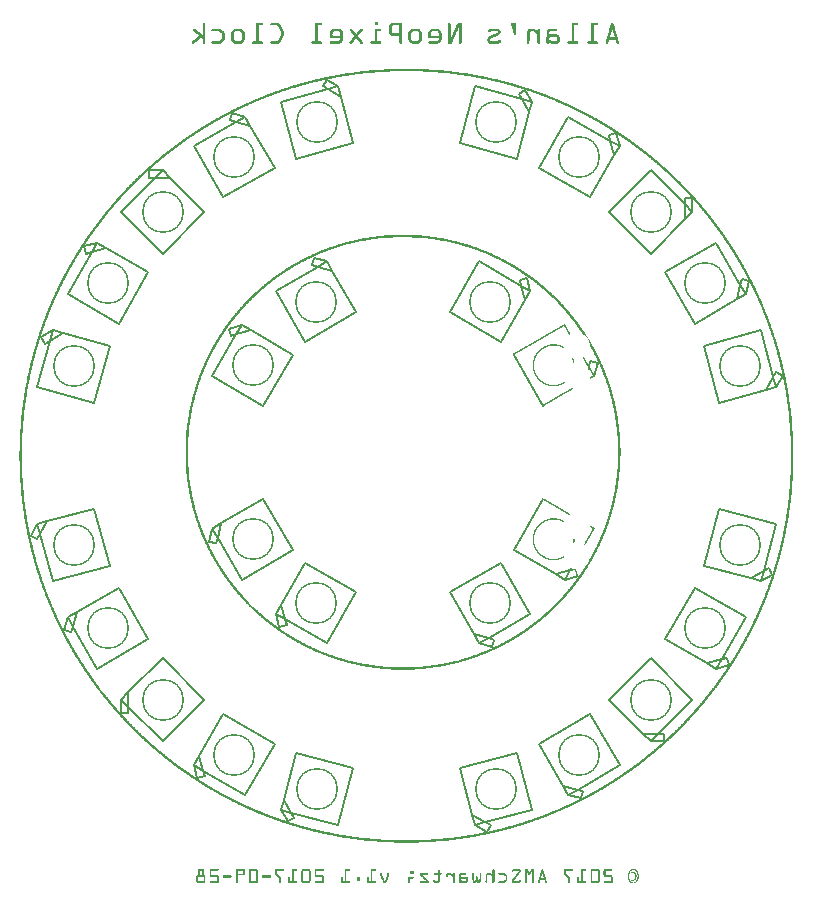
<source format=gbo>
G04 MADE WITH FRITZING*
G04 WWW.FRITZING.ORG*
G04 DOUBLE SIDED*
G04 HOLES PLATED*
G04 CONTOUR ON CENTER OF CONTOUR VECTOR*
%ASAXBY*%
%FSLAX23Y23*%
%MOIN*%
%OFA0B0*%
%SFA1.0B1.0*%
%ADD10C,0.140469X0.130469*%
%ADD11C,0.005000*%
%ADD12R,0.001000X0.001000*%
%LNSILK0*%
G90*
G70*
G54D10*
X1480Y2877D03*
X1202Y2762D03*
X964Y2579D03*
X782Y2341D03*
X667Y2064D03*
X667Y1468D03*
X782Y1191D03*
X964Y953D03*
X1202Y770D03*
X1480Y655D03*
X2075Y655D03*
X2352Y770D03*
X2591Y953D03*
X2773Y1191D03*
X2888Y1468D03*
X2888Y2064D03*
X2773Y2341D03*
X2591Y2579D03*
X2352Y2762D03*
X2075Y2877D03*
X1476Y2280D03*
X1264Y2067D03*
X1264Y1487D03*
X1476Y1275D03*
X2056Y1275D03*
X2056Y2280D03*
G54D11*
X1410Y2756D02*
X1600Y2807D01*
D02*
X1600Y2807D02*
X1559Y2963D01*
D02*
X1559Y2963D02*
X1549Y2997D01*
D02*
X1549Y2997D02*
X1515Y2988D01*
D02*
X1515Y2988D02*
X1359Y2946D01*
D02*
X1359Y2946D02*
X1410Y2756D01*
D02*
X1559Y2963D02*
X1515Y2988D01*
D02*
X1515Y2988D02*
X1498Y2998D01*
D02*
X1498Y2998D02*
X1511Y3020D01*
D02*
X1511Y3020D02*
X1549Y2997D01*
D02*
X1166Y2627D02*
X1337Y2726D01*
D02*
X1337Y2726D02*
X1256Y2866D01*
D02*
X1256Y2866D02*
X1238Y2896D01*
D02*
X1238Y2896D02*
X1208Y2879D01*
D02*
X1208Y2879D02*
X1068Y2798D01*
D02*
X1068Y2798D02*
X1166Y2627D01*
D02*
X1256Y2866D02*
X1208Y2879D01*
D02*
X1208Y2879D02*
X1189Y2884D01*
D02*
X1189Y2884D02*
X1195Y2908D01*
D02*
X1195Y2908D02*
X1238Y2896D01*
D02*
X964Y2440D02*
X1103Y2579D01*
D02*
X1103Y2579D02*
X989Y2693D01*
D02*
X989Y2693D02*
X964Y2718D01*
D02*
X964Y2718D02*
X939Y2693D01*
D02*
X939Y2693D02*
X825Y2579D01*
D02*
X825Y2579D02*
X964Y2440D01*
D02*
X989Y2693D02*
X939Y2693D01*
D02*
X939Y2693D02*
X920Y2693D01*
D02*
X920Y2693D02*
X920Y2718D01*
D02*
X920Y2718D02*
X964Y2718D01*
D02*
X818Y2206D02*
X916Y2377D01*
D02*
X916Y2377D02*
X776Y2458D01*
D02*
X776Y2458D02*
X745Y2475D01*
D02*
X745Y2475D02*
X728Y2445D01*
D02*
X728Y2445D02*
X647Y2305D01*
D02*
X647Y2305D02*
X818Y2206D01*
D02*
X776Y2458D02*
X728Y2445D01*
D02*
X728Y2445D02*
X709Y2440D01*
D02*
X709Y2440D02*
X702Y2464D01*
D02*
X702Y2464D02*
X745Y2475D01*
D02*
X736Y1943D02*
X787Y2133D01*
D02*
X787Y2133D02*
X631Y2175D01*
D02*
X631Y2175D02*
X597Y2184D01*
D02*
X597Y2184D02*
X588Y2150D01*
D02*
X588Y2150D02*
X546Y1994D01*
D02*
X546Y1994D02*
X736Y1943D01*
D02*
X631Y2175D02*
X588Y2150D01*
D02*
X588Y2150D02*
X571Y2140D01*
D02*
X571Y2140D02*
X558Y2162D01*
D02*
X558Y2162D02*
X597Y2184D01*
D02*
X787Y1399D02*
X736Y1589D01*
D02*
X736Y1589D02*
X580Y1547D01*
D02*
X580Y1547D02*
X546Y1538D01*
D02*
X546Y1538D02*
X555Y1504D01*
D02*
X555Y1504D02*
X597Y1348D01*
D02*
X597Y1348D02*
X787Y1399D01*
D02*
X580Y1547D02*
X555Y1504D01*
D02*
X555Y1504D02*
X546Y1487D01*
D02*
X546Y1487D02*
X524Y1499D01*
D02*
X524Y1499D02*
X546Y1538D01*
D02*
X916Y1155D02*
X818Y1325D01*
D02*
X818Y1325D02*
X678Y1245D01*
D02*
X678Y1245D02*
X647Y1227D01*
D02*
X647Y1227D02*
X665Y1196D01*
D02*
X665Y1196D02*
X745Y1056D01*
D02*
X745Y1056D02*
X916Y1155D01*
D02*
X678Y1245D02*
X665Y1196D01*
D02*
X665Y1196D02*
X660Y1177D01*
D02*
X660Y1177D02*
X636Y1184D01*
D02*
X636Y1184D02*
X647Y1227D01*
D02*
X1103Y953D02*
X964Y1092D01*
D02*
X964Y1092D02*
X850Y978D01*
D02*
X850Y978D02*
X825Y953D01*
D02*
X825Y953D02*
X850Y928D01*
D02*
X850Y928D02*
X964Y814D01*
D02*
X964Y814D02*
X1103Y953D01*
D02*
X850Y978D02*
X850Y928D01*
D02*
X850Y928D02*
X850Y908D01*
D02*
X850Y908D02*
X825Y908D01*
D02*
X825Y908D02*
X825Y953D01*
D02*
X1337Y806D02*
X1166Y904D01*
D02*
X1166Y904D02*
X1086Y765D01*
D02*
X1086Y765D02*
X1068Y734D01*
D02*
X1068Y734D02*
X1099Y716D01*
D02*
X1099Y716D02*
X1238Y636D01*
D02*
X1238Y636D02*
X1337Y806D01*
D02*
X1086Y765D02*
X1099Y716D01*
D02*
X1099Y716D02*
X1104Y697D01*
D02*
X1104Y697D02*
X1080Y691D01*
D02*
X1080Y691D02*
X1068Y734D01*
D02*
X1600Y725D02*
X1410Y776D01*
D02*
X1410Y776D02*
X1368Y620D01*
D02*
X1368Y620D02*
X1359Y585D01*
D02*
X1359Y585D02*
X1393Y576D01*
D02*
X1393Y576D02*
X1549Y535D01*
D02*
X1549Y535D02*
X1600Y725D01*
D02*
X1368Y620D02*
X1393Y576D01*
D02*
X1393Y576D02*
X1403Y559D01*
D02*
X1403Y559D02*
X1382Y547D01*
D02*
X1382Y547D02*
X1359Y585D01*
D02*
X2145Y776D02*
X1955Y725D01*
D02*
X1955Y725D02*
X1996Y569D01*
D02*
X1996Y569D02*
X2005Y535D01*
D02*
X2005Y535D02*
X2040Y544D01*
D02*
X2040Y544D02*
X2196Y585D01*
D02*
X2196Y585D02*
X2145Y776D01*
D02*
X1996Y569D02*
X2040Y544D01*
D02*
X2040Y544D02*
X2057Y534D01*
D02*
X2057Y534D02*
X2044Y512D01*
D02*
X2044Y512D02*
X2005Y535D01*
D02*
X2388Y904D02*
X2218Y806D01*
D02*
X2218Y806D02*
X2299Y666D01*
D02*
X2299Y666D02*
X2316Y636D01*
D02*
X2316Y636D02*
X2347Y653D01*
D02*
X2347Y653D02*
X2487Y734D01*
D02*
X2487Y734D02*
X2388Y904D01*
D02*
X2299Y666D02*
X2347Y653D01*
D02*
X2347Y653D02*
X2366Y648D01*
D02*
X2366Y648D02*
X2359Y624D01*
D02*
X2359Y624D02*
X2316Y636D01*
D02*
X2591Y1092D02*
X2451Y953D01*
D02*
X2451Y953D02*
X2566Y839D01*
D02*
X2566Y839D02*
X2591Y814D01*
D02*
X2591Y814D02*
X2616Y839D01*
D02*
X2616Y839D02*
X2730Y953D01*
D02*
X2730Y953D02*
X2591Y1092D01*
D02*
X2566Y839D02*
X2616Y839D01*
D02*
X2616Y839D02*
X2635Y839D01*
D02*
X2635Y839D02*
X2635Y814D01*
D02*
X2635Y814D02*
X2591Y814D01*
D02*
X2737Y1325D02*
X2639Y1155D01*
D02*
X2639Y1155D02*
X2779Y1074D01*
D02*
X2779Y1074D02*
X2809Y1056D01*
D02*
X2809Y1056D02*
X2827Y1087D01*
D02*
X2827Y1087D02*
X2908Y1227D01*
D02*
X2908Y1227D02*
X2737Y1325D01*
D02*
X2779Y1074D02*
X2827Y1087D01*
D02*
X2827Y1087D02*
X2846Y1092D01*
D02*
X2846Y1092D02*
X2852Y1068D01*
D02*
X2852Y1068D02*
X2809Y1056D01*
D02*
X2819Y1589D02*
X2768Y1399D01*
D02*
X2768Y1399D02*
X2924Y1357D01*
D02*
X2924Y1357D02*
X2958Y1348D01*
D02*
X2958Y1348D02*
X2967Y1382D01*
D02*
X2967Y1382D02*
X3009Y1538D01*
D02*
X3009Y1538D02*
X2819Y1589D01*
D02*
X2924Y1357D02*
X2967Y1382D01*
D02*
X2967Y1382D02*
X2984Y1392D01*
D02*
X2984Y1392D02*
X2996Y1370D01*
D02*
X2996Y1370D02*
X2958Y1348D01*
D02*
X2768Y2133D02*
X2819Y1943D01*
D02*
X2819Y1943D02*
X2975Y1985D01*
D02*
X2975Y1985D02*
X3009Y1994D01*
D02*
X3009Y1994D02*
X3000Y2028D01*
D02*
X3000Y2028D02*
X2958Y2184D01*
D02*
X2958Y2184D02*
X2768Y2133D01*
D02*
X2975Y1985D02*
X3000Y2028D01*
D02*
X3000Y2028D02*
X3009Y2045D01*
D02*
X3009Y2045D02*
X3031Y2033D01*
D02*
X3031Y2033D02*
X3009Y1994D01*
D02*
X2639Y2377D02*
X2737Y2206D01*
D02*
X2737Y2206D02*
X2877Y2287D01*
D02*
X2877Y2287D02*
X2908Y2305D01*
D02*
X2908Y2305D02*
X2890Y2336D01*
D02*
X2890Y2336D02*
X2809Y2475D01*
D02*
X2809Y2475D02*
X2639Y2377D01*
D02*
X2877Y2287D02*
X2890Y2336D01*
D02*
X2890Y2336D02*
X2895Y2354D01*
D02*
X2895Y2354D02*
X2919Y2348D01*
D02*
X2919Y2348D02*
X2908Y2305D01*
D02*
X2451Y2579D02*
X2591Y2440D01*
D02*
X2591Y2440D02*
X2705Y2554D01*
D02*
X2705Y2554D02*
X2730Y2579D01*
D02*
X2730Y2579D02*
X2705Y2604D01*
D02*
X2705Y2604D02*
X2591Y2718D01*
D02*
X2591Y2718D02*
X2451Y2579D01*
D02*
X2705Y2554D02*
X2705Y2604D01*
D02*
X2705Y2604D02*
X2705Y2624D01*
D02*
X2705Y2624D02*
X2730Y2624D01*
D02*
X2730Y2624D02*
X2730Y2579D01*
D02*
X2218Y2726D02*
X2388Y2627D01*
D02*
X2388Y2627D02*
X2469Y2767D01*
D02*
X2469Y2767D02*
X2487Y2798D01*
D02*
X2487Y2798D02*
X2456Y2816D01*
D02*
X2456Y2816D02*
X2316Y2896D01*
D02*
X2316Y2896D02*
X2218Y2726D01*
D02*
X2469Y2767D02*
X2456Y2816D01*
D02*
X2456Y2816D02*
X2451Y2834D01*
D02*
X2451Y2834D02*
X2475Y2841D01*
D02*
X2475Y2841D02*
X2487Y2798D01*
D02*
X1955Y2807D02*
X2145Y2756D01*
D02*
X2145Y2756D02*
X2186Y2912D01*
D02*
X2186Y2912D02*
X2196Y2946D01*
D02*
X2196Y2946D02*
X2161Y2955D01*
D02*
X2161Y2955D02*
X2005Y2997D01*
D02*
X2005Y2997D02*
X1955Y2807D01*
D02*
X2186Y2912D02*
X2161Y2955D01*
D02*
X2161Y2955D02*
X2152Y2972D01*
D02*
X2152Y2972D02*
X2173Y2985D01*
D02*
X2173Y2985D02*
X2196Y2946D01*
D02*
X1440Y2145D02*
X1610Y2244D01*
D02*
X1610Y2244D02*
X1530Y2383D01*
D02*
X1530Y2383D02*
X1512Y2414D01*
D02*
X1512Y2414D02*
X1481Y2396D01*
D02*
X1481Y2396D02*
X1341Y2316D01*
D02*
X1341Y2316D02*
X1440Y2145D01*
D02*
X1530Y2383D02*
X1481Y2396D01*
D02*
X1481Y2396D02*
X1462Y2402D01*
D02*
X1462Y2402D02*
X1469Y2426D01*
D02*
X1469Y2426D02*
X1512Y2414D01*
D02*
X1300Y1933D02*
X1398Y2103D01*
D02*
X1398Y2103D02*
X1258Y2184D01*
D02*
X1258Y2184D02*
X1228Y2202D01*
D02*
X1228Y2202D02*
X1210Y2171D01*
D02*
X1210Y2171D02*
X1129Y2031D01*
D02*
X1129Y2031D02*
X1300Y1933D01*
D02*
X1258Y2184D02*
X1210Y2171D01*
D02*
X1210Y2171D02*
X1191Y2166D01*
D02*
X1191Y2166D02*
X1185Y2190D01*
D02*
X1185Y2190D02*
X1228Y2202D01*
D02*
X1398Y1451D02*
X1300Y1622D01*
D02*
X1300Y1622D02*
X1160Y1541D01*
D02*
X1160Y1541D02*
X1129Y1523D01*
D02*
X1129Y1523D02*
X1147Y1493D01*
D02*
X1147Y1493D02*
X1228Y1353D01*
D02*
X1228Y1353D02*
X1398Y1451D01*
D02*
X1160Y1541D02*
X1147Y1493D01*
D02*
X1147Y1493D02*
X1142Y1474D01*
D02*
X1142Y1474D02*
X1118Y1480D01*
D02*
X1118Y1480D02*
X1129Y1523D01*
D02*
X1610Y1311D02*
X1440Y1410D01*
D02*
X1440Y1410D02*
X1359Y1270D01*
D02*
X1359Y1270D02*
X1341Y1239D01*
D02*
X1341Y1239D02*
X1372Y1221D01*
D02*
X1372Y1221D02*
X1512Y1141D01*
D02*
X1512Y1141D02*
X1610Y1311D01*
D02*
X1359Y1270D02*
X1372Y1221D01*
D02*
X1372Y1221D02*
X1377Y1203D01*
D02*
X1377Y1203D02*
X1353Y1196D01*
D02*
X1353Y1196D02*
X1341Y1239D01*
D02*
X2092Y1410D02*
X1921Y1311D01*
D02*
X1921Y1311D02*
X2002Y1171D01*
D02*
X2002Y1171D02*
X2020Y1141D01*
D02*
X2020Y1141D02*
X2051Y1158D01*
D02*
X2051Y1158D02*
X2190Y1239D01*
D02*
X2190Y1239D02*
X2092Y1410D01*
D02*
X2002Y1171D02*
X2051Y1158D01*
D02*
X2051Y1158D02*
X2069Y1153D01*
D02*
X2069Y1153D02*
X2063Y1129D01*
D02*
X2063Y1129D02*
X2020Y1141D01*
D02*
X2232Y1622D02*
X2134Y1451D01*
D02*
X2134Y1451D02*
X2274Y1371D01*
D02*
X2274Y1371D02*
X2304Y1353D01*
D02*
X2304Y1353D02*
X2322Y1384D01*
D02*
X2274Y1371D02*
X2322Y1384D01*
D02*
X2347Y1365D02*
X2304Y1353D01*
D02*
X2134Y2103D02*
X2232Y1933D01*
D02*
X2385Y2062D02*
X2390Y2081D01*
D02*
X2390Y2081D02*
X2414Y2074D01*
D02*
X2414Y2074D02*
X2403Y2031D01*
D02*
X1921Y2244D02*
X2092Y2145D01*
D02*
X2092Y2145D02*
X2173Y2285D01*
D02*
X2173Y2285D02*
X2190Y2316D01*
D02*
X2190Y2316D02*
X2160Y2333D01*
D02*
X2160Y2333D02*
X2020Y2414D01*
D02*
X2020Y2414D02*
X1921Y2244D01*
D02*
X2173Y2285D02*
X2160Y2333D01*
D02*
X2160Y2333D02*
X2155Y2352D01*
D02*
X2155Y2352D02*
X2179Y2359D01*
D02*
X2179Y2359D02*
X2190Y2316D01*
G54D12*
X1675Y3213D02*
X1679Y3213D01*
X1673Y3212D02*
X1682Y3212D01*
X1672Y3211D02*
X1683Y3211D01*
X1671Y3210D02*
X1683Y3210D01*
X1101Y3209D02*
X1102Y3209D01*
X1280Y3209D02*
X1295Y3209D01*
X1328Y3209D02*
X1347Y3209D01*
X1477Y3209D02*
X1492Y3209D01*
X1671Y3209D02*
X1683Y3209D01*
X1730Y3209D02*
X1762Y3209D01*
X1919Y3209D02*
X1920Y3209D01*
X1949Y3209D02*
X1959Y3209D01*
X2129Y3209D02*
X2140Y3209D01*
X2331Y3209D02*
X2346Y3209D01*
X2397Y3209D02*
X2412Y3209D01*
X2462Y3209D02*
X2464Y3209D01*
X1099Y3208D02*
X1104Y3208D01*
X1278Y3208D02*
X1297Y3208D01*
X1326Y3208D02*
X1351Y3208D01*
X1475Y3208D02*
X1494Y3208D01*
X1671Y3208D02*
X1683Y3208D01*
X1726Y3208D02*
X1763Y3208D01*
X1917Y3208D02*
X1922Y3208D01*
X1948Y3208D02*
X1960Y3208D01*
X2128Y3208D02*
X2142Y3208D01*
X2329Y3208D02*
X2348Y3208D01*
X2395Y3208D02*
X2413Y3208D01*
X2460Y3208D02*
X2466Y3208D01*
X1098Y3207D02*
X1105Y3207D01*
X1277Y3207D02*
X1298Y3207D01*
X1325Y3207D02*
X1352Y3207D01*
X1474Y3207D02*
X1495Y3207D01*
X1671Y3207D02*
X1683Y3207D01*
X1725Y3207D02*
X1763Y3207D01*
X1916Y3207D02*
X1923Y3207D01*
X1948Y3207D02*
X1960Y3207D01*
X2127Y3207D02*
X2142Y3207D01*
X2328Y3207D02*
X2348Y3207D01*
X2394Y3207D02*
X2414Y3207D01*
X2460Y3207D02*
X2466Y3207D01*
X1098Y3206D02*
X1106Y3206D01*
X1277Y3206D02*
X1298Y3206D01*
X1325Y3206D02*
X1354Y3206D01*
X1474Y3206D02*
X1495Y3206D01*
X1671Y3206D02*
X1683Y3206D01*
X1723Y3206D02*
X1763Y3206D01*
X1916Y3206D02*
X1923Y3206D01*
X1947Y3206D02*
X1960Y3206D01*
X2126Y3206D02*
X2143Y3206D01*
X2328Y3206D02*
X2349Y3206D01*
X2393Y3206D02*
X2415Y3206D01*
X2459Y3206D02*
X2467Y3206D01*
X1098Y3205D02*
X1106Y3205D01*
X1277Y3205D02*
X1298Y3205D01*
X1324Y3205D02*
X1355Y3205D01*
X1474Y3205D02*
X1495Y3205D01*
X1671Y3205D02*
X1683Y3205D01*
X1722Y3205D02*
X1763Y3205D01*
X1915Y3205D02*
X1923Y3205D01*
X1947Y3205D02*
X1960Y3205D01*
X2126Y3205D02*
X2143Y3205D01*
X2328Y3205D02*
X2349Y3205D01*
X2393Y3205D02*
X2415Y3205D01*
X2459Y3205D02*
X2467Y3205D01*
X1098Y3204D02*
X1106Y3204D01*
X1277Y3204D02*
X1298Y3204D01*
X1324Y3204D02*
X1356Y3204D01*
X1474Y3204D02*
X1495Y3204D01*
X1671Y3204D02*
X1683Y3204D01*
X1721Y3204D02*
X1763Y3204D01*
X1915Y3204D02*
X1924Y3204D01*
X1946Y3204D02*
X1960Y3204D01*
X2126Y3204D02*
X2143Y3204D01*
X2328Y3204D02*
X2349Y3204D01*
X2393Y3204D02*
X2415Y3204D01*
X2459Y3204D02*
X2467Y3204D01*
X1098Y3203D02*
X1106Y3203D01*
X1277Y3203D02*
X1298Y3203D01*
X1325Y3203D02*
X1356Y3203D01*
X1474Y3203D02*
X1495Y3203D01*
X1671Y3203D02*
X1683Y3203D01*
X1721Y3203D02*
X1763Y3203D01*
X1915Y3203D02*
X1924Y3203D01*
X1946Y3203D02*
X1960Y3203D01*
X2126Y3203D02*
X2143Y3203D01*
X2328Y3203D02*
X2349Y3203D01*
X2393Y3203D02*
X2415Y3203D01*
X2458Y3203D02*
X2468Y3203D01*
X1098Y3202D02*
X1106Y3202D01*
X1277Y3202D02*
X1297Y3202D01*
X1325Y3202D02*
X1357Y3202D01*
X1474Y3202D02*
X1494Y3202D01*
X1672Y3202D02*
X1682Y3202D01*
X1720Y3202D02*
X1763Y3202D01*
X1915Y3202D02*
X1924Y3202D01*
X1945Y3202D02*
X1960Y3202D01*
X2127Y3202D02*
X2143Y3202D01*
X2328Y3202D02*
X2348Y3202D01*
X2393Y3202D02*
X2414Y3202D01*
X2458Y3202D02*
X2468Y3202D01*
X1098Y3201D02*
X1106Y3201D01*
X1277Y3201D02*
X1296Y3201D01*
X1326Y3201D02*
X1358Y3201D01*
X1474Y3201D02*
X1493Y3201D01*
X1673Y3201D02*
X1681Y3201D01*
X1720Y3201D02*
X1763Y3201D01*
X1915Y3201D02*
X1924Y3201D01*
X1945Y3201D02*
X1960Y3201D01*
X2127Y3201D02*
X2143Y3201D01*
X2328Y3201D02*
X2347Y3201D01*
X2393Y3201D02*
X2413Y3201D01*
X2458Y3201D02*
X2468Y3201D01*
X1098Y3200D02*
X1106Y3200D01*
X1277Y3200D02*
X1285Y3200D01*
X1346Y3200D02*
X1358Y3200D01*
X1474Y3200D02*
X1482Y3200D01*
X1719Y3200D02*
X1731Y3200D01*
X1754Y3200D02*
X1763Y3200D01*
X1915Y3200D02*
X1924Y3200D01*
X1944Y3200D02*
X1960Y3200D01*
X2127Y3200D02*
X2143Y3200D01*
X2328Y3200D02*
X2336Y3200D01*
X2393Y3200D02*
X2402Y3200D01*
X2457Y3200D02*
X2469Y3200D01*
X1098Y3199D02*
X1106Y3199D01*
X1277Y3199D02*
X1285Y3199D01*
X1349Y3199D02*
X1358Y3199D01*
X1474Y3199D02*
X1482Y3199D01*
X1719Y3199D02*
X1728Y3199D01*
X1754Y3199D02*
X1763Y3199D01*
X1915Y3199D02*
X1924Y3199D01*
X1944Y3199D02*
X1960Y3199D01*
X2127Y3199D02*
X2143Y3199D01*
X2328Y3199D02*
X2336Y3199D01*
X2393Y3199D02*
X2401Y3199D01*
X2457Y3199D02*
X2469Y3199D01*
X1098Y3198D02*
X1106Y3198D01*
X1277Y3198D02*
X1285Y3198D01*
X1349Y3198D02*
X1359Y3198D01*
X1474Y3198D02*
X1482Y3198D01*
X1719Y3198D02*
X1727Y3198D01*
X1754Y3198D02*
X1763Y3198D01*
X1915Y3198D02*
X1924Y3198D01*
X1944Y3198D02*
X1960Y3198D01*
X2128Y3198D02*
X2143Y3198D01*
X2328Y3198D02*
X2336Y3198D01*
X2393Y3198D02*
X2401Y3198D01*
X2457Y3198D02*
X2469Y3198D01*
X1098Y3197D02*
X1106Y3197D01*
X1277Y3197D02*
X1285Y3197D01*
X1350Y3197D02*
X1359Y3197D01*
X1474Y3197D02*
X1482Y3197D01*
X1718Y3197D02*
X1727Y3197D01*
X1754Y3197D02*
X1763Y3197D01*
X1915Y3197D02*
X1924Y3197D01*
X1943Y3197D02*
X1960Y3197D01*
X2128Y3197D02*
X2143Y3197D01*
X2328Y3197D02*
X2336Y3197D01*
X2393Y3197D02*
X2401Y3197D01*
X2456Y3197D02*
X2470Y3197D01*
X1098Y3196D02*
X1106Y3196D01*
X1277Y3196D02*
X1285Y3196D01*
X1351Y3196D02*
X1360Y3196D01*
X1474Y3196D02*
X1482Y3196D01*
X1718Y3196D02*
X1727Y3196D01*
X1754Y3196D02*
X1763Y3196D01*
X1915Y3196D02*
X1924Y3196D01*
X1943Y3196D02*
X1960Y3196D01*
X2128Y3196D02*
X2143Y3196D01*
X2328Y3196D02*
X2336Y3196D01*
X2393Y3196D02*
X2401Y3196D01*
X2456Y3196D02*
X2470Y3196D01*
X1098Y3195D02*
X1106Y3195D01*
X1277Y3195D02*
X1285Y3195D01*
X1351Y3195D02*
X1360Y3195D01*
X1474Y3195D02*
X1482Y3195D01*
X1718Y3195D02*
X1727Y3195D01*
X1754Y3195D02*
X1763Y3195D01*
X1915Y3195D02*
X1924Y3195D01*
X1942Y3195D02*
X1960Y3195D01*
X2129Y3195D02*
X2143Y3195D01*
X2328Y3195D02*
X2336Y3195D01*
X2393Y3195D02*
X2401Y3195D01*
X2456Y3195D02*
X2470Y3195D01*
X1098Y3194D02*
X1106Y3194D01*
X1277Y3194D02*
X1285Y3194D01*
X1352Y3194D02*
X1361Y3194D01*
X1474Y3194D02*
X1482Y3194D01*
X1718Y3194D02*
X1727Y3194D01*
X1754Y3194D02*
X1763Y3194D01*
X1915Y3194D02*
X1924Y3194D01*
X1942Y3194D02*
X1960Y3194D01*
X2129Y3194D02*
X2143Y3194D01*
X2328Y3194D02*
X2336Y3194D01*
X2393Y3194D02*
X2401Y3194D01*
X2456Y3194D02*
X2470Y3194D01*
X1098Y3193D02*
X1106Y3193D01*
X1277Y3193D02*
X1285Y3193D01*
X1352Y3193D02*
X1361Y3193D01*
X1474Y3193D02*
X1482Y3193D01*
X1718Y3193D02*
X1727Y3193D01*
X1754Y3193D02*
X1763Y3193D01*
X1915Y3193D02*
X1924Y3193D01*
X1941Y3193D02*
X1960Y3193D01*
X2129Y3193D02*
X2143Y3193D01*
X2328Y3193D02*
X2336Y3193D01*
X2393Y3193D02*
X2401Y3193D01*
X2455Y3193D02*
X2471Y3193D01*
X1098Y3192D02*
X1106Y3192D01*
X1277Y3192D02*
X1285Y3192D01*
X1353Y3192D02*
X1362Y3192D01*
X1474Y3192D02*
X1482Y3192D01*
X1718Y3192D02*
X1727Y3192D01*
X1754Y3192D02*
X1763Y3192D01*
X1915Y3192D02*
X1924Y3192D01*
X1941Y3192D02*
X1960Y3192D01*
X2129Y3192D02*
X2143Y3192D01*
X2328Y3192D02*
X2336Y3192D01*
X2393Y3192D02*
X2401Y3192D01*
X2455Y3192D02*
X2471Y3192D01*
X1098Y3191D02*
X1106Y3191D01*
X1277Y3191D02*
X1285Y3191D01*
X1353Y3191D02*
X1362Y3191D01*
X1474Y3191D02*
X1482Y3191D01*
X1718Y3191D02*
X1727Y3191D01*
X1754Y3191D02*
X1763Y3191D01*
X1915Y3191D02*
X1924Y3191D01*
X1941Y3191D02*
X1960Y3191D01*
X2130Y3191D02*
X2143Y3191D01*
X2328Y3191D02*
X2336Y3191D01*
X2393Y3191D02*
X2401Y3191D01*
X2455Y3191D02*
X2471Y3191D01*
X1098Y3190D02*
X1106Y3190D01*
X1277Y3190D02*
X1285Y3190D01*
X1354Y3190D02*
X1363Y3190D01*
X1474Y3190D02*
X1482Y3190D01*
X1718Y3190D02*
X1727Y3190D01*
X1754Y3190D02*
X1763Y3190D01*
X1915Y3190D02*
X1924Y3190D01*
X1940Y3190D02*
X1949Y3190D01*
X1951Y3190D02*
X1960Y3190D01*
X2130Y3190D02*
X2143Y3190D01*
X2328Y3190D02*
X2336Y3190D01*
X2393Y3190D02*
X2401Y3190D01*
X2454Y3190D02*
X2472Y3190D01*
X1068Y3189D02*
X1072Y3189D01*
X1098Y3189D02*
X1106Y3189D01*
X1129Y3189D02*
X1155Y3189D01*
X1205Y3189D02*
X1225Y3189D01*
X1277Y3189D02*
X1285Y3189D01*
X1354Y3189D02*
X1363Y3189D01*
X1474Y3189D02*
X1482Y3189D01*
X1533Y3189D02*
X1554Y3189D01*
X1590Y3189D02*
X1594Y3189D01*
X1624Y3189D02*
X1628Y3189D01*
X1673Y3189D02*
X1691Y3189D01*
X1718Y3189D02*
X1727Y3189D01*
X1754Y3189D02*
X1763Y3189D01*
X1796Y3189D02*
X1816Y3189D01*
X1862Y3189D02*
X1882Y3189D01*
X1915Y3189D02*
X1924Y3189D01*
X1940Y3189D02*
X1949Y3189D01*
X1951Y3189D02*
X1960Y3189D01*
X2055Y3189D02*
X2083Y3189D01*
X2130Y3189D02*
X2143Y3189D01*
X2188Y3189D02*
X2202Y3189D01*
X2216Y3189D02*
X2220Y3189D01*
X2253Y3189D02*
X2277Y3189D01*
X2328Y3189D02*
X2336Y3189D01*
X2393Y3189D02*
X2401Y3189D01*
X2454Y3189D02*
X2472Y3189D01*
X1067Y3188D02*
X1074Y3188D01*
X1098Y3188D02*
X1106Y3188D01*
X1128Y3188D02*
X1157Y3188D01*
X1203Y3188D02*
X1227Y3188D01*
X1277Y3188D02*
X1285Y3188D01*
X1355Y3188D02*
X1364Y3188D01*
X1474Y3188D02*
X1482Y3188D01*
X1531Y3188D02*
X1556Y3188D01*
X1589Y3188D02*
X1595Y3188D01*
X1623Y3188D02*
X1629Y3188D01*
X1672Y3188D02*
X1692Y3188D01*
X1718Y3188D02*
X1727Y3188D01*
X1754Y3188D02*
X1763Y3188D01*
X1794Y3188D02*
X1818Y3188D01*
X1860Y3188D02*
X1884Y3188D01*
X1915Y3188D02*
X1924Y3188D01*
X1939Y3188D02*
X1948Y3188D01*
X1951Y3188D02*
X1960Y3188D01*
X2053Y3188D02*
X2085Y3188D01*
X2131Y3188D02*
X2143Y3188D01*
X2186Y3188D02*
X2204Y3188D01*
X2215Y3188D02*
X2221Y3188D01*
X2252Y3188D02*
X2278Y3188D01*
X2328Y3188D02*
X2336Y3188D01*
X2393Y3188D02*
X2401Y3188D01*
X2454Y3188D02*
X2472Y3188D01*
X1066Y3187D02*
X1075Y3187D01*
X1098Y3187D02*
X1106Y3187D01*
X1128Y3187D02*
X1159Y3187D01*
X1201Y3187D02*
X1229Y3187D01*
X1277Y3187D02*
X1285Y3187D01*
X1355Y3187D02*
X1364Y3187D01*
X1474Y3187D02*
X1482Y3187D01*
X1530Y3187D02*
X1557Y3187D01*
X1588Y3187D02*
X1596Y3187D01*
X1622Y3187D02*
X1630Y3187D01*
X1671Y3187D02*
X1692Y3187D01*
X1718Y3187D02*
X1727Y3187D01*
X1754Y3187D02*
X1763Y3187D01*
X1793Y3187D02*
X1820Y3187D01*
X1858Y3187D02*
X1885Y3187D01*
X1915Y3187D02*
X1924Y3187D01*
X1939Y3187D02*
X1948Y3187D01*
X1951Y3187D02*
X1960Y3187D01*
X2051Y3187D02*
X2086Y3187D01*
X2131Y3187D02*
X2143Y3187D01*
X2184Y3187D02*
X2206Y3187D01*
X2215Y3187D02*
X2222Y3187D01*
X2250Y3187D02*
X2279Y3187D01*
X2328Y3187D02*
X2336Y3187D01*
X2393Y3187D02*
X2401Y3187D01*
X2454Y3187D02*
X2462Y3187D01*
X2464Y3187D02*
X2472Y3187D01*
X1066Y3186D02*
X1076Y3186D01*
X1098Y3186D02*
X1106Y3186D01*
X1127Y3186D02*
X1160Y3186D01*
X1200Y3186D02*
X1230Y3186D01*
X1277Y3186D02*
X1285Y3186D01*
X1356Y3186D02*
X1365Y3186D01*
X1474Y3186D02*
X1482Y3186D01*
X1529Y3186D02*
X1558Y3186D01*
X1588Y3186D02*
X1597Y3186D01*
X1621Y3186D02*
X1630Y3186D01*
X1671Y3186D02*
X1692Y3186D01*
X1718Y3186D02*
X1727Y3186D01*
X1754Y3186D02*
X1763Y3186D01*
X1791Y3186D02*
X1821Y3186D01*
X1857Y3186D02*
X1887Y3186D01*
X1915Y3186D02*
X1924Y3186D01*
X1938Y3186D02*
X1947Y3186D01*
X1951Y3186D02*
X1960Y3186D01*
X2050Y3186D02*
X2087Y3186D01*
X2131Y3186D02*
X2143Y3186D01*
X2183Y3186D02*
X2207Y3186D01*
X2214Y3186D02*
X2222Y3186D01*
X2249Y3186D02*
X2279Y3186D01*
X2328Y3186D02*
X2336Y3186D01*
X2393Y3186D02*
X2401Y3186D01*
X2453Y3186D02*
X2462Y3186D01*
X2464Y3186D02*
X2473Y3186D01*
X1066Y3185D02*
X1077Y3185D01*
X1098Y3185D02*
X1106Y3185D01*
X1127Y3185D02*
X1161Y3185D01*
X1199Y3185D02*
X1231Y3185D01*
X1277Y3185D02*
X1285Y3185D01*
X1356Y3185D02*
X1365Y3185D01*
X1474Y3185D02*
X1482Y3185D01*
X1527Y3185D02*
X1559Y3185D01*
X1588Y3185D02*
X1598Y3185D01*
X1620Y3185D02*
X1630Y3185D01*
X1671Y3185D02*
X1692Y3185D01*
X1718Y3185D02*
X1727Y3185D01*
X1754Y3185D02*
X1763Y3185D01*
X1790Y3185D02*
X1822Y3185D01*
X1856Y3185D02*
X1888Y3185D01*
X1915Y3185D02*
X1924Y3185D01*
X1938Y3185D02*
X1947Y3185D01*
X1951Y3185D02*
X1960Y3185D01*
X2049Y3185D02*
X2088Y3185D01*
X2132Y3185D02*
X2143Y3185D01*
X2182Y3185D02*
X2209Y3185D01*
X2214Y3185D02*
X2222Y3185D01*
X2248Y3185D02*
X2279Y3185D01*
X2328Y3185D02*
X2336Y3185D01*
X2393Y3185D02*
X2401Y3185D01*
X2453Y3185D02*
X2462Y3185D01*
X2464Y3185D02*
X2473Y3185D01*
X1066Y3184D02*
X1078Y3184D01*
X1098Y3184D02*
X1106Y3184D01*
X1127Y3184D02*
X1162Y3184D01*
X1198Y3184D02*
X1232Y3184D01*
X1277Y3184D02*
X1285Y3184D01*
X1357Y3184D02*
X1366Y3184D01*
X1474Y3184D02*
X1482Y3184D01*
X1526Y3184D02*
X1561Y3184D01*
X1588Y3184D02*
X1599Y3184D01*
X1620Y3184D02*
X1630Y3184D01*
X1671Y3184D02*
X1692Y3184D01*
X1718Y3184D02*
X1727Y3184D01*
X1754Y3184D02*
X1763Y3184D01*
X1789Y3184D02*
X1823Y3184D01*
X1855Y3184D02*
X1889Y3184D01*
X1915Y3184D02*
X1924Y3184D01*
X1937Y3184D02*
X1947Y3184D01*
X1951Y3184D02*
X1960Y3184D01*
X2049Y3184D02*
X2088Y3184D01*
X2132Y3184D02*
X2143Y3184D01*
X2182Y3184D02*
X2210Y3184D01*
X2214Y3184D02*
X2222Y3184D01*
X2247Y3184D02*
X2279Y3184D01*
X2328Y3184D02*
X2336Y3184D01*
X2393Y3184D02*
X2401Y3184D01*
X2453Y3184D02*
X2461Y3184D01*
X2465Y3184D02*
X2473Y3184D01*
X1067Y3183D02*
X1080Y3183D01*
X1098Y3183D02*
X1106Y3183D01*
X1128Y3183D02*
X1163Y3183D01*
X1197Y3183D02*
X1233Y3183D01*
X1277Y3183D02*
X1285Y3183D01*
X1357Y3183D02*
X1366Y3183D01*
X1474Y3183D02*
X1482Y3183D01*
X1525Y3183D02*
X1562Y3183D01*
X1589Y3183D02*
X1599Y3183D01*
X1619Y3183D02*
X1630Y3183D01*
X1671Y3183D02*
X1692Y3183D01*
X1718Y3183D02*
X1727Y3183D01*
X1754Y3183D02*
X1763Y3183D01*
X1788Y3183D02*
X1824Y3183D01*
X1854Y3183D02*
X1890Y3183D01*
X1915Y3183D02*
X1924Y3183D01*
X1937Y3183D02*
X1946Y3183D01*
X1951Y3183D02*
X1960Y3183D01*
X2048Y3183D02*
X2089Y3183D01*
X2132Y3183D02*
X2143Y3183D01*
X2181Y3183D02*
X2212Y3183D01*
X2214Y3183D02*
X2222Y3183D01*
X2247Y3183D02*
X2278Y3183D01*
X2328Y3183D02*
X2336Y3183D01*
X2393Y3183D02*
X2401Y3183D01*
X2452Y3183D02*
X2461Y3183D01*
X2465Y3183D02*
X2474Y3183D01*
X1068Y3182D02*
X1081Y3182D01*
X1098Y3182D02*
X1106Y3182D01*
X1129Y3182D02*
X1165Y3182D01*
X1196Y3182D02*
X1234Y3182D01*
X1277Y3182D02*
X1285Y3182D01*
X1358Y3182D02*
X1367Y3182D01*
X1474Y3182D02*
X1482Y3182D01*
X1524Y3182D02*
X1562Y3182D01*
X1589Y3182D02*
X1600Y3182D01*
X1618Y3182D02*
X1629Y3182D01*
X1671Y3182D02*
X1691Y3182D01*
X1718Y3182D02*
X1727Y3182D01*
X1754Y3182D02*
X1763Y3182D01*
X1787Y3182D02*
X1825Y3182D01*
X1853Y3182D02*
X1891Y3182D01*
X1915Y3182D02*
X1924Y3182D01*
X1937Y3182D02*
X1946Y3182D01*
X1951Y3182D02*
X1960Y3182D01*
X2048Y3182D02*
X2089Y3182D01*
X2132Y3182D02*
X2143Y3182D01*
X2180Y3182D02*
X2222Y3182D01*
X2246Y3182D02*
X2277Y3182D01*
X2328Y3182D02*
X2336Y3182D01*
X2393Y3182D02*
X2401Y3182D01*
X2452Y3182D02*
X2461Y3182D01*
X2465Y3182D02*
X2474Y3182D01*
X1069Y3181D02*
X1082Y3181D01*
X1098Y3181D02*
X1106Y3181D01*
X1131Y3181D02*
X1166Y3181D01*
X1195Y3181D02*
X1235Y3181D01*
X1277Y3181D02*
X1285Y3181D01*
X1358Y3181D02*
X1367Y3181D01*
X1474Y3181D02*
X1482Y3181D01*
X1524Y3181D02*
X1563Y3181D01*
X1590Y3181D02*
X1601Y3181D01*
X1617Y3181D02*
X1628Y3181D01*
X1671Y3181D02*
X1689Y3181D01*
X1718Y3181D02*
X1727Y3181D01*
X1754Y3181D02*
X1763Y3181D01*
X1786Y3181D02*
X1826Y3181D01*
X1852Y3181D02*
X1892Y3181D01*
X1915Y3181D02*
X1924Y3181D01*
X1936Y3181D02*
X1945Y3181D01*
X1951Y3181D02*
X1960Y3181D01*
X2048Y3181D02*
X2090Y3181D01*
X2133Y3181D02*
X2143Y3181D01*
X2180Y3181D02*
X2222Y3181D01*
X2246Y3181D02*
X2276Y3181D01*
X2328Y3181D02*
X2336Y3181D01*
X2393Y3181D02*
X2401Y3181D01*
X2452Y3181D02*
X2460Y3181D01*
X2466Y3181D02*
X2474Y3181D01*
X1070Y3180D02*
X1083Y3180D01*
X1098Y3180D02*
X1106Y3180D01*
X1153Y3180D02*
X1167Y3180D01*
X1195Y3180D02*
X1206Y3180D01*
X1224Y3180D02*
X1235Y3180D01*
X1277Y3180D02*
X1285Y3180D01*
X1359Y3180D02*
X1368Y3180D01*
X1474Y3180D02*
X1482Y3180D01*
X1523Y3180D02*
X1535Y3180D01*
X1552Y3180D02*
X1564Y3180D01*
X1591Y3180D02*
X1602Y3180D01*
X1616Y3180D02*
X1627Y3180D01*
X1671Y3180D02*
X1679Y3180D01*
X1718Y3180D02*
X1727Y3180D01*
X1754Y3180D02*
X1763Y3180D01*
X1786Y3180D02*
X1797Y3180D01*
X1815Y3180D02*
X1826Y3180D01*
X1851Y3180D02*
X1863Y3180D01*
X1881Y3180D02*
X1892Y3180D01*
X1915Y3180D02*
X1924Y3180D01*
X1936Y3180D02*
X1945Y3180D01*
X1951Y3180D02*
X1960Y3180D01*
X2048Y3180D02*
X2057Y3180D01*
X2081Y3180D02*
X2090Y3180D01*
X2133Y3180D02*
X2143Y3180D01*
X2180Y3180D02*
X2190Y3180D01*
X2201Y3180D02*
X2222Y3180D01*
X2245Y3180D02*
X2255Y3180D01*
X2328Y3180D02*
X2336Y3180D01*
X2393Y3180D02*
X2401Y3180D01*
X2452Y3180D02*
X2460Y3180D01*
X2466Y3180D02*
X2474Y3180D01*
X1071Y3179D02*
X1084Y3179D01*
X1098Y3179D02*
X1106Y3179D01*
X1155Y3179D02*
X1168Y3179D01*
X1194Y3179D02*
X1205Y3179D01*
X1225Y3179D02*
X1236Y3179D01*
X1277Y3179D02*
X1285Y3179D01*
X1359Y3179D02*
X1368Y3179D01*
X1474Y3179D02*
X1482Y3179D01*
X1522Y3179D02*
X1533Y3179D01*
X1553Y3179D02*
X1564Y3179D01*
X1592Y3179D02*
X1603Y3179D01*
X1615Y3179D02*
X1626Y3179D01*
X1671Y3179D02*
X1679Y3179D01*
X1718Y3179D02*
X1727Y3179D01*
X1754Y3179D02*
X1763Y3179D01*
X1785Y3179D02*
X1796Y3179D01*
X1816Y3179D02*
X1827Y3179D01*
X1851Y3179D02*
X1862Y3179D01*
X1882Y3179D02*
X1893Y3179D01*
X1915Y3179D02*
X1924Y3179D01*
X1935Y3179D02*
X1944Y3179D01*
X1951Y3179D02*
X1960Y3179D01*
X2049Y3179D02*
X2055Y3179D01*
X2082Y3179D02*
X2090Y3179D01*
X2133Y3179D02*
X2143Y3179D01*
X2180Y3179D02*
X2188Y3179D01*
X2202Y3179D02*
X2222Y3179D01*
X2245Y3179D02*
X2254Y3179D01*
X2328Y3179D02*
X2336Y3179D01*
X2393Y3179D02*
X2401Y3179D01*
X2451Y3179D02*
X2460Y3179D01*
X2466Y3179D02*
X2475Y3179D01*
X1072Y3178D02*
X1085Y3178D01*
X1098Y3178D02*
X1106Y3178D01*
X1156Y3178D02*
X1169Y3178D01*
X1194Y3178D02*
X1204Y3178D01*
X1226Y3178D02*
X1236Y3178D01*
X1277Y3178D02*
X1285Y3178D01*
X1360Y3178D02*
X1368Y3178D01*
X1474Y3178D02*
X1482Y3178D01*
X1522Y3178D02*
X1532Y3178D01*
X1555Y3178D02*
X1565Y3178D01*
X1593Y3178D02*
X1604Y3178D01*
X1615Y3178D02*
X1626Y3178D01*
X1671Y3178D02*
X1679Y3178D01*
X1718Y3178D02*
X1727Y3178D01*
X1754Y3178D02*
X1763Y3178D01*
X1785Y3178D02*
X1795Y3178D01*
X1817Y3178D02*
X1827Y3178D01*
X1850Y3178D02*
X1860Y3178D01*
X1883Y3178D02*
X1893Y3178D01*
X1915Y3178D02*
X1924Y3178D01*
X1935Y3178D02*
X1944Y3178D01*
X1951Y3178D02*
X1960Y3178D01*
X2049Y3178D02*
X2054Y3178D01*
X2082Y3178D02*
X2090Y3178D01*
X2134Y3178D02*
X2143Y3178D01*
X2179Y3178D02*
X2188Y3178D01*
X2204Y3178D02*
X2222Y3178D01*
X2245Y3178D02*
X2254Y3178D01*
X2328Y3178D02*
X2336Y3178D01*
X2393Y3178D02*
X2401Y3178D01*
X2451Y3178D02*
X2459Y3178D01*
X2467Y3178D02*
X2475Y3178D01*
X1073Y3177D02*
X1087Y3177D01*
X1098Y3177D02*
X1106Y3177D01*
X1157Y3177D02*
X1169Y3177D01*
X1193Y3177D02*
X1203Y3177D01*
X1227Y3177D02*
X1237Y3177D01*
X1277Y3177D02*
X1285Y3177D01*
X1360Y3177D02*
X1368Y3177D01*
X1474Y3177D02*
X1482Y3177D01*
X1522Y3177D02*
X1531Y3177D01*
X1556Y3177D02*
X1565Y3177D01*
X1594Y3177D02*
X1604Y3177D01*
X1614Y3177D02*
X1625Y3177D01*
X1671Y3177D02*
X1679Y3177D01*
X1719Y3177D02*
X1727Y3177D01*
X1754Y3177D02*
X1763Y3177D01*
X1784Y3177D02*
X1794Y3177D01*
X1818Y3177D02*
X1828Y3177D01*
X1850Y3177D02*
X1859Y3177D01*
X1884Y3177D02*
X1893Y3177D01*
X1915Y3177D02*
X1924Y3177D01*
X1934Y3177D02*
X1943Y3177D01*
X1951Y3177D02*
X1960Y3177D01*
X2052Y3177D02*
X2052Y3177D01*
X2081Y3177D02*
X2090Y3177D01*
X2134Y3177D02*
X2143Y3177D01*
X2179Y3177D02*
X2188Y3177D01*
X2205Y3177D02*
X2222Y3177D01*
X2245Y3177D02*
X2253Y3177D01*
X2328Y3177D02*
X2336Y3177D01*
X2393Y3177D02*
X2401Y3177D01*
X2451Y3177D02*
X2459Y3177D01*
X2467Y3177D02*
X2475Y3177D01*
X1075Y3176D02*
X1088Y3176D01*
X1098Y3176D02*
X1106Y3176D01*
X1158Y3176D02*
X1170Y3176D01*
X1193Y3176D02*
X1202Y3176D01*
X1228Y3176D02*
X1237Y3176D01*
X1277Y3176D02*
X1285Y3176D01*
X1360Y3176D02*
X1368Y3176D01*
X1474Y3176D02*
X1482Y3176D01*
X1522Y3176D02*
X1530Y3176D01*
X1557Y3176D02*
X1565Y3176D01*
X1594Y3176D02*
X1605Y3176D01*
X1613Y3176D02*
X1624Y3176D01*
X1671Y3176D02*
X1679Y3176D01*
X1719Y3176D02*
X1728Y3176D01*
X1754Y3176D02*
X1763Y3176D01*
X1784Y3176D02*
X1793Y3176D01*
X1819Y3176D02*
X1828Y3176D01*
X1850Y3176D02*
X1859Y3176D01*
X1885Y3176D02*
X1894Y3176D01*
X1915Y3176D02*
X1924Y3176D01*
X1934Y3176D02*
X1943Y3176D01*
X1951Y3176D02*
X1960Y3176D01*
X2080Y3176D02*
X2090Y3176D01*
X2134Y3176D02*
X2143Y3176D01*
X2179Y3176D02*
X2187Y3176D01*
X2207Y3176D02*
X2222Y3176D01*
X2245Y3176D02*
X2253Y3176D01*
X2328Y3176D02*
X2336Y3176D01*
X2393Y3176D02*
X2401Y3176D01*
X2450Y3176D02*
X2459Y3176D01*
X2467Y3176D02*
X2476Y3176D01*
X1076Y3175D02*
X1089Y3175D01*
X1098Y3175D02*
X1106Y3175D01*
X1159Y3175D02*
X1170Y3175D01*
X1193Y3175D02*
X1201Y3175D01*
X1229Y3175D02*
X1237Y3175D01*
X1277Y3175D02*
X1285Y3175D01*
X1360Y3175D02*
X1368Y3175D01*
X1474Y3175D02*
X1482Y3175D01*
X1521Y3175D02*
X1530Y3175D01*
X1557Y3175D02*
X1565Y3175D01*
X1595Y3175D02*
X1606Y3175D01*
X1612Y3175D02*
X1623Y3175D01*
X1671Y3175D02*
X1679Y3175D01*
X1719Y3175D02*
X1729Y3175D01*
X1754Y3175D02*
X1763Y3175D01*
X1784Y3175D02*
X1792Y3175D01*
X1820Y3175D02*
X1828Y3175D01*
X1850Y3175D02*
X1858Y3175D01*
X1885Y3175D02*
X1894Y3175D01*
X1915Y3175D02*
X1924Y3175D01*
X1934Y3175D02*
X1943Y3175D01*
X1951Y3175D02*
X1960Y3175D01*
X2078Y3175D02*
X2089Y3175D01*
X2134Y3175D02*
X2143Y3175D01*
X2179Y3175D02*
X2187Y3175D01*
X2208Y3175D02*
X2222Y3175D01*
X2245Y3175D02*
X2253Y3175D01*
X2328Y3175D02*
X2336Y3175D01*
X2393Y3175D02*
X2401Y3175D01*
X2450Y3175D02*
X2459Y3175D01*
X2467Y3175D02*
X2476Y3175D01*
X1077Y3174D02*
X1090Y3174D01*
X1098Y3174D02*
X1106Y3174D01*
X1161Y3174D02*
X1171Y3174D01*
X1193Y3174D02*
X1201Y3174D01*
X1229Y3174D02*
X1237Y3174D01*
X1277Y3174D02*
X1285Y3174D01*
X1360Y3174D02*
X1368Y3174D01*
X1474Y3174D02*
X1482Y3174D01*
X1521Y3174D02*
X1530Y3174D01*
X1557Y3174D02*
X1565Y3174D01*
X1596Y3174D02*
X1607Y3174D01*
X1611Y3174D02*
X1622Y3174D01*
X1671Y3174D02*
X1679Y3174D01*
X1719Y3174D02*
X1763Y3174D01*
X1784Y3174D02*
X1792Y3174D01*
X1820Y3174D02*
X1828Y3174D01*
X1850Y3174D02*
X1858Y3174D01*
X1886Y3174D02*
X1894Y3174D01*
X1915Y3174D02*
X1924Y3174D01*
X1933Y3174D02*
X1942Y3174D01*
X1951Y3174D02*
X1960Y3174D01*
X2076Y3174D02*
X2089Y3174D01*
X2135Y3174D02*
X2143Y3174D01*
X2179Y3174D02*
X2187Y3174D01*
X2210Y3174D02*
X2222Y3174D01*
X2245Y3174D02*
X2253Y3174D01*
X2328Y3174D02*
X2336Y3174D01*
X2393Y3174D02*
X2401Y3174D01*
X2450Y3174D02*
X2458Y3174D01*
X2468Y3174D02*
X2476Y3174D01*
X1078Y3173D02*
X1091Y3173D01*
X1098Y3173D02*
X1106Y3173D01*
X1162Y3173D02*
X1171Y3173D01*
X1193Y3173D02*
X1201Y3173D01*
X1229Y3173D02*
X1237Y3173D01*
X1277Y3173D02*
X1285Y3173D01*
X1360Y3173D02*
X1368Y3173D01*
X1474Y3173D02*
X1482Y3173D01*
X1521Y3173D02*
X1529Y3173D01*
X1557Y3173D02*
X1566Y3173D01*
X1597Y3173D02*
X1608Y3173D01*
X1610Y3173D02*
X1621Y3173D01*
X1671Y3173D02*
X1679Y3173D01*
X1720Y3173D02*
X1763Y3173D01*
X1784Y3173D02*
X1792Y3173D01*
X1820Y3173D02*
X1828Y3173D01*
X1850Y3173D02*
X1858Y3173D01*
X1886Y3173D02*
X1894Y3173D01*
X1915Y3173D02*
X1924Y3173D01*
X1933Y3173D02*
X1942Y3173D01*
X1951Y3173D02*
X1960Y3173D01*
X2073Y3173D02*
X2088Y3173D01*
X2135Y3173D02*
X2143Y3173D01*
X2179Y3173D02*
X2187Y3173D01*
X2211Y3173D02*
X2222Y3173D01*
X2245Y3173D02*
X2253Y3173D01*
X2328Y3173D02*
X2336Y3173D01*
X2393Y3173D02*
X2401Y3173D01*
X2449Y3173D02*
X2458Y3173D01*
X2468Y3173D02*
X2477Y3173D01*
X1079Y3172D02*
X1092Y3172D01*
X1098Y3172D02*
X1106Y3172D01*
X1163Y3172D02*
X1171Y3172D01*
X1193Y3172D02*
X1201Y3172D01*
X1229Y3172D02*
X1237Y3172D01*
X1277Y3172D02*
X1285Y3172D01*
X1360Y3172D02*
X1368Y3172D01*
X1474Y3172D02*
X1482Y3172D01*
X1521Y3172D02*
X1529Y3172D01*
X1557Y3172D02*
X1566Y3172D01*
X1598Y3172D02*
X1621Y3172D01*
X1671Y3172D02*
X1679Y3172D01*
X1720Y3172D02*
X1763Y3172D01*
X1784Y3172D02*
X1792Y3172D01*
X1820Y3172D02*
X1828Y3172D01*
X1850Y3172D02*
X1858Y3172D01*
X1886Y3172D02*
X1894Y3172D01*
X1915Y3172D02*
X1924Y3172D01*
X1932Y3172D02*
X1941Y3172D01*
X1951Y3172D02*
X1960Y3172D01*
X2071Y3172D02*
X2088Y3172D01*
X2135Y3172D02*
X2143Y3172D01*
X2179Y3172D02*
X2187Y3172D01*
X2213Y3172D02*
X2222Y3172D01*
X2245Y3172D02*
X2253Y3172D01*
X2328Y3172D02*
X2336Y3172D01*
X2393Y3172D02*
X2401Y3172D01*
X2449Y3172D02*
X2458Y3172D01*
X2468Y3172D02*
X2477Y3172D01*
X1080Y3171D02*
X1094Y3171D01*
X1098Y3171D02*
X1106Y3171D01*
X1163Y3171D02*
X1171Y3171D01*
X1193Y3171D02*
X1201Y3171D01*
X1229Y3171D02*
X1237Y3171D01*
X1277Y3171D02*
X1285Y3171D01*
X1360Y3171D02*
X1368Y3171D01*
X1474Y3171D02*
X1482Y3171D01*
X1521Y3171D02*
X1529Y3171D01*
X1557Y3171D02*
X1566Y3171D01*
X1599Y3171D02*
X1620Y3171D01*
X1671Y3171D02*
X1679Y3171D01*
X1721Y3171D02*
X1763Y3171D01*
X1784Y3171D02*
X1792Y3171D01*
X1820Y3171D02*
X1828Y3171D01*
X1850Y3171D02*
X1858Y3171D01*
X1886Y3171D02*
X1894Y3171D01*
X1915Y3171D02*
X1924Y3171D01*
X1932Y3171D02*
X1941Y3171D01*
X1951Y3171D02*
X1960Y3171D01*
X2069Y3171D02*
X2087Y3171D01*
X2136Y3171D02*
X2142Y3171D01*
X2179Y3171D02*
X2187Y3171D01*
X2214Y3171D02*
X2222Y3171D01*
X2245Y3171D02*
X2253Y3171D01*
X2328Y3171D02*
X2336Y3171D01*
X2393Y3171D02*
X2401Y3171D01*
X2449Y3171D02*
X2457Y3171D01*
X2469Y3171D02*
X2477Y3171D01*
X1082Y3170D02*
X1095Y3170D01*
X1098Y3170D02*
X1106Y3170D01*
X1163Y3170D02*
X1171Y3170D01*
X1193Y3170D02*
X1201Y3170D01*
X1229Y3170D02*
X1237Y3170D01*
X1277Y3170D02*
X1285Y3170D01*
X1360Y3170D02*
X1368Y3170D01*
X1474Y3170D02*
X1482Y3170D01*
X1521Y3170D02*
X1529Y3170D01*
X1557Y3170D02*
X1566Y3170D01*
X1599Y3170D02*
X1619Y3170D01*
X1671Y3170D02*
X1679Y3170D01*
X1722Y3170D02*
X1763Y3170D01*
X1784Y3170D02*
X1792Y3170D01*
X1820Y3170D02*
X1828Y3170D01*
X1850Y3170D02*
X1858Y3170D01*
X1886Y3170D02*
X1894Y3170D01*
X1915Y3170D02*
X1924Y3170D01*
X1931Y3170D02*
X1940Y3170D01*
X1951Y3170D02*
X1960Y3170D01*
X2066Y3170D02*
X2086Y3170D01*
X2137Y3170D02*
X2141Y3170D01*
X2179Y3170D02*
X2187Y3170D01*
X2214Y3170D02*
X2222Y3170D01*
X2245Y3170D02*
X2279Y3170D01*
X2328Y3170D02*
X2336Y3170D01*
X2393Y3170D02*
X2401Y3170D01*
X2449Y3170D02*
X2457Y3170D01*
X2469Y3170D02*
X2477Y3170D01*
X1083Y3169D02*
X1106Y3169D01*
X1163Y3169D02*
X1171Y3169D01*
X1193Y3169D02*
X1201Y3169D01*
X1229Y3169D02*
X1237Y3169D01*
X1277Y3169D02*
X1285Y3169D01*
X1359Y3169D02*
X1368Y3169D01*
X1474Y3169D02*
X1482Y3169D01*
X1521Y3169D02*
X1529Y3169D01*
X1557Y3169D02*
X1566Y3169D01*
X1600Y3169D02*
X1618Y3169D01*
X1671Y3169D02*
X1679Y3169D01*
X1723Y3169D02*
X1763Y3169D01*
X1784Y3169D02*
X1792Y3169D01*
X1820Y3169D02*
X1828Y3169D01*
X1850Y3169D02*
X1858Y3169D01*
X1886Y3169D02*
X1894Y3169D01*
X1915Y3169D02*
X1924Y3169D01*
X1931Y3169D02*
X1940Y3169D01*
X1951Y3169D02*
X1960Y3169D01*
X2064Y3169D02*
X2085Y3169D01*
X2179Y3169D02*
X2187Y3169D01*
X2214Y3169D02*
X2222Y3169D01*
X2245Y3169D02*
X2281Y3169D01*
X2328Y3169D02*
X2336Y3169D01*
X2393Y3169D02*
X2401Y3169D01*
X2448Y3169D02*
X2457Y3169D01*
X2469Y3169D02*
X2478Y3169D01*
X1084Y3168D02*
X1106Y3168D01*
X1163Y3168D02*
X1171Y3168D01*
X1193Y3168D02*
X1201Y3168D01*
X1229Y3168D02*
X1237Y3168D01*
X1277Y3168D02*
X1285Y3168D01*
X1359Y3168D02*
X1368Y3168D01*
X1474Y3168D02*
X1482Y3168D01*
X1521Y3168D02*
X1529Y3168D01*
X1557Y3168D02*
X1566Y3168D01*
X1601Y3168D02*
X1617Y3168D01*
X1671Y3168D02*
X1679Y3168D01*
X1724Y3168D02*
X1763Y3168D01*
X1784Y3168D02*
X1792Y3168D01*
X1820Y3168D02*
X1828Y3168D01*
X1850Y3168D02*
X1858Y3168D01*
X1886Y3168D02*
X1894Y3168D01*
X1915Y3168D02*
X1924Y3168D01*
X1930Y3168D02*
X1940Y3168D01*
X1951Y3168D02*
X1960Y3168D01*
X2062Y3168D02*
X2084Y3168D01*
X2179Y3168D02*
X2187Y3168D01*
X2214Y3168D02*
X2222Y3168D01*
X2245Y3168D02*
X2282Y3168D01*
X2328Y3168D02*
X2336Y3168D01*
X2393Y3168D02*
X2401Y3168D01*
X2448Y3168D02*
X2457Y3168D01*
X2469Y3168D02*
X2478Y3168D01*
X1085Y3167D02*
X1106Y3167D01*
X1163Y3167D02*
X1171Y3167D01*
X1193Y3167D02*
X1201Y3167D01*
X1229Y3167D02*
X1237Y3167D01*
X1277Y3167D02*
X1285Y3167D01*
X1358Y3167D02*
X1367Y3167D01*
X1474Y3167D02*
X1482Y3167D01*
X1521Y3167D02*
X1530Y3167D01*
X1557Y3167D02*
X1566Y3167D01*
X1602Y3167D02*
X1616Y3167D01*
X1671Y3167D02*
X1679Y3167D01*
X1726Y3167D02*
X1763Y3167D01*
X1784Y3167D02*
X1792Y3167D01*
X1820Y3167D02*
X1828Y3167D01*
X1850Y3167D02*
X1858Y3167D01*
X1886Y3167D02*
X1894Y3167D01*
X1915Y3167D02*
X1924Y3167D01*
X1930Y3167D02*
X1939Y3167D01*
X1951Y3167D02*
X1960Y3167D01*
X2060Y3167D02*
X2082Y3167D01*
X2179Y3167D02*
X2187Y3167D01*
X2214Y3167D02*
X2222Y3167D01*
X2245Y3167D02*
X2284Y3167D01*
X2328Y3167D02*
X2336Y3167D01*
X2393Y3167D02*
X2401Y3167D01*
X2448Y3167D02*
X2456Y3167D01*
X2470Y3167D02*
X2478Y3167D01*
X1086Y3166D02*
X1106Y3166D01*
X1163Y3166D02*
X1171Y3166D01*
X1193Y3166D02*
X1201Y3166D01*
X1229Y3166D02*
X1237Y3166D01*
X1277Y3166D02*
X1285Y3166D01*
X1358Y3166D02*
X1367Y3166D01*
X1474Y3166D02*
X1482Y3166D01*
X1521Y3166D02*
X1566Y3166D01*
X1603Y3166D02*
X1616Y3166D01*
X1671Y3166D02*
X1679Y3166D01*
X1728Y3166D02*
X1763Y3166D01*
X1784Y3166D02*
X1792Y3166D01*
X1820Y3166D02*
X1828Y3166D01*
X1850Y3166D02*
X1894Y3166D01*
X1915Y3166D02*
X1924Y3166D01*
X1930Y3166D02*
X1939Y3166D01*
X1951Y3166D02*
X1960Y3166D01*
X2057Y3166D02*
X2079Y3166D01*
X2179Y3166D02*
X2187Y3166D01*
X2214Y3166D02*
X2222Y3166D01*
X2245Y3166D02*
X2285Y3166D01*
X2328Y3166D02*
X2336Y3166D01*
X2393Y3166D02*
X2401Y3166D01*
X2447Y3166D02*
X2456Y3166D01*
X2470Y3166D02*
X2479Y3166D01*
X1085Y3165D02*
X1106Y3165D01*
X1163Y3165D02*
X1171Y3165D01*
X1193Y3165D02*
X1201Y3165D01*
X1229Y3165D02*
X1237Y3165D01*
X1277Y3165D02*
X1285Y3165D01*
X1357Y3165D02*
X1367Y3165D01*
X1474Y3165D02*
X1482Y3165D01*
X1521Y3165D02*
X1566Y3165D01*
X1603Y3165D02*
X1615Y3165D01*
X1671Y3165D02*
X1679Y3165D01*
X1754Y3165D02*
X1763Y3165D01*
X1784Y3165D02*
X1792Y3165D01*
X1820Y3165D02*
X1828Y3165D01*
X1850Y3165D02*
X1894Y3165D01*
X1915Y3165D02*
X1924Y3165D01*
X1929Y3165D02*
X1938Y3165D01*
X1951Y3165D02*
X1960Y3165D01*
X2055Y3165D02*
X2077Y3165D01*
X2179Y3165D02*
X2187Y3165D01*
X2214Y3165D02*
X2222Y3165D01*
X2245Y3165D02*
X2285Y3165D01*
X2328Y3165D02*
X2336Y3165D01*
X2393Y3165D02*
X2401Y3165D01*
X2447Y3165D02*
X2456Y3165D01*
X2470Y3165D02*
X2479Y3165D01*
X1084Y3164D02*
X1106Y3164D01*
X1163Y3164D02*
X1171Y3164D01*
X1193Y3164D02*
X1201Y3164D01*
X1229Y3164D02*
X1237Y3164D01*
X1277Y3164D02*
X1285Y3164D01*
X1357Y3164D02*
X1366Y3164D01*
X1474Y3164D02*
X1482Y3164D01*
X1521Y3164D02*
X1566Y3164D01*
X1603Y3164D02*
X1615Y3164D01*
X1671Y3164D02*
X1679Y3164D01*
X1754Y3164D02*
X1763Y3164D01*
X1784Y3164D02*
X1792Y3164D01*
X1820Y3164D02*
X1828Y3164D01*
X1850Y3164D02*
X1894Y3164D01*
X1915Y3164D02*
X1924Y3164D01*
X1929Y3164D02*
X1938Y3164D01*
X1951Y3164D02*
X1960Y3164D01*
X2053Y3164D02*
X2075Y3164D01*
X2179Y3164D02*
X2187Y3164D01*
X2214Y3164D02*
X2222Y3164D01*
X2245Y3164D02*
X2286Y3164D01*
X2328Y3164D02*
X2336Y3164D01*
X2393Y3164D02*
X2401Y3164D01*
X2447Y3164D02*
X2455Y3164D01*
X2471Y3164D02*
X2479Y3164D01*
X1083Y3163D02*
X1106Y3163D01*
X1163Y3163D02*
X1171Y3163D01*
X1193Y3163D02*
X1201Y3163D01*
X1229Y3163D02*
X1237Y3163D01*
X1277Y3163D02*
X1285Y3163D01*
X1356Y3163D02*
X1366Y3163D01*
X1474Y3163D02*
X1482Y3163D01*
X1521Y3163D02*
X1566Y3163D01*
X1602Y3163D02*
X1616Y3163D01*
X1671Y3163D02*
X1679Y3163D01*
X1754Y3163D02*
X1763Y3163D01*
X1784Y3163D02*
X1792Y3163D01*
X1820Y3163D02*
X1828Y3163D01*
X1850Y3163D02*
X1894Y3163D01*
X1915Y3163D02*
X1924Y3163D01*
X1928Y3163D02*
X1937Y3163D01*
X1951Y3163D02*
X1960Y3163D01*
X2052Y3163D02*
X2072Y3163D01*
X2179Y3163D02*
X2187Y3163D01*
X2214Y3163D02*
X2222Y3163D01*
X2244Y3163D02*
X2287Y3163D01*
X2328Y3163D02*
X2336Y3163D01*
X2393Y3163D02*
X2401Y3163D01*
X2447Y3163D02*
X2479Y3163D01*
X1081Y3162D02*
X1106Y3162D01*
X1163Y3162D02*
X1171Y3162D01*
X1193Y3162D02*
X1201Y3162D01*
X1229Y3162D02*
X1237Y3162D01*
X1277Y3162D02*
X1285Y3162D01*
X1356Y3162D02*
X1365Y3162D01*
X1474Y3162D02*
X1482Y3162D01*
X1521Y3162D02*
X1566Y3162D01*
X1601Y3162D02*
X1617Y3162D01*
X1671Y3162D02*
X1679Y3162D01*
X1754Y3162D02*
X1763Y3162D01*
X1784Y3162D02*
X1792Y3162D01*
X1820Y3162D02*
X1828Y3162D01*
X1850Y3162D02*
X1894Y3162D01*
X1915Y3162D02*
X1924Y3162D01*
X1928Y3162D02*
X1937Y3162D01*
X1951Y3162D02*
X1960Y3162D01*
X2051Y3162D02*
X2070Y3162D01*
X2179Y3162D02*
X2187Y3162D01*
X2214Y3162D02*
X2222Y3162D01*
X2244Y3162D02*
X2287Y3162D01*
X2328Y3162D02*
X2336Y3162D01*
X2393Y3162D02*
X2401Y3162D01*
X2446Y3162D02*
X2480Y3162D01*
X1080Y3161D02*
X1106Y3161D01*
X1163Y3161D02*
X1171Y3161D01*
X1193Y3161D02*
X1201Y3161D01*
X1229Y3161D02*
X1237Y3161D01*
X1277Y3161D02*
X1285Y3161D01*
X1355Y3161D02*
X1365Y3161D01*
X1474Y3161D02*
X1482Y3161D01*
X1522Y3161D02*
X1566Y3161D01*
X1601Y3161D02*
X1618Y3161D01*
X1671Y3161D02*
X1679Y3161D01*
X1754Y3161D02*
X1763Y3161D01*
X1784Y3161D02*
X1792Y3161D01*
X1820Y3161D02*
X1828Y3161D01*
X1850Y3161D02*
X1894Y3161D01*
X1915Y3161D02*
X1924Y3161D01*
X1927Y3161D02*
X1936Y3161D01*
X1951Y3161D02*
X1960Y3161D01*
X2050Y3161D02*
X2068Y3161D01*
X2179Y3161D02*
X2187Y3161D01*
X2214Y3161D02*
X2222Y3161D01*
X2244Y3161D02*
X2255Y3161D01*
X2277Y3161D02*
X2287Y3161D01*
X2328Y3161D02*
X2336Y3161D01*
X2393Y3161D02*
X2401Y3161D01*
X2446Y3161D02*
X2480Y3161D01*
X1079Y3160D02*
X1106Y3160D01*
X1163Y3160D02*
X1171Y3160D01*
X1193Y3160D02*
X1201Y3160D01*
X1229Y3160D02*
X1237Y3160D01*
X1277Y3160D02*
X1285Y3160D01*
X1355Y3160D02*
X1364Y3160D01*
X1474Y3160D02*
X1482Y3160D01*
X1522Y3160D02*
X1566Y3160D01*
X1600Y3160D02*
X1619Y3160D01*
X1671Y3160D02*
X1679Y3160D01*
X1754Y3160D02*
X1763Y3160D01*
X1784Y3160D02*
X1792Y3160D01*
X1820Y3160D02*
X1828Y3160D01*
X1850Y3160D02*
X1894Y3160D01*
X1915Y3160D02*
X1924Y3160D01*
X1927Y3160D02*
X1936Y3160D01*
X1951Y3160D02*
X1960Y3160D01*
X2049Y3160D02*
X2065Y3160D01*
X2179Y3160D02*
X2187Y3160D01*
X2214Y3160D02*
X2222Y3160D01*
X2244Y3160D02*
X2254Y3160D01*
X2279Y3160D02*
X2288Y3160D01*
X2328Y3160D02*
X2336Y3160D01*
X2393Y3160D02*
X2401Y3160D01*
X2446Y3160D02*
X2480Y3160D01*
X1078Y3159D02*
X1091Y3159D01*
X1095Y3159D02*
X1106Y3159D01*
X1163Y3159D02*
X1171Y3159D01*
X1193Y3159D02*
X1201Y3159D01*
X1229Y3159D02*
X1237Y3159D01*
X1277Y3159D02*
X1285Y3159D01*
X1354Y3159D02*
X1364Y3159D01*
X1474Y3159D02*
X1482Y3159D01*
X1523Y3159D02*
X1566Y3159D01*
X1599Y3159D02*
X1619Y3159D01*
X1671Y3159D02*
X1679Y3159D01*
X1754Y3159D02*
X1763Y3159D01*
X1784Y3159D02*
X1792Y3159D01*
X1820Y3159D02*
X1828Y3159D01*
X1851Y3159D02*
X1894Y3159D01*
X1915Y3159D02*
X1924Y3159D01*
X1927Y3159D02*
X1936Y3159D01*
X1951Y3159D02*
X1960Y3159D01*
X2049Y3159D02*
X2063Y3159D01*
X2179Y3159D02*
X2187Y3159D01*
X2214Y3159D02*
X2222Y3159D01*
X2244Y3159D02*
X2253Y3159D01*
X2279Y3159D02*
X2288Y3159D01*
X2328Y3159D02*
X2336Y3159D01*
X2393Y3159D02*
X2401Y3159D01*
X2445Y3159D02*
X2481Y3159D01*
X1077Y3158D02*
X1090Y3158D01*
X1096Y3158D02*
X1106Y3158D01*
X1163Y3158D02*
X1171Y3158D01*
X1193Y3158D02*
X1201Y3158D01*
X1229Y3158D02*
X1237Y3158D01*
X1277Y3158D02*
X1285Y3158D01*
X1354Y3158D02*
X1363Y3158D01*
X1474Y3158D02*
X1482Y3158D01*
X1524Y3158D02*
X1566Y3158D01*
X1598Y3158D02*
X1620Y3158D01*
X1671Y3158D02*
X1679Y3158D01*
X1754Y3158D02*
X1763Y3158D01*
X1784Y3158D02*
X1792Y3158D01*
X1820Y3158D02*
X1828Y3158D01*
X1853Y3158D02*
X1894Y3158D01*
X1915Y3158D02*
X1924Y3158D01*
X1926Y3158D02*
X1935Y3158D01*
X1951Y3158D02*
X1960Y3158D01*
X2048Y3158D02*
X2061Y3158D01*
X2179Y3158D02*
X2187Y3158D01*
X2214Y3158D02*
X2222Y3158D01*
X2244Y3158D02*
X2253Y3158D01*
X2280Y3158D02*
X2288Y3158D01*
X2328Y3158D02*
X2336Y3158D01*
X2393Y3158D02*
X2401Y3158D01*
X2445Y3158D02*
X2481Y3158D01*
X1076Y3157D02*
X1089Y3157D01*
X1097Y3157D02*
X1106Y3157D01*
X1163Y3157D02*
X1171Y3157D01*
X1193Y3157D02*
X1201Y3157D01*
X1229Y3157D02*
X1237Y3157D01*
X1277Y3157D02*
X1285Y3157D01*
X1353Y3157D02*
X1363Y3157D01*
X1474Y3157D02*
X1482Y3157D01*
X1557Y3157D02*
X1566Y3157D01*
X1597Y3157D02*
X1608Y3157D01*
X1610Y3157D02*
X1621Y3157D01*
X1671Y3157D02*
X1679Y3157D01*
X1754Y3157D02*
X1763Y3157D01*
X1784Y3157D02*
X1792Y3157D01*
X1820Y3157D02*
X1828Y3157D01*
X1886Y3157D02*
X1894Y3157D01*
X1915Y3157D02*
X1924Y3157D01*
X1926Y3157D02*
X1935Y3157D01*
X1951Y3157D02*
X1960Y3157D01*
X2048Y3157D02*
X2058Y3157D01*
X2179Y3157D02*
X2187Y3157D01*
X2214Y3157D02*
X2222Y3157D01*
X2244Y3157D02*
X2253Y3157D01*
X2280Y3157D02*
X2288Y3157D01*
X2328Y3157D02*
X2336Y3157D01*
X2393Y3157D02*
X2401Y3157D01*
X2445Y3157D02*
X2481Y3157D01*
X1074Y3156D02*
X1087Y3156D01*
X1098Y3156D02*
X1106Y3156D01*
X1162Y3156D02*
X1171Y3156D01*
X1193Y3156D02*
X1201Y3156D01*
X1229Y3156D02*
X1237Y3156D01*
X1277Y3156D02*
X1285Y3156D01*
X1353Y3156D02*
X1362Y3156D01*
X1474Y3156D02*
X1482Y3156D01*
X1557Y3156D02*
X1566Y3156D01*
X1596Y3156D02*
X1607Y3156D01*
X1611Y3156D02*
X1622Y3156D01*
X1671Y3156D02*
X1679Y3156D01*
X1754Y3156D02*
X1763Y3156D01*
X1784Y3156D02*
X1792Y3156D01*
X1820Y3156D02*
X1828Y3156D01*
X1886Y3156D02*
X1894Y3156D01*
X1915Y3156D02*
X1934Y3156D01*
X1951Y3156D02*
X1960Y3156D01*
X2047Y3156D02*
X2057Y3156D01*
X2179Y3156D02*
X2187Y3156D01*
X2214Y3156D02*
X2222Y3156D01*
X2244Y3156D02*
X2253Y3156D01*
X2280Y3156D02*
X2288Y3156D01*
X2328Y3156D02*
X2336Y3156D01*
X2393Y3156D02*
X2401Y3156D01*
X2445Y3156D02*
X2482Y3156D01*
X1073Y3155D02*
X1086Y3155D01*
X1098Y3155D02*
X1106Y3155D01*
X1161Y3155D02*
X1171Y3155D01*
X1193Y3155D02*
X1201Y3155D01*
X1229Y3155D02*
X1237Y3155D01*
X1277Y3155D02*
X1285Y3155D01*
X1352Y3155D02*
X1362Y3155D01*
X1474Y3155D02*
X1482Y3155D01*
X1557Y3155D02*
X1566Y3155D01*
X1596Y3155D02*
X1607Y3155D01*
X1612Y3155D02*
X1623Y3155D01*
X1671Y3155D02*
X1679Y3155D01*
X1754Y3155D02*
X1763Y3155D01*
X1784Y3155D02*
X1792Y3155D01*
X1820Y3155D02*
X1828Y3155D01*
X1886Y3155D02*
X1894Y3155D01*
X1915Y3155D02*
X1934Y3155D01*
X1951Y3155D02*
X1960Y3155D01*
X2047Y3155D02*
X2056Y3155D01*
X2179Y3155D02*
X2187Y3155D01*
X2214Y3155D02*
X2222Y3155D01*
X2244Y3155D02*
X2253Y3155D01*
X2280Y3155D02*
X2288Y3155D01*
X2328Y3155D02*
X2336Y3155D01*
X2393Y3155D02*
X2401Y3155D01*
X2444Y3155D02*
X2482Y3155D01*
X1072Y3154D02*
X1085Y3154D01*
X1098Y3154D02*
X1106Y3154D01*
X1160Y3154D02*
X1171Y3154D01*
X1193Y3154D02*
X1201Y3154D01*
X1229Y3154D02*
X1237Y3154D01*
X1277Y3154D02*
X1285Y3154D01*
X1352Y3154D02*
X1361Y3154D01*
X1474Y3154D02*
X1482Y3154D01*
X1557Y3154D02*
X1565Y3154D01*
X1595Y3154D02*
X1606Y3154D01*
X1613Y3154D02*
X1624Y3154D01*
X1671Y3154D02*
X1679Y3154D01*
X1754Y3154D02*
X1763Y3154D01*
X1784Y3154D02*
X1792Y3154D01*
X1820Y3154D02*
X1828Y3154D01*
X1886Y3154D02*
X1894Y3154D01*
X1915Y3154D02*
X1933Y3154D01*
X1951Y3154D02*
X1960Y3154D01*
X2047Y3154D02*
X2055Y3154D01*
X2179Y3154D02*
X2187Y3154D01*
X2214Y3154D02*
X2222Y3154D01*
X2244Y3154D02*
X2253Y3154D01*
X2280Y3154D02*
X2288Y3154D01*
X2328Y3154D02*
X2336Y3154D01*
X2393Y3154D02*
X2401Y3154D01*
X2444Y3154D02*
X2482Y3154D01*
X1071Y3153D02*
X1084Y3153D01*
X1098Y3153D02*
X1106Y3153D01*
X1159Y3153D02*
X1170Y3153D01*
X1193Y3153D02*
X1202Y3153D01*
X1229Y3153D02*
X1237Y3153D01*
X1277Y3153D02*
X1285Y3153D01*
X1351Y3153D02*
X1361Y3153D01*
X1474Y3153D02*
X1482Y3153D01*
X1557Y3153D02*
X1565Y3153D01*
X1594Y3153D02*
X1605Y3153D01*
X1613Y3153D02*
X1624Y3153D01*
X1671Y3153D02*
X1679Y3153D01*
X1754Y3153D02*
X1763Y3153D01*
X1784Y3153D02*
X1793Y3153D01*
X1820Y3153D02*
X1828Y3153D01*
X1885Y3153D02*
X1894Y3153D01*
X1915Y3153D02*
X1933Y3153D01*
X1951Y3153D02*
X1960Y3153D01*
X2047Y3153D02*
X2055Y3153D01*
X2179Y3153D02*
X2187Y3153D01*
X2214Y3153D02*
X2222Y3153D01*
X2244Y3153D02*
X2253Y3153D01*
X2280Y3153D02*
X2288Y3153D01*
X2328Y3153D02*
X2336Y3153D01*
X2393Y3153D02*
X2401Y3153D01*
X2444Y3153D02*
X2452Y3153D01*
X2474Y3153D02*
X2482Y3153D01*
X1070Y3152D02*
X1083Y3152D01*
X1098Y3152D02*
X1106Y3152D01*
X1158Y3152D02*
X1170Y3152D01*
X1193Y3152D02*
X1202Y3152D01*
X1228Y3152D02*
X1237Y3152D01*
X1277Y3152D02*
X1285Y3152D01*
X1351Y3152D02*
X1360Y3152D01*
X1474Y3152D02*
X1482Y3152D01*
X1556Y3152D02*
X1565Y3152D01*
X1593Y3152D02*
X1604Y3152D01*
X1614Y3152D02*
X1625Y3152D01*
X1671Y3152D02*
X1679Y3152D01*
X1754Y3152D02*
X1763Y3152D01*
X1784Y3152D02*
X1793Y3152D01*
X1819Y3152D02*
X1828Y3152D01*
X1885Y3152D02*
X1894Y3152D01*
X1915Y3152D02*
X1933Y3152D01*
X1951Y3152D02*
X1960Y3152D01*
X2047Y3152D02*
X2055Y3152D01*
X2178Y3152D02*
X2187Y3152D01*
X2214Y3152D02*
X2222Y3152D01*
X2244Y3152D02*
X2255Y3152D01*
X2280Y3152D02*
X2288Y3152D01*
X2328Y3152D02*
X2336Y3152D01*
X2393Y3152D02*
X2401Y3152D01*
X2443Y3152D02*
X2452Y3152D01*
X2474Y3152D02*
X2483Y3152D01*
X1068Y3151D02*
X1082Y3151D01*
X1098Y3151D02*
X1106Y3151D01*
X1157Y3151D02*
X1169Y3151D01*
X1193Y3151D02*
X1203Y3151D01*
X1227Y3151D02*
X1237Y3151D01*
X1277Y3151D02*
X1285Y3151D01*
X1350Y3151D02*
X1360Y3151D01*
X1474Y3151D02*
X1482Y3151D01*
X1555Y3151D02*
X1565Y3151D01*
X1592Y3151D02*
X1603Y3151D01*
X1615Y3151D02*
X1626Y3151D01*
X1671Y3151D02*
X1679Y3151D01*
X1754Y3151D02*
X1763Y3151D01*
X1785Y3151D02*
X1794Y3151D01*
X1818Y3151D02*
X1828Y3151D01*
X1884Y3151D02*
X1893Y3151D01*
X1915Y3151D02*
X1932Y3151D01*
X1951Y3151D02*
X1960Y3151D01*
X2047Y3151D02*
X2055Y3151D01*
X2086Y3151D02*
X2088Y3151D01*
X2178Y3151D02*
X2187Y3151D01*
X2214Y3151D02*
X2222Y3151D01*
X2244Y3151D02*
X2256Y3151D01*
X2280Y3151D02*
X2288Y3151D01*
X2328Y3151D02*
X2336Y3151D01*
X2393Y3151D02*
X2401Y3151D01*
X2443Y3151D02*
X2452Y3151D01*
X2474Y3151D02*
X2483Y3151D01*
X1067Y3150D02*
X1080Y3150D01*
X1098Y3150D02*
X1106Y3150D01*
X1156Y3150D02*
X1168Y3150D01*
X1194Y3150D02*
X1204Y3150D01*
X1226Y3150D02*
X1236Y3150D01*
X1277Y3150D02*
X1285Y3150D01*
X1350Y3150D02*
X1359Y3150D01*
X1474Y3150D02*
X1482Y3150D01*
X1554Y3150D02*
X1565Y3150D01*
X1591Y3150D02*
X1602Y3150D01*
X1616Y3150D02*
X1627Y3150D01*
X1671Y3150D02*
X1679Y3150D01*
X1754Y3150D02*
X1763Y3150D01*
X1785Y3150D02*
X1795Y3150D01*
X1817Y3150D02*
X1827Y3150D01*
X1883Y3150D02*
X1893Y3150D01*
X1915Y3150D02*
X1932Y3150D01*
X1951Y3150D02*
X1960Y3150D01*
X2047Y3150D02*
X2056Y3150D01*
X2084Y3150D02*
X2090Y3150D01*
X2178Y3150D02*
X2187Y3150D01*
X2214Y3150D02*
X2222Y3150D01*
X2244Y3150D02*
X2258Y3150D01*
X2279Y3150D02*
X2288Y3150D01*
X2328Y3150D02*
X2336Y3150D01*
X2393Y3150D02*
X2401Y3150D01*
X2443Y3150D02*
X2451Y3150D01*
X2475Y3150D02*
X2483Y3150D01*
X1066Y3149D02*
X1079Y3149D01*
X1098Y3149D02*
X1106Y3149D01*
X1154Y3149D02*
X1167Y3149D01*
X1194Y3149D02*
X1206Y3149D01*
X1225Y3149D02*
X1236Y3149D01*
X1277Y3149D02*
X1285Y3149D01*
X1349Y3149D02*
X1359Y3149D01*
X1474Y3149D02*
X1482Y3149D01*
X1553Y3149D02*
X1564Y3149D01*
X1591Y3149D02*
X1602Y3149D01*
X1617Y3149D02*
X1628Y3149D01*
X1671Y3149D02*
X1679Y3149D01*
X1754Y3149D02*
X1763Y3149D01*
X1785Y3149D02*
X1797Y3149D01*
X1816Y3149D02*
X1827Y3149D01*
X1881Y3149D02*
X1893Y3149D01*
X1915Y3149D02*
X1931Y3149D01*
X1951Y3149D02*
X1960Y3149D01*
X2047Y3149D02*
X2057Y3149D01*
X2082Y3149D02*
X2090Y3149D01*
X2178Y3149D02*
X2186Y3149D01*
X2214Y3149D02*
X2222Y3149D01*
X2244Y3149D02*
X2260Y3149D01*
X2279Y3149D02*
X2288Y3149D01*
X2328Y3149D02*
X2336Y3149D01*
X2393Y3149D02*
X2401Y3149D01*
X2442Y3149D02*
X2451Y3149D01*
X2475Y3149D02*
X2484Y3149D01*
X1065Y3148D02*
X1078Y3148D01*
X1098Y3148D02*
X1106Y3148D01*
X1153Y3148D02*
X1166Y3148D01*
X1195Y3148D02*
X1207Y3148D01*
X1223Y3148D02*
X1235Y3148D01*
X1277Y3148D02*
X1285Y3148D01*
X1348Y3148D02*
X1358Y3148D01*
X1474Y3148D02*
X1482Y3148D01*
X1551Y3148D02*
X1564Y3148D01*
X1590Y3148D02*
X1601Y3148D01*
X1618Y3148D02*
X1629Y3148D01*
X1671Y3148D02*
X1679Y3148D01*
X1754Y3148D02*
X1763Y3148D01*
X1786Y3148D02*
X1798Y3148D01*
X1814Y3148D02*
X1826Y3148D01*
X1880Y3148D02*
X1892Y3148D01*
X1915Y3148D02*
X1931Y3148D01*
X1951Y3148D02*
X1960Y3148D01*
X2048Y3148D02*
X2058Y3148D01*
X2081Y3148D02*
X2091Y3148D01*
X2178Y3148D02*
X2186Y3148D01*
X2214Y3148D02*
X2222Y3148D01*
X2244Y3148D02*
X2261Y3148D01*
X2277Y3148D02*
X2287Y3148D01*
X2328Y3148D02*
X2336Y3148D01*
X2393Y3148D02*
X2401Y3148D01*
X2442Y3148D02*
X2451Y3148D01*
X2475Y3148D02*
X2484Y3148D01*
X1064Y3147D02*
X1077Y3147D01*
X1098Y3147D02*
X1106Y3147D01*
X1130Y3147D02*
X1165Y3147D01*
X1196Y3147D02*
X1235Y3147D01*
X1266Y3147D02*
X1296Y3147D01*
X1327Y3147D02*
X1358Y3147D01*
X1463Y3147D02*
X1493Y3147D01*
X1524Y3147D02*
X1563Y3147D01*
X1589Y3147D02*
X1600Y3147D01*
X1618Y3147D02*
X1629Y3147D01*
X1660Y3147D02*
X1690Y3147D01*
X1754Y3147D02*
X1763Y3147D01*
X1787Y3147D02*
X1826Y3147D01*
X1852Y3147D02*
X1892Y3147D01*
X1915Y3147D02*
X1930Y3147D01*
X1951Y3147D02*
X1960Y3147D01*
X2048Y3147D02*
X2091Y3147D01*
X2178Y3147D02*
X2186Y3147D01*
X2214Y3147D02*
X2222Y3147D01*
X2244Y3147D02*
X2287Y3147D01*
X2317Y3147D02*
X2347Y3147D01*
X2382Y3147D02*
X2412Y3147D01*
X2442Y3147D02*
X2450Y3147D01*
X2476Y3147D02*
X2484Y3147D01*
X1063Y3146D02*
X1076Y3146D01*
X1098Y3146D02*
X1106Y3146D01*
X1128Y3146D02*
X1164Y3146D01*
X1196Y3146D02*
X1234Y3146D01*
X1264Y3146D02*
X1297Y3146D01*
X1326Y3146D02*
X1357Y3146D01*
X1461Y3146D02*
X1494Y3146D01*
X1523Y3146D02*
X1562Y3146D01*
X1588Y3146D02*
X1599Y3146D01*
X1619Y3146D02*
X1630Y3146D01*
X1658Y3146D02*
X1691Y3146D01*
X1754Y3146D02*
X1763Y3146D01*
X1788Y3146D02*
X1825Y3146D01*
X1851Y3146D02*
X1891Y3146D01*
X1915Y3146D02*
X1930Y3146D01*
X1951Y3146D02*
X1960Y3146D01*
X2048Y3146D02*
X2091Y3146D01*
X2178Y3146D02*
X2186Y3146D01*
X2214Y3146D02*
X2222Y3146D01*
X2244Y3146D02*
X2287Y3146D01*
X2315Y3146D02*
X2348Y3146D01*
X2381Y3146D02*
X2414Y3146D01*
X2442Y3146D02*
X2450Y3146D01*
X2476Y3146D02*
X2484Y3146D01*
X1062Y3145D02*
X1075Y3145D01*
X1098Y3145D02*
X1106Y3145D01*
X1128Y3145D02*
X1163Y3145D01*
X1197Y3145D02*
X1233Y3145D01*
X1264Y3145D02*
X1298Y3145D01*
X1325Y3145D02*
X1356Y3145D01*
X1461Y3145D02*
X1495Y3145D01*
X1522Y3145D02*
X1561Y3145D01*
X1587Y3145D02*
X1598Y3145D01*
X1620Y3145D02*
X1631Y3145D01*
X1658Y3145D02*
X1692Y3145D01*
X1754Y3145D02*
X1763Y3145D01*
X1788Y3145D02*
X1824Y3145D01*
X1850Y3145D02*
X1890Y3145D01*
X1915Y3145D02*
X1929Y3145D01*
X1951Y3145D02*
X1960Y3145D01*
X2049Y3145D02*
X2091Y3145D01*
X2178Y3145D02*
X2186Y3145D01*
X2214Y3145D02*
X2222Y3145D01*
X2244Y3145D02*
X2286Y3145D01*
X2315Y3145D02*
X2349Y3145D01*
X2380Y3145D02*
X2414Y3145D01*
X2441Y3145D02*
X2450Y3145D01*
X2476Y3145D02*
X2485Y3145D01*
X1062Y3144D02*
X1073Y3144D01*
X1098Y3144D02*
X1106Y3144D01*
X1127Y3144D02*
X1162Y3144D01*
X1198Y3144D02*
X1232Y3144D01*
X1263Y3144D02*
X1298Y3144D01*
X1324Y3144D02*
X1356Y3144D01*
X1460Y3144D02*
X1495Y3144D01*
X1521Y3144D02*
X1560Y3144D01*
X1587Y3144D02*
X1597Y3144D01*
X1621Y3144D02*
X1631Y3144D01*
X1657Y3144D02*
X1692Y3144D01*
X1754Y3144D02*
X1763Y3144D01*
X1789Y3144D02*
X1823Y3144D01*
X1850Y3144D02*
X1889Y3144D01*
X1915Y3144D02*
X1929Y3144D01*
X1951Y3144D02*
X1960Y3144D01*
X2050Y3144D02*
X2090Y3144D01*
X2178Y3144D02*
X2186Y3144D01*
X2214Y3144D02*
X2222Y3144D01*
X2244Y3144D02*
X2285Y3144D01*
X2314Y3144D02*
X2349Y3144D01*
X2380Y3144D02*
X2415Y3144D01*
X2441Y3144D02*
X2449Y3144D01*
X2476Y3144D02*
X2485Y3144D01*
X1062Y3143D02*
X1072Y3143D01*
X1098Y3143D02*
X1106Y3143D01*
X1127Y3143D02*
X1161Y3143D01*
X1199Y3143D02*
X1231Y3143D01*
X1263Y3143D02*
X1298Y3143D01*
X1324Y3143D02*
X1355Y3143D01*
X1460Y3143D02*
X1495Y3143D01*
X1521Y3143D02*
X1559Y3143D01*
X1587Y3143D02*
X1597Y3143D01*
X1622Y3143D02*
X1631Y3143D01*
X1657Y3143D02*
X1692Y3143D01*
X1754Y3143D02*
X1763Y3143D01*
X1791Y3143D02*
X1822Y3143D01*
X1850Y3143D02*
X1888Y3143D01*
X1915Y3143D02*
X1929Y3143D01*
X1951Y3143D02*
X1960Y3143D01*
X2051Y3143D02*
X2089Y3143D01*
X2178Y3143D02*
X2186Y3143D01*
X2214Y3143D02*
X2222Y3143D01*
X2244Y3143D02*
X2285Y3143D01*
X2314Y3143D02*
X2349Y3143D01*
X2380Y3143D02*
X2415Y3143D01*
X2441Y3143D02*
X2449Y3143D01*
X2477Y3143D02*
X2485Y3143D01*
X1062Y3142D02*
X1071Y3142D01*
X1098Y3142D02*
X1106Y3142D01*
X1127Y3142D02*
X1159Y3142D01*
X1201Y3142D02*
X1230Y3142D01*
X1263Y3142D02*
X1298Y3142D01*
X1324Y3142D02*
X1354Y3142D01*
X1460Y3142D02*
X1495Y3142D01*
X1521Y3142D02*
X1558Y3142D01*
X1587Y3142D02*
X1596Y3142D01*
X1622Y3142D02*
X1631Y3142D01*
X1657Y3142D02*
X1692Y3142D01*
X1755Y3142D02*
X1762Y3142D01*
X1792Y3142D02*
X1821Y3142D01*
X1850Y3142D02*
X1886Y3142D01*
X1915Y3142D02*
X1928Y3142D01*
X1952Y3142D02*
X1959Y3142D01*
X2052Y3142D02*
X2088Y3142D01*
X2178Y3142D02*
X2186Y3142D01*
X2214Y3142D02*
X2222Y3142D01*
X2244Y3142D02*
X2252Y3142D01*
X2255Y3142D02*
X2284Y3142D01*
X2314Y3142D02*
X2349Y3142D01*
X2380Y3142D02*
X2415Y3142D01*
X2441Y3142D02*
X2449Y3142D01*
X2477Y3142D02*
X2485Y3142D01*
X1062Y3141D02*
X1070Y3141D01*
X1098Y3141D02*
X1105Y3141D01*
X1128Y3141D02*
X1158Y3141D01*
X1202Y3141D02*
X1228Y3141D01*
X1264Y3141D02*
X1298Y3141D01*
X1325Y3141D02*
X1353Y3141D01*
X1461Y3141D02*
X1495Y3141D01*
X1522Y3141D02*
X1557Y3141D01*
X1588Y3141D02*
X1595Y3141D01*
X1623Y3141D02*
X1631Y3141D01*
X1658Y3141D02*
X1692Y3141D01*
X1755Y3141D02*
X1762Y3141D01*
X1793Y3141D02*
X1819Y3141D01*
X1850Y3141D02*
X1885Y3141D01*
X1915Y3141D02*
X1928Y3141D01*
X1952Y3141D02*
X1959Y3141D01*
X2053Y3141D02*
X2086Y3141D01*
X2179Y3141D02*
X2186Y3141D01*
X2215Y3141D02*
X2222Y3141D01*
X2244Y3141D02*
X2251Y3141D01*
X2256Y3141D02*
X2282Y3141D01*
X2315Y3141D02*
X2349Y3141D01*
X2380Y3141D02*
X2414Y3141D01*
X2441Y3141D02*
X2448Y3141D01*
X2477Y3141D02*
X2485Y3141D01*
X1063Y3140D02*
X1069Y3140D01*
X1099Y3140D02*
X1105Y3140D01*
X1128Y3140D02*
X1157Y3140D01*
X1203Y3140D02*
X1227Y3140D01*
X1264Y3140D02*
X1297Y3140D01*
X1325Y3140D02*
X1351Y3140D01*
X1461Y3140D02*
X1494Y3140D01*
X1523Y3140D02*
X1555Y3140D01*
X1588Y3140D02*
X1594Y3140D01*
X1624Y3140D02*
X1630Y3140D01*
X1658Y3140D02*
X1691Y3140D01*
X1756Y3140D02*
X1761Y3140D01*
X1795Y3140D02*
X1818Y3140D01*
X1851Y3140D02*
X1883Y3140D01*
X1915Y3140D02*
X1927Y3140D01*
X1953Y3140D02*
X1958Y3140D01*
X2054Y3140D02*
X2084Y3140D01*
X2179Y3140D02*
X2185Y3140D01*
X2215Y3140D02*
X2221Y3140D01*
X2245Y3140D02*
X2251Y3140D01*
X2258Y3140D02*
X2281Y3140D01*
X2315Y3140D02*
X2348Y3140D01*
X2381Y3140D02*
X2414Y3140D01*
X2442Y3140D02*
X2448Y3140D01*
X2478Y3140D02*
X2484Y3140D01*
X1064Y3139D02*
X1067Y3139D01*
X1100Y3139D02*
X1103Y3139D01*
X1130Y3139D02*
X1154Y3139D01*
X1206Y3139D02*
X1224Y3139D01*
X1266Y3139D02*
X1296Y3139D01*
X1327Y3139D02*
X1349Y3139D01*
X1463Y3139D02*
X1493Y3139D01*
X1524Y3139D02*
X1553Y3139D01*
X1589Y3139D02*
X1593Y3139D01*
X1625Y3139D02*
X1629Y3139D01*
X1660Y3139D02*
X1690Y3139D01*
X1757Y3139D02*
X1760Y3139D01*
X1797Y3139D02*
X1815Y3139D01*
X1852Y3139D02*
X1881Y3139D01*
X1915Y3139D02*
X1927Y3139D01*
X1954Y3139D02*
X1957Y3139D01*
X2057Y3139D02*
X2081Y3139D01*
X2181Y3139D02*
X2184Y3139D01*
X2217Y3139D02*
X2220Y3139D01*
X2246Y3139D02*
X2250Y3139D01*
X2260Y3139D02*
X2278Y3139D01*
X2316Y3139D02*
X2347Y3139D01*
X2382Y3139D02*
X2412Y3139D01*
X2443Y3139D02*
X2447Y3139D01*
X2479Y3139D02*
X2483Y3139D01*
X1760Y3056D02*
X1794Y3056D01*
X1724Y3055D02*
X1830Y3055D01*
X1703Y3054D02*
X1850Y3054D01*
X1687Y3053D02*
X1866Y3053D01*
X1674Y3052D02*
X1880Y3052D01*
X1662Y3051D02*
X1892Y3051D01*
X1651Y3050D02*
X1902Y3050D01*
X1641Y3049D02*
X1912Y3049D01*
X1633Y3048D02*
X1759Y3048D01*
X1795Y3048D02*
X1921Y3048D01*
X1624Y3047D02*
X1723Y3047D01*
X1831Y3047D02*
X1929Y3047D01*
X1615Y3046D02*
X1702Y3046D01*
X1851Y3046D02*
X1938Y3046D01*
X1608Y3045D02*
X1687Y3045D01*
X1867Y3045D02*
X1946Y3045D01*
X1601Y3044D02*
X1673Y3044D01*
X1881Y3044D02*
X1953Y3044D01*
X1594Y3043D02*
X1661Y3043D01*
X1893Y3043D02*
X1960Y3043D01*
X1586Y3042D02*
X1650Y3042D01*
X1903Y3042D02*
X1967Y3042D01*
X1579Y3041D02*
X1641Y3041D01*
X1913Y3041D02*
X1974Y3041D01*
X1573Y3040D02*
X1632Y3040D01*
X1922Y3040D02*
X1980Y3040D01*
X1567Y3039D02*
X1623Y3039D01*
X1930Y3039D02*
X1986Y3039D01*
X1561Y3038D02*
X1611Y3038D01*
X1939Y3038D02*
X1992Y3038D01*
X1555Y3037D02*
X1605Y3037D01*
X1947Y3037D02*
X1998Y3037D01*
X1549Y3036D02*
X1600Y3036D01*
X1954Y3036D02*
X2004Y3036D01*
X1544Y3035D02*
X1593Y3035D01*
X1961Y3035D02*
X2009Y3035D01*
X1539Y3034D02*
X1586Y3034D01*
X1968Y3034D02*
X2015Y3034D01*
X1534Y3033D02*
X1579Y3033D01*
X1975Y3033D02*
X2020Y3033D01*
X1528Y3032D02*
X1573Y3032D01*
X1981Y3032D02*
X2025Y3032D01*
X1523Y3031D02*
X1567Y3031D01*
X1987Y3031D02*
X2030Y3031D01*
X1518Y3030D02*
X1561Y3030D01*
X1993Y3030D02*
X2036Y3030D01*
X1513Y3029D02*
X1555Y3029D01*
X1999Y3029D02*
X2040Y3029D01*
X1509Y3028D02*
X1549Y3028D01*
X2005Y3028D02*
X2045Y3028D01*
X1504Y3027D02*
X1543Y3027D01*
X2010Y3027D02*
X2049Y3027D01*
X1500Y3026D02*
X1538Y3026D01*
X2015Y3026D02*
X2054Y3026D01*
X1495Y3025D02*
X1533Y3025D01*
X2021Y3025D02*
X2059Y3025D01*
X1490Y3024D02*
X1528Y3024D01*
X2026Y3024D02*
X2063Y3024D01*
X1486Y3023D02*
X1523Y3023D01*
X2031Y3023D02*
X2068Y3023D01*
X1482Y3022D02*
X1517Y3022D01*
X2036Y3022D02*
X2072Y3022D01*
X1478Y3021D02*
X1513Y3021D01*
X2041Y3021D02*
X2076Y3021D01*
X1474Y3020D02*
X1508Y3020D01*
X2045Y3020D02*
X2080Y3020D01*
X1469Y3019D02*
X1504Y3019D01*
X2050Y3019D02*
X2084Y3019D01*
X1465Y3018D02*
X1499Y3018D01*
X2055Y3018D02*
X2088Y3018D01*
X1461Y3017D02*
X1494Y3017D01*
X2059Y3017D02*
X2092Y3017D01*
X1457Y3016D02*
X1490Y3016D01*
X2064Y3016D02*
X2096Y3016D01*
X1453Y3015D02*
X1485Y3015D01*
X2068Y3015D02*
X2100Y3015D01*
X1450Y3014D02*
X1481Y3014D01*
X2072Y3014D02*
X2104Y3014D01*
X1446Y3013D02*
X1477Y3013D01*
X2076Y3013D02*
X2108Y3013D01*
X1442Y3012D02*
X1473Y3012D01*
X2080Y3012D02*
X2111Y3012D01*
X1438Y3011D02*
X1469Y3011D01*
X2085Y3011D02*
X2115Y3011D01*
X1435Y3010D02*
X1465Y3010D01*
X2089Y3010D02*
X2119Y3010D01*
X1431Y3009D02*
X1461Y3009D01*
X2093Y3009D02*
X2122Y3009D01*
X1427Y3008D02*
X1457Y3008D01*
X2097Y3008D02*
X2126Y3008D01*
X1424Y3007D02*
X1453Y3007D01*
X2101Y3007D02*
X2130Y3007D01*
X1420Y3006D02*
X1449Y3006D01*
X2104Y3006D02*
X2133Y3006D01*
X1417Y3005D02*
X1445Y3005D01*
X2108Y3005D02*
X2137Y3005D01*
X1414Y3004D02*
X1442Y3004D01*
X2112Y3004D02*
X2140Y3004D01*
X1410Y3003D02*
X1438Y3003D01*
X2115Y3003D02*
X2143Y3003D01*
X1407Y3002D02*
X1434Y3002D01*
X2119Y3002D02*
X2147Y3002D01*
X1404Y3001D02*
X1431Y3001D01*
X2123Y3001D02*
X2150Y3001D01*
X1400Y3000D02*
X1427Y3000D01*
X2127Y3000D02*
X2153Y3000D01*
X1397Y2999D02*
X1423Y2999D01*
X2130Y2999D02*
X2157Y2999D01*
X1394Y2998D02*
X1420Y2998D01*
X2133Y2998D02*
X2160Y2998D01*
X1390Y2997D02*
X1417Y2997D01*
X2137Y2997D02*
X2163Y2997D01*
X1387Y2996D02*
X1413Y2996D01*
X2140Y2996D02*
X2166Y2996D01*
X1384Y2995D02*
X1410Y2995D01*
X2144Y2995D02*
X2169Y2995D01*
X1381Y2994D02*
X1407Y2994D01*
X2147Y2994D02*
X2172Y2994D01*
X1378Y2993D02*
X1403Y2993D01*
X2150Y2993D02*
X2175Y2993D01*
X1375Y2992D02*
X1400Y2992D01*
X2154Y2992D02*
X2178Y2992D01*
X1372Y2991D02*
X1397Y2991D01*
X2157Y2991D02*
X2182Y2991D01*
X1369Y2990D02*
X1393Y2990D01*
X2160Y2990D02*
X2185Y2990D01*
X1366Y2989D02*
X1390Y2989D01*
X2163Y2989D02*
X2188Y2989D01*
X1363Y2988D02*
X1387Y2988D01*
X2166Y2988D02*
X2191Y2988D01*
X1360Y2987D02*
X1384Y2987D01*
X2169Y2987D02*
X2194Y2987D01*
X1357Y2986D02*
X1381Y2986D01*
X2173Y2986D02*
X2196Y2986D01*
X1354Y2985D02*
X1378Y2985D01*
X2176Y2985D02*
X2199Y2985D01*
X1351Y2984D02*
X1375Y2984D01*
X2179Y2984D02*
X2202Y2984D01*
X1349Y2983D02*
X1372Y2983D01*
X2182Y2983D02*
X2205Y2983D01*
X1346Y2982D02*
X1369Y2982D01*
X2185Y2982D02*
X2208Y2982D01*
X1343Y2981D02*
X1366Y2981D01*
X2188Y2981D02*
X2211Y2981D01*
X1340Y2980D02*
X1363Y2980D01*
X2191Y2980D02*
X2213Y2980D01*
X1337Y2979D02*
X1360Y2979D01*
X2194Y2979D02*
X2216Y2979D01*
X1334Y2978D02*
X1357Y2978D01*
X2196Y2978D02*
X2219Y2978D01*
X1332Y2977D02*
X1354Y2977D01*
X2199Y2977D02*
X2222Y2977D01*
X1329Y2976D02*
X1351Y2976D01*
X2202Y2976D02*
X2224Y2976D01*
X1326Y2975D02*
X1349Y2975D01*
X2205Y2975D02*
X2227Y2975D01*
X1324Y2974D02*
X1346Y2974D01*
X2208Y2974D02*
X2230Y2974D01*
X1321Y2973D02*
X1343Y2973D01*
X2211Y2973D02*
X2232Y2973D01*
X1319Y2972D02*
X1340Y2972D01*
X2214Y2972D02*
X2235Y2972D01*
X1316Y2971D02*
X1337Y2971D01*
X2216Y2971D02*
X2238Y2971D01*
X1313Y2970D02*
X1334Y2970D01*
X2219Y2970D02*
X2240Y2970D01*
X1311Y2969D02*
X1332Y2969D01*
X2222Y2969D02*
X2243Y2969D01*
X1308Y2968D02*
X1329Y2968D01*
X2224Y2968D02*
X2245Y2968D01*
X1305Y2967D02*
X1327Y2967D01*
X2227Y2967D02*
X2248Y2967D01*
X1303Y2966D02*
X1324Y2966D01*
X2230Y2966D02*
X2251Y2966D01*
X1300Y2965D02*
X1321Y2965D01*
X2232Y2965D02*
X2253Y2965D01*
X1298Y2964D02*
X1319Y2964D01*
X2235Y2964D02*
X2256Y2964D01*
X1296Y2963D02*
X1316Y2963D01*
X2238Y2963D02*
X2258Y2963D01*
X1293Y2962D02*
X1313Y2962D01*
X2240Y2962D02*
X2260Y2962D01*
X1291Y2961D02*
X1311Y2961D01*
X2243Y2961D02*
X2263Y2961D01*
X1288Y2960D02*
X1308Y2960D01*
X2245Y2960D02*
X2265Y2960D01*
X1286Y2959D02*
X1306Y2959D01*
X2248Y2959D02*
X2268Y2959D01*
X1283Y2958D02*
X1303Y2958D01*
X2250Y2958D02*
X2270Y2958D01*
X1281Y2957D02*
X1301Y2957D01*
X2253Y2957D02*
X2273Y2957D01*
X1278Y2956D02*
X1298Y2956D01*
X2255Y2956D02*
X2275Y2956D01*
X1276Y2955D02*
X1296Y2955D01*
X2258Y2955D02*
X2278Y2955D01*
X1274Y2954D02*
X1293Y2954D01*
X2261Y2954D02*
X2280Y2954D01*
X1271Y2953D02*
X1291Y2953D01*
X2264Y2953D02*
X2282Y2953D01*
X1269Y2952D02*
X1288Y2952D01*
X2267Y2952D02*
X2284Y2952D01*
X1267Y2951D02*
X1286Y2951D01*
X2269Y2951D02*
X2287Y2951D01*
X1265Y2950D02*
X1284Y2950D01*
X2271Y2950D02*
X2289Y2950D01*
X1262Y2949D02*
X1281Y2949D01*
X2273Y2949D02*
X2291Y2949D01*
X1260Y2948D02*
X1279Y2948D01*
X2275Y2948D02*
X2294Y2948D01*
X1258Y2947D02*
X1276Y2947D01*
X2277Y2947D02*
X2296Y2947D01*
X1255Y2946D02*
X1274Y2946D01*
X2280Y2946D02*
X2298Y2946D01*
X1253Y2945D02*
X1272Y2945D01*
X2282Y2945D02*
X2300Y2945D01*
X1251Y2944D02*
X1269Y2944D01*
X2284Y2944D02*
X2303Y2944D01*
X1249Y2943D02*
X1267Y2943D01*
X2286Y2943D02*
X2305Y2943D01*
X1246Y2942D02*
X1265Y2942D01*
X2289Y2942D02*
X2307Y2942D01*
X1244Y2941D02*
X1263Y2941D01*
X2291Y2941D02*
X2309Y2941D01*
X1242Y2940D02*
X1260Y2940D01*
X2293Y2940D02*
X2312Y2940D01*
X1240Y2939D02*
X1258Y2939D01*
X2296Y2939D02*
X2314Y2939D01*
X1238Y2938D02*
X1256Y2938D01*
X2298Y2938D02*
X2316Y2938D01*
X1236Y2937D02*
X1253Y2937D01*
X2300Y2937D02*
X2318Y2937D01*
X1233Y2936D02*
X1251Y2936D01*
X2302Y2936D02*
X2320Y2936D01*
X1231Y2935D02*
X1249Y2935D01*
X2305Y2935D02*
X2322Y2935D01*
X1229Y2934D02*
X1247Y2934D01*
X2307Y2934D02*
X2324Y2934D01*
X1227Y2933D02*
X1245Y2933D01*
X2309Y2933D02*
X2327Y2933D01*
X1225Y2932D02*
X1242Y2932D01*
X2311Y2932D02*
X2329Y2932D01*
X1223Y2931D02*
X1240Y2931D01*
X2313Y2931D02*
X2331Y2931D01*
X1221Y2930D02*
X1238Y2930D01*
X2315Y2930D02*
X2333Y2930D01*
X1218Y2929D02*
X1236Y2929D01*
X2318Y2929D02*
X2335Y2929D01*
X1216Y2928D02*
X1234Y2928D01*
X2320Y2928D02*
X2337Y2928D01*
X1214Y2927D02*
X1232Y2927D01*
X2322Y2927D02*
X2339Y2927D01*
X1212Y2926D02*
X1230Y2926D01*
X2324Y2926D02*
X2341Y2926D01*
X1210Y2925D02*
X1227Y2925D01*
X2326Y2925D02*
X2343Y2925D01*
X1208Y2924D02*
X1225Y2924D01*
X2328Y2924D02*
X2345Y2924D01*
X1206Y2923D02*
X1223Y2923D01*
X2330Y2923D02*
X2347Y2923D01*
X1204Y2922D02*
X1221Y2922D01*
X2333Y2922D02*
X2349Y2922D01*
X1202Y2921D02*
X1219Y2921D01*
X2335Y2921D02*
X2351Y2921D01*
X1200Y2920D02*
X1217Y2920D01*
X2337Y2920D02*
X2353Y2920D01*
X1198Y2919D02*
X1215Y2919D01*
X2339Y2919D02*
X2355Y2919D01*
X1196Y2918D02*
X1213Y2918D01*
X2341Y2918D02*
X2357Y2918D01*
X1194Y2917D02*
X1211Y2917D01*
X2343Y2917D02*
X2359Y2917D01*
X1192Y2916D02*
X1209Y2916D01*
X2345Y2916D02*
X2361Y2916D01*
X1190Y2915D02*
X1207Y2915D01*
X2347Y2915D02*
X2363Y2915D01*
X1188Y2914D02*
X1205Y2914D01*
X2349Y2914D02*
X2365Y2914D01*
X1186Y2913D02*
X1203Y2913D01*
X2351Y2913D02*
X2367Y2913D01*
X1185Y2912D02*
X1201Y2912D01*
X2353Y2912D02*
X2369Y2912D01*
X1183Y2911D02*
X1199Y2911D01*
X2355Y2911D02*
X2371Y2911D01*
X1181Y2910D02*
X1197Y2910D01*
X2357Y2910D02*
X2373Y2910D01*
X1179Y2909D02*
X1195Y2909D01*
X2359Y2909D02*
X2375Y2909D01*
X1177Y2908D02*
X1193Y2908D01*
X2361Y2908D02*
X2377Y2908D01*
X1175Y2907D02*
X1191Y2907D01*
X2363Y2907D02*
X2379Y2907D01*
X1173Y2906D02*
X1189Y2906D01*
X2365Y2906D02*
X2380Y2906D01*
X1171Y2905D02*
X1187Y2905D01*
X2366Y2905D02*
X2382Y2905D01*
X1169Y2904D02*
X1185Y2904D01*
X2368Y2904D02*
X2384Y2904D01*
X1167Y2903D02*
X1183Y2903D01*
X2370Y2903D02*
X2386Y2903D01*
X1166Y2902D02*
X1181Y2902D01*
X2372Y2902D02*
X2388Y2902D01*
X1164Y2901D02*
X1180Y2901D01*
X2374Y2901D02*
X2390Y2901D01*
X1162Y2900D02*
X1178Y2900D01*
X2376Y2900D02*
X2392Y2900D01*
X1160Y2899D02*
X1176Y2899D01*
X2378Y2899D02*
X2394Y2899D01*
X1158Y2898D02*
X1174Y2898D01*
X2380Y2898D02*
X2395Y2898D01*
X1156Y2897D02*
X1172Y2897D01*
X2382Y2897D02*
X2397Y2897D01*
X1155Y2896D02*
X1170Y2896D01*
X2384Y2896D02*
X2399Y2896D01*
X1153Y2895D02*
X1168Y2895D01*
X2385Y2895D02*
X2401Y2895D01*
X1151Y2894D02*
X1166Y2894D01*
X2387Y2894D02*
X2402Y2894D01*
X1149Y2893D02*
X1164Y2893D01*
X2389Y2893D02*
X2404Y2893D01*
X1147Y2892D02*
X1163Y2892D01*
X2391Y2892D02*
X2406Y2892D01*
X1146Y2891D02*
X1161Y2891D01*
X2393Y2891D02*
X2408Y2891D01*
X1144Y2890D02*
X1159Y2890D01*
X2395Y2890D02*
X2410Y2890D01*
X1142Y2889D02*
X1157Y2889D01*
X2396Y2889D02*
X2411Y2889D01*
X1140Y2888D02*
X1155Y2888D01*
X2398Y2888D02*
X2413Y2888D01*
X1139Y2887D02*
X1154Y2887D01*
X2400Y2887D02*
X2415Y2887D01*
X1137Y2886D02*
X1152Y2886D01*
X2402Y2886D02*
X2417Y2886D01*
X1135Y2885D02*
X1150Y2885D01*
X2403Y2885D02*
X2419Y2885D01*
X1133Y2884D02*
X1148Y2884D01*
X2405Y2884D02*
X2420Y2884D01*
X1132Y2883D02*
X1147Y2883D01*
X2407Y2883D02*
X2422Y2883D01*
X1130Y2882D02*
X1145Y2882D01*
X2409Y2882D02*
X2424Y2882D01*
X1128Y2881D02*
X1143Y2881D01*
X2411Y2881D02*
X2425Y2881D01*
X1127Y2880D02*
X1141Y2880D01*
X2412Y2880D02*
X2427Y2880D01*
X1125Y2879D02*
X1139Y2879D01*
X2414Y2879D02*
X2429Y2879D01*
X1123Y2878D02*
X1138Y2878D01*
X2416Y2878D02*
X2430Y2878D01*
X1121Y2877D02*
X1136Y2877D01*
X2418Y2877D02*
X2432Y2877D01*
X1120Y2876D02*
X1134Y2876D01*
X2419Y2876D02*
X2434Y2876D01*
X1118Y2875D02*
X1133Y2875D01*
X2421Y2875D02*
X2435Y2875D01*
X1116Y2874D02*
X1131Y2874D01*
X2423Y2874D02*
X2437Y2874D01*
X1115Y2873D02*
X1129Y2873D01*
X2424Y2873D02*
X2439Y2873D01*
X1113Y2872D02*
X1127Y2872D01*
X2426Y2872D02*
X2441Y2872D01*
X1111Y2871D02*
X1126Y2871D01*
X2428Y2871D02*
X2442Y2871D01*
X1110Y2870D02*
X1124Y2870D01*
X2429Y2870D02*
X2444Y2870D01*
X1108Y2869D02*
X1122Y2869D01*
X2431Y2869D02*
X2446Y2869D01*
X1106Y2868D02*
X1121Y2868D01*
X2433Y2868D02*
X2447Y2868D01*
X1105Y2867D02*
X1119Y2867D01*
X2435Y2867D02*
X2449Y2867D01*
X1103Y2866D02*
X1117Y2866D01*
X2436Y2866D02*
X2450Y2866D01*
X1102Y2865D02*
X1116Y2865D01*
X2438Y2865D02*
X2452Y2865D01*
X1100Y2864D02*
X1114Y2864D01*
X2440Y2864D02*
X2454Y2864D01*
X1098Y2863D02*
X1112Y2863D01*
X2441Y2863D02*
X2455Y2863D01*
X1097Y2862D02*
X1111Y2862D01*
X2443Y2862D02*
X2457Y2862D01*
X1095Y2861D02*
X1109Y2861D01*
X2445Y2861D02*
X2458Y2861D01*
X1094Y2860D02*
X1107Y2860D01*
X2446Y2860D02*
X2460Y2860D01*
X1092Y2859D02*
X1106Y2859D01*
X2448Y2859D02*
X2462Y2859D01*
X1090Y2858D02*
X1104Y2858D01*
X2449Y2858D02*
X2463Y2858D01*
X1089Y2857D02*
X1103Y2857D01*
X2451Y2857D02*
X2465Y2857D01*
X1087Y2856D02*
X1101Y2856D01*
X2453Y2856D02*
X2466Y2856D01*
X1085Y2855D02*
X1099Y2855D01*
X2454Y2855D02*
X2468Y2855D01*
X1084Y2854D02*
X1098Y2854D01*
X2456Y2854D02*
X2470Y2854D01*
X1082Y2853D02*
X1096Y2853D01*
X2457Y2853D02*
X2471Y2853D01*
X1081Y2852D02*
X1095Y2852D01*
X2459Y2852D02*
X2473Y2852D01*
X1079Y2851D02*
X1093Y2851D01*
X2461Y2851D02*
X2474Y2851D01*
X1078Y2850D02*
X1091Y2850D01*
X2462Y2850D02*
X2476Y2850D01*
X1076Y2849D02*
X1090Y2849D01*
X2464Y2849D02*
X2477Y2849D01*
X1075Y2848D02*
X1088Y2848D01*
X2465Y2848D02*
X2479Y2848D01*
X1073Y2847D02*
X1087Y2847D01*
X2467Y2847D02*
X2480Y2847D01*
X1072Y2846D02*
X1085Y2846D01*
X2469Y2846D02*
X2482Y2846D01*
X1070Y2845D02*
X1084Y2845D01*
X2470Y2845D02*
X2483Y2845D01*
X1069Y2844D02*
X1082Y2844D01*
X2472Y2844D02*
X2485Y2844D01*
X1067Y2843D02*
X1080Y2843D01*
X2473Y2843D02*
X2486Y2843D01*
X1066Y2842D02*
X1079Y2842D01*
X2475Y2842D02*
X2488Y2842D01*
X1064Y2841D02*
X1077Y2841D01*
X2476Y2841D02*
X2490Y2841D01*
X1063Y2840D02*
X1076Y2840D01*
X2478Y2840D02*
X2491Y2840D01*
X1061Y2839D02*
X1074Y2839D01*
X2479Y2839D02*
X2493Y2839D01*
X1059Y2838D02*
X1073Y2838D01*
X2481Y2838D02*
X2494Y2838D01*
X1058Y2837D02*
X1071Y2837D01*
X2482Y2837D02*
X2496Y2837D01*
X1056Y2836D02*
X1070Y2836D01*
X2484Y2836D02*
X2497Y2836D01*
X1055Y2835D02*
X1068Y2835D01*
X2485Y2835D02*
X2499Y2835D01*
X1054Y2834D02*
X1067Y2834D01*
X2487Y2834D02*
X2500Y2834D01*
X1052Y2833D02*
X1065Y2833D01*
X2488Y2833D02*
X2501Y2833D01*
X1051Y2832D02*
X1064Y2832D01*
X2490Y2832D02*
X2503Y2832D01*
X1049Y2831D02*
X1062Y2831D01*
X2491Y2831D02*
X2504Y2831D01*
X1048Y2830D02*
X1061Y2830D01*
X2493Y2830D02*
X2506Y2830D01*
X1046Y2829D02*
X1059Y2829D01*
X2494Y2829D02*
X2507Y2829D01*
X1045Y2828D02*
X1058Y2828D01*
X2496Y2828D02*
X2509Y2828D01*
X1043Y2827D02*
X1056Y2827D01*
X2497Y2827D02*
X2510Y2827D01*
X1042Y2826D02*
X1055Y2826D01*
X2499Y2826D02*
X2512Y2826D01*
X1041Y2825D02*
X1053Y2825D01*
X2500Y2825D02*
X2513Y2825D01*
X1039Y2824D02*
X1052Y2824D01*
X2502Y2824D02*
X2514Y2824D01*
X1038Y2823D02*
X1051Y2823D01*
X2503Y2823D02*
X2516Y2823D01*
X1036Y2822D02*
X1049Y2822D01*
X2504Y2822D02*
X2517Y2822D01*
X1035Y2821D02*
X1048Y2821D01*
X2506Y2821D02*
X2519Y2821D01*
X1033Y2820D02*
X1046Y2820D01*
X2507Y2820D02*
X2520Y2820D01*
X1032Y2819D02*
X1045Y2819D01*
X2509Y2819D02*
X2522Y2819D01*
X1030Y2818D02*
X1043Y2818D01*
X2510Y2818D02*
X2523Y2818D01*
X1029Y2817D02*
X1042Y2817D01*
X2512Y2817D02*
X2524Y2817D01*
X1028Y2816D02*
X1040Y2816D01*
X2513Y2816D02*
X2526Y2816D01*
X1026Y2815D02*
X1039Y2815D01*
X2515Y2815D02*
X2527Y2815D01*
X1025Y2814D02*
X1038Y2814D01*
X2516Y2814D02*
X2529Y2814D01*
X1024Y2813D02*
X1036Y2813D01*
X2517Y2813D02*
X2530Y2813D01*
X1022Y2812D02*
X1035Y2812D01*
X2519Y2812D02*
X2531Y2812D01*
X1021Y2811D02*
X1033Y2811D01*
X2520Y2811D02*
X2533Y2811D01*
X1019Y2810D02*
X1032Y2810D01*
X2522Y2810D02*
X2534Y2810D01*
X1018Y2809D02*
X1031Y2809D01*
X2523Y2809D02*
X2535Y2809D01*
X1017Y2808D02*
X1029Y2808D01*
X2524Y2808D02*
X2537Y2808D01*
X1015Y2807D02*
X1028Y2807D01*
X2526Y2807D02*
X2538Y2807D01*
X1014Y2806D02*
X1026Y2806D01*
X2527Y2806D02*
X2540Y2806D01*
X1013Y2805D02*
X1025Y2805D01*
X2528Y2805D02*
X2541Y2805D01*
X1011Y2804D02*
X1024Y2804D01*
X2530Y2804D02*
X2542Y2804D01*
X1010Y2803D02*
X1022Y2803D01*
X2531Y2803D02*
X2544Y2803D01*
X1009Y2802D02*
X1021Y2802D01*
X2533Y2802D02*
X2545Y2802D01*
X1007Y2801D02*
X1020Y2801D01*
X2534Y2801D02*
X2546Y2801D01*
X1006Y2800D02*
X1018Y2800D01*
X2535Y2800D02*
X2548Y2800D01*
X1004Y2799D02*
X1017Y2799D01*
X2537Y2799D02*
X2549Y2799D01*
X1003Y2798D02*
X1015Y2798D01*
X2538Y2798D02*
X2550Y2798D01*
X1002Y2797D02*
X1014Y2797D01*
X2539Y2797D02*
X2552Y2797D01*
X1001Y2796D02*
X1013Y2796D01*
X2541Y2796D02*
X2553Y2796D01*
X999Y2795D02*
X1011Y2795D01*
X2542Y2795D02*
X2554Y2795D01*
X998Y2794D02*
X1010Y2794D01*
X2544Y2794D02*
X2556Y2794D01*
X997Y2793D02*
X1009Y2793D01*
X2545Y2793D02*
X2557Y2793D01*
X995Y2792D02*
X1007Y2792D01*
X2546Y2792D02*
X2558Y2792D01*
X994Y2791D02*
X1006Y2791D01*
X2548Y2791D02*
X2560Y2791D01*
X993Y2790D02*
X1005Y2790D01*
X2549Y2790D02*
X2561Y2790D01*
X991Y2789D02*
X1003Y2789D01*
X2550Y2789D02*
X2562Y2789D01*
X990Y2788D02*
X1002Y2788D01*
X2551Y2788D02*
X2563Y2788D01*
X989Y2787D02*
X1001Y2787D01*
X2553Y2787D02*
X2565Y2787D01*
X987Y2786D02*
X1000Y2786D01*
X2554Y2786D02*
X2566Y2786D01*
X986Y2785D02*
X998Y2785D01*
X2555Y2785D02*
X2567Y2785D01*
X985Y2784D02*
X997Y2784D01*
X2557Y2784D02*
X2569Y2784D01*
X984Y2783D02*
X996Y2783D01*
X2558Y2783D02*
X2570Y2783D01*
X982Y2782D02*
X994Y2782D01*
X2559Y2782D02*
X2571Y2782D01*
X981Y2781D02*
X993Y2781D01*
X2561Y2781D02*
X2573Y2781D01*
X980Y2780D02*
X992Y2780D01*
X2562Y2780D02*
X2574Y2780D01*
X978Y2779D02*
X990Y2779D01*
X2563Y2779D02*
X2575Y2779D01*
X977Y2778D02*
X989Y2778D01*
X2564Y2778D02*
X2576Y2778D01*
X976Y2777D02*
X988Y2777D01*
X2566Y2777D02*
X2578Y2777D01*
X975Y2776D02*
X987Y2776D01*
X2567Y2776D02*
X2579Y2776D01*
X973Y2775D02*
X985Y2775D01*
X2568Y2775D02*
X2580Y2775D01*
X972Y2774D02*
X984Y2774D01*
X2570Y2774D02*
X2581Y2774D01*
X971Y2773D02*
X983Y2773D01*
X2571Y2773D02*
X2583Y2773D01*
X970Y2772D02*
X981Y2772D01*
X2572Y2772D02*
X2584Y2772D01*
X969Y2771D02*
X980Y2771D01*
X2573Y2771D02*
X2585Y2771D01*
X967Y2770D02*
X979Y2770D01*
X2575Y2770D02*
X2586Y2770D01*
X966Y2769D02*
X978Y2769D01*
X2576Y2769D02*
X2588Y2769D01*
X965Y2768D02*
X977Y2768D01*
X2577Y2768D02*
X2589Y2768D01*
X964Y2767D02*
X975Y2767D01*
X2578Y2767D02*
X2590Y2767D01*
X962Y2766D02*
X974Y2766D01*
X2580Y2766D02*
X2591Y2766D01*
X961Y2765D02*
X973Y2765D01*
X2581Y2765D02*
X2592Y2765D01*
X960Y2764D02*
X972Y2764D01*
X2582Y2764D02*
X2594Y2764D01*
X959Y2763D02*
X970Y2763D01*
X2583Y2763D02*
X2595Y2763D01*
X957Y2762D02*
X969Y2762D01*
X2584Y2762D02*
X2596Y2762D01*
X956Y2761D02*
X968Y2761D01*
X2586Y2761D02*
X2597Y2761D01*
X955Y2760D02*
X967Y2760D01*
X2587Y2760D02*
X2599Y2760D01*
X954Y2759D02*
X965Y2759D01*
X2588Y2759D02*
X2600Y2759D01*
X953Y2758D02*
X964Y2758D01*
X2589Y2758D02*
X2601Y2758D01*
X951Y2757D02*
X963Y2757D01*
X2591Y2757D02*
X2602Y2757D01*
X950Y2756D02*
X962Y2756D01*
X2592Y2756D02*
X2603Y2756D01*
X949Y2755D02*
X960Y2755D01*
X2593Y2755D02*
X2605Y2755D01*
X948Y2754D02*
X959Y2754D01*
X2594Y2754D02*
X2606Y2754D01*
X947Y2753D02*
X958Y2753D01*
X2596Y2753D02*
X2607Y2753D01*
X945Y2752D02*
X957Y2752D01*
X2597Y2752D02*
X2608Y2752D01*
X944Y2751D02*
X956Y2751D01*
X2598Y2751D02*
X2609Y2751D01*
X943Y2750D02*
X954Y2750D01*
X2599Y2750D02*
X2610Y2750D01*
X942Y2749D02*
X953Y2749D01*
X2600Y2749D02*
X2612Y2749D01*
X941Y2748D02*
X952Y2748D01*
X2601Y2748D02*
X2613Y2748D01*
X940Y2747D02*
X951Y2747D01*
X2603Y2747D02*
X2614Y2747D01*
X938Y2746D02*
X950Y2746D01*
X2604Y2746D02*
X2615Y2746D01*
X937Y2745D02*
X949Y2745D01*
X2605Y2745D02*
X2616Y2745D01*
X936Y2744D02*
X947Y2744D01*
X2606Y2744D02*
X2618Y2744D01*
X935Y2743D02*
X946Y2743D01*
X2607Y2743D02*
X2619Y2743D01*
X934Y2742D02*
X945Y2742D01*
X2609Y2742D02*
X2620Y2742D01*
X933Y2741D02*
X944Y2741D01*
X2610Y2741D02*
X2621Y2741D01*
X931Y2740D02*
X943Y2740D01*
X2611Y2740D02*
X2622Y2740D01*
X930Y2739D02*
X941Y2739D01*
X2612Y2739D02*
X2623Y2739D01*
X929Y2738D02*
X940Y2738D01*
X2613Y2738D02*
X2624Y2738D01*
X928Y2737D02*
X939Y2737D01*
X2614Y2737D02*
X2626Y2737D01*
X927Y2736D02*
X938Y2736D01*
X2616Y2736D02*
X2627Y2736D01*
X926Y2735D02*
X937Y2735D01*
X2617Y2735D02*
X2628Y2735D01*
X925Y2734D02*
X936Y2734D01*
X2618Y2734D02*
X2629Y2734D01*
X923Y2733D02*
X935Y2733D01*
X2619Y2733D02*
X2630Y2733D01*
X922Y2732D02*
X933Y2732D01*
X2620Y2732D02*
X2631Y2732D01*
X921Y2731D02*
X932Y2731D01*
X2621Y2731D02*
X2632Y2731D01*
X920Y2730D02*
X931Y2730D01*
X2622Y2730D02*
X2633Y2730D01*
X919Y2729D02*
X930Y2729D01*
X2624Y2729D02*
X2635Y2729D01*
X918Y2728D02*
X929Y2728D01*
X2625Y2728D02*
X2636Y2728D01*
X917Y2727D02*
X928Y2727D01*
X2626Y2727D02*
X2637Y2727D01*
X916Y2726D02*
X927Y2726D01*
X2627Y2726D02*
X2638Y2726D01*
X914Y2725D02*
X926Y2725D01*
X2628Y2725D02*
X2639Y2725D01*
X913Y2724D02*
X924Y2724D01*
X2629Y2724D02*
X2640Y2724D01*
X912Y2723D02*
X923Y2723D01*
X2630Y2723D02*
X2641Y2723D01*
X911Y2722D02*
X922Y2722D01*
X2631Y2722D02*
X2642Y2722D01*
X910Y2721D02*
X921Y2721D01*
X2633Y2721D02*
X2644Y2721D01*
X909Y2720D02*
X920Y2720D01*
X2634Y2720D02*
X2645Y2720D01*
X908Y2719D02*
X919Y2719D01*
X2635Y2719D02*
X2646Y2719D01*
X907Y2718D02*
X918Y2718D01*
X2636Y2718D02*
X2647Y2718D01*
X906Y2717D02*
X916Y2717D01*
X2637Y2717D02*
X2648Y2717D01*
X905Y2716D02*
X915Y2716D01*
X2638Y2716D02*
X2649Y2716D01*
X904Y2715D02*
X914Y2715D01*
X2639Y2715D02*
X2650Y2715D01*
X902Y2714D02*
X913Y2714D01*
X2640Y2714D02*
X2651Y2714D01*
X901Y2713D02*
X912Y2713D01*
X2641Y2713D02*
X2652Y2713D01*
X900Y2712D02*
X911Y2712D01*
X2643Y2712D02*
X2653Y2712D01*
X899Y2711D02*
X910Y2711D01*
X2644Y2711D02*
X2654Y2711D01*
X898Y2710D02*
X909Y2710D01*
X2645Y2710D02*
X2655Y2710D01*
X897Y2709D02*
X908Y2709D01*
X2646Y2709D02*
X2656Y2709D01*
X896Y2708D02*
X907Y2708D01*
X2647Y2708D02*
X2658Y2708D01*
X895Y2707D02*
X906Y2707D01*
X2648Y2707D02*
X2659Y2707D01*
X894Y2706D02*
X905Y2706D01*
X2649Y2706D02*
X2660Y2706D01*
X893Y2705D02*
X904Y2705D01*
X2650Y2705D02*
X2661Y2705D01*
X892Y2704D02*
X902Y2704D01*
X2651Y2704D02*
X2662Y2704D01*
X891Y2703D02*
X901Y2703D01*
X2652Y2703D02*
X2663Y2703D01*
X890Y2702D02*
X900Y2702D01*
X2653Y2702D02*
X2664Y2702D01*
X888Y2701D02*
X899Y2701D01*
X2654Y2701D02*
X2665Y2701D01*
X887Y2700D02*
X898Y2700D01*
X2655Y2700D02*
X2666Y2700D01*
X886Y2699D02*
X897Y2699D01*
X2656Y2699D02*
X2667Y2699D01*
X885Y2698D02*
X896Y2698D01*
X2658Y2698D02*
X2668Y2698D01*
X884Y2697D02*
X895Y2697D01*
X2659Y2697D02*
X2669Y2697D01*
X883Y2696D02*
X894Y2696D01*
X2660Y2696D02*
X2670Y2696D01*
X882Y2695D02*
X893Y2695D01*
X2661Y2695D02*
X2671Y2695D01*
X881Y2694D02*
X892Y2694D01*
X2662Y2694D02*
X2672Y2694D01*
X880Y2693D02*
X891Y2693D01*
X2663Y2693D02*
X2673Y2693D01*
X879Y2692D02*
X890Y2692D01*
X2664Y2692D02*
X2674Y2692D01*
X878Y2691D02*
X889Y2691D01*
X2665Y2691D02*
X2675Y2691D01*
X877Y2690D02*
X888Y2690D01*
X2666Y2690D02*
X2676Y2690D01*
X876Y2689D02*
X887Y2689D01*
X2667Y2689D02*
X2677Y2689D01*
X875Y2688D02*
X886Y2688D01*
X2668Y2688D02*
X2678Y2688D01*
X874Y2687D02*
X885Y2687D01*
X2669Y2687D02*
X2679Y2687D01*
X873Y2686D02*
X884Y2686D01*
X2670Y2686D02*
X2681Y2686D01*
X872Y2685D02*
X882Y2685D01*
X2671Y2685D02*
X2682Y2685D01*
X871Y2684D02*
X881Y2684D01*
X2672Y2684D02*
X2683Y2684D01*
X870Y2683D02*
X880Y2683D01*
X2673Y2683D02*
X2684Y2683D01*
X869Y2682D02*
X879Y2682D01*
X2674Y2682D02*
X2685Y2682D01*
X868Y2681D02*
X878Y2681D01*
X2675Y2681D02*
X2686Y2681D01*
X867Y2680D02*
X877Y2680D01*
X2676Y2680D02*
X2687Y2680D01*
X866Y2679D02*
X876Y2679D01*
X2677Y2679D02*
X2688Y2679D01*
X865Y2678D02*
X875Y2678D01*
X2678Y2678D02*
X2689Y2678D01*
X864Y2677D02*
X874Y2677D01*
X2679Y2677D02*
X2690Y2677D01*
X863Y2676D02*
X873Y2676D01*
X2680Y2676D02*
X2691Y2676D01*
X862Y2675D02*
X872Y2675D01*
X2681Y2675D02*
X2692Y2675D01*
X861Y2674D02*
X871Y2674D01*
X2682Y2674D02*
X2693Y2674D01*
X860Y2673D02*
X870Y2673D01*
X2683Y2673D02*
X2694Y2673D01*
X859Y2672D02*
X869Y2672D01*
X2684Y2672D02*
X2695Y2672D01*
X858Y2671D02*
X868Y2671D01*
X2685Y2671D02*
X2696Y2671D01*
X857Y2670D02*
X867Y2670D01*
X2686Y2670D02*
X2696Y2670D01*
X856Y2669D02*
X866Y2669D01*
X2687Y2669D02*
X2697Y2669D01*
X855Y2668D02*
X865Y2668D01*
X2688Y2668D02*
X2698Y2668D01*
X854Y2667D02*
X864Y2667D01*
X2689Y2667D02*
X2699Y2667D01*
X853Y2666D02*
X863Y2666D01*
X2690Y2666D02*
X2700Y2666D01*
X852Y2665D02*
X862Y2665D01*
X2691Y2665D02*
X2701Y2665D01*
X851Y2664D02*
X861Y2664D01*
X2692Y2664D02*
X2702Y2664D01*
X850Y2663D02*
X860Y2663D01*
X2693Y2663D02*
X2703Y2663D01*
X849Y2662D02*
X859Y2662D01*
X2694Y2662D02*
X2704Y2662D01*
X848Y2661D02*
X858Y2661D01*
X2695Y2661D02*
X2705Y2661D01*
X847Y2660D02*
X857Y2660D01*
X2696Y2660D02*
X2706Y2660D01*
X846Y2659D02*
X857Y2659D01*
X2697Y2659D02*
X2707Y2659D01*
X845Y2658D02*
X856Y2658D01*
X2698Y2658D02*
X2708Y2658D01*
X844Y2657D02*
X855Y2657D01*
X2699Y2657D02*
X2709Y2657D01*
X843Y2656D02*
X854Y2656D01*
X2700Y2656D02*
X2710Y2656D01*
X842Y2655D02*
X853Y2655D01*
X2701Y2655D02*
X2711Y2655D01*
X842Y2654D02*
X852Y2654D01*
X2702Y2654D02*
X2712Y2654D01*
X841Y2653D02*
X851Y2653D01*
X2703Y2653D02*
X2713Y2653D01*
X840Y2652D02*
X850Y2652D01*
X2704Y2652D02*
X2714Y2652D01*
X839Y2651D02*
X849Y2651D01*
X2705Y2651D02*
X2715Y2651D01*
X838Y2650D02*
X848Y2650D01*
X2706Y2650D02*
X2716Y2650D01*
X837Y2649D02*
X847Y2649D01*
X2707Y2649D02*
X2717Y2649D01*
X836Y2648D02*
X846Y2648D01*
X2708Y2648D02*
X2718Y2648D01*
X835Y2647D02*
X845Y2647D01*
X2709Y2647D02*
X2719Y2647D01*
X834Y2646D02*
X844Y2646D01*
X2710Y2646D02*
X2719Y2646D01*
X833Y2645D02*
X843Y2645D01*
X2710Y2645D02*
X2720Y2645D01*
X832Y2644D02*
X842Y2644D01*
X2711Y2644D02*
X2721Y2644D01*
X831Y2643D02*
X841Y2643D01*
X2712Y2643D02*
X2722Y2643D01*
X830Y2642D02*
X840Y2642D01*
X2713Y2642D02*
X2723Y2642D01*
X829Y2641D02*
X839Y2641D01*
X2714Y2641D02*
X2724Y2641D01*
X829Y2640D02*
X838Y2640D01*
X2715Y2640D02*
X2725Y2640D01*
X828Y2639D02*
X838Y2639D01*
X2716Y2639D02*
X2726Y2639D01*
X827Y2638D02*
X837Y2638D01*
X2717Y2638D02*
X2727Y2638D01*
X826Y2637D02*
X836Y2637D01*
X2718Y2637D02*
X2728Y2637D01*
X825Y2636D02*
X835Y2636D01*
X2719Y2636D02*
X2729Y2636D01*
X824Y2635D02*
X834Y2635D01*
X2720Y2635D02*
X2730Y2635D01*
X823Y2634D02*
X833Y2634D01*
X2721Y2634D02*
X2731Y2634D01*
X822Y2633D02*
X832Y2633D01*
X2722Y2633D02*
X2732Y2633D01*
X821Y2632D02*
X831Y2632D01*
X2723Y2632D02*
X2732Y2632D01*
X820Y2631D02*
X830Y2631D01*
X2723Y2631D02*
X2733Y2631D01*
X819Y2630D02*
X829Y2630D01*
X2724Y2630D02*
X2734Y2630D01*
X818Y2629D02*
X828Y2629D01*
X2725Y2629D02*
X2735Y2629D01*
X818Y2628D02*
X827Y2628D01*
X2726Y2628D02*
X2736Y2628D01*
X817Y2627D02*
X826Y2627D01*
X2727Y2627D02*
X2737Y2627D01*
X816Y2626D02*
X826Y2626D01*
X2728Y2626D02*
X2738Y2626D01*
X815Y2625D02*
X825Y2625D01*
X2729Y2625D02*
X2739Y2625D01*
X814Y2624D02*
X824Y2624D01*
X2730Y2624D02*
X2740Y2624D01*
X813Y2623D02*
X823Y2623D01*
X2731Y2623D02*
X2740Y2623D01*
X812Y2622D02*
X822Y2622D01*
X2732Y2622D02*
X2741Y2622D01*
X811Y2621D02*
X821Y2621D01*
X2732Y2621D02*
X2742Y2621D01*
X810Y2620D02*
X820Y2620D01*
X2733Y2620D02*
X2743Y2620D01*
X810Y2619D02*
X819Y2619D01*
X2734Y2619D02*
X2744Y2619D01*
X809Y2618D02*
X818Y2618D01*
X2735Y2618D02*
X2745Y2618D01*
X808Y2617D02*
X818Y2617D01*
X2736Y2617D02*
X2746Y2617D01*
X807Y2616D02*
X817Y2616D01*
X2737Y2616D02*
X2747Y2616D01*
X806Y2615D02*
X816Y2615D01*
X2738Y2615D02*
X2748Y2615D01*
X805Y2614D02*
X815Y2614D01*
X2739Y2614D02*
X2748Y2614D01*
X804Y2613D02*
X814Y2613D01*
X2740Y2613D02*
X2749Y2613D01*
X803Y2612D02*
X813Y2612D01*
X2740Y2612D02*
X2750Y2612D01*
X803Y2611D02*
X812Y2611D01*
X2741Y2611D02*
X2751Y2611D01*
X802Y2610D02*
X811Y2610D01*
X2742Y2610D02*
X2752Y2610D01*
X801Y2609D02*
X810Y2609D01*
X2743Y2609D02*
X2753Y2609D01*
X800Y2608D02*
X810Y2608D01*
X2744Y2608D02*
X2754Y2608D01*
X799Y2607D02*
X809Y2607D01*
X2745Y2607D02*
X2754Y2607D01*
X798Y2606D02*
X808Y2606D01*
X2746Y2606D02*
X2755Y2606D01*
X797Y2605D02*
X807Y2605D01*
X2747Y2605D02*
X2756Y2605D01*
X797Y2604D02*
X806Y2604D01*
X2748Y2604D02*
X2757Y2604D01*
X796Y2603D02*
X805Y2603D01*
X2748Y2603D02*
X2758Y2603D01*
X795Y2602D02*
X804Y2602D01*
X2749Y2602D02*
X2759Y2602D01*
X794Y2601D02*
X803Y2601D01*
X2750Y2601D02*
X2760Y2601D01*
X793Y2600D02*
X803Y2600D01*
X2751Y2600D02*
X2760Y2600D01*
X792Y2599D02*
X802Y2599D01*
X2752Y2599D02*
X2761Y2599D01*
X791Y2598D02*
X801Y2598D01*
X2753Y2598D02*
X2762Y2598D01*
X791Y2597D02*
X800Y2597D01*
X2753Y2597D02*
X2763Y2597D01*
X790Y2596D02*
X799Y2596D01*
X2754Y2596D02*
X2764Y2596D01*
X789Y2595D02*
X798Y2595D01*
X2755Y2595D02*
X2765Y2595D01*
X788Y2594D02*
X798Y2594D01*
X2756Y2594D02*
X2765Y2594D01*
X787Y2593D02*
X797Y2593D01*
X2757Y2593D02*
X2766Y2593D01*
X786Y2592D02*
X796Y2592D01*
X2758Y2592D02*
X2767Y2592D01*
X786Y2591D02*
X795Y2591D01*
X2759Y2591D02*
X2768Y2591D01*
X785Y2590D02*
X794Y2590D01*
X2759Y2590D02*
X2769Y2590D01*
X784Y2589D02*
X793Y2589D01*
X2760Y2589D02*
X2770Y2589D01*
X783Y2588D02*
X792Y2588D01*
X2761Y2588D02*
X2771Y2588D01*
X782Y2587D02*
X792Y2587D01*
X2762Y2587D02*
X2771Y2587D01*
X781Y2586D02*
X791Y2586D01*
X2763Y2586D02*
X2772Y2586D01*
X781Y2585D02*
X790Y2585D01*
X2764Y2585D02*
X2773Y2585D01*
X780Y2584D02*
X789Y2584D01*
X2764Y2584D02*
X2774Y2584D01*
X779Y2583D02*
X788Y2583D01*
X2765Y2583D02*
X2775Y2583D01*
X778Y2582D02*
X787Y2582D01*
X2766Y2582D02*
X2775Y2582D01*
X777Y2581D02*
X787Y2581D01*
X2767Y2581D02*
X2776Y2581D01*
X777Y2580D02*
X786Y2580D01*
X2768Y2580D02*
X2777Y2580D01*
X776Y2579D02*
X785Y2579D01*
X2769Y2579D02*
X2778Y2579D01*
X775Y2578D02*
X784Y2578D01*
X2769Y2578D02*
X2779Y2578D01*
X774Y2577D02*
X783Y2577D01*
X2770Y2577D02*
X2779Y2577D01*
X773Y2576D02*
X783Y2576D01*
X2771Y2576D02*
X2780Y2576D01*
X773Y2575D02*
X782Y2575D01*
X2772Y2575D02*
X2781Y2575D01*
X772Y2574D02*
X781Y2574D01*
X2773Y2574D02*
X2782Y2574D01*
X771Y2573D02*
X780Y2573D01*
X2773Y2573D02*
X2783Y2573D01*
X770Y2572D02*
X779Y2572D01*
X2774Y2572D02*
X2783Y2572D01*
X769Y2571D02*
X779Y2571D01*
X2775Y2571D02*
X2784Y2571D01*
X768Y2570D02*
X778Y2570D01*
X2776Y2570D02*
X2785Y2570D01*
X768Y2569D02*
X777Y2569D01*
X2777Y2569D02*
X2786Y2569D01*
X767Y2568D02*
X776Y2568D01*
X2777Y2568D02*
X2787Y2568D01*
X766Y2567D02*
X775Y2567D01*
X2778Y2567D02*
X2787Y2567D01*
X765Y2566D02*
X775Y2566D01*
X2779Y2566D02*
X2788Y2566D01*
X764Y2565D02*
X774Y2565D01*
X2780Y2565D02*
X2789Y2565D01*
X764Y2564D02*
X773Y2564D01*
X2781Y2564D02*
X2790Y2564D01*
X763Y2563D02*
X772Y2563D01*
X2781Y2563D02*
X2791Y2563D01*
X762Y2562D02*
X771Y2562D01*
X2782Y2562D02*
X2791Y2562D01*
X761Y2561D02*
X770Y2561D01*
X2783Y2561D02*
X2792Y2561D01*
X761Y2560D02*
X770Y2560D01*
X2784Y2560D02*
X2793Y2560D01*
X760Y2559D02*
X769Y2559D01*
X2785Y2559D02*
X2794Y2559D01*
X759Y2558D02*
X768Y2558D01*
X2786Y2558D02*
X2795Y2558D01*
X758Y2557D02*
X767Y2557D01*
X2786Y2557D02*
X2795Y2557D01*
X757Y2556D02*
X767Y2556D01*
X2787Y2556D02*
X2796Y2556D01*
X757Y2555D02*
X766Y2555D01*
X2788Y2555D02*
X2797Y2555D01*
X756Y2554D02*
X765Y2554D01*
X2789Y2554D02*
X2798Y2554D01*
X755Y2553D02*
X764Y2553D01*
X2789Y2553D02*
X2798Y2553D01*
X754Y2552D02*
X763Y2552D01*
X2790Y2552D02*
X2799Y2552D01*
X754Y2551D02*
X763Y2551D01*
X2791Y2551D02*
X2800Y2551D01*
X753Y2550D02*
X762Y2550D01*
X2792Y2550D02*
X2801Y2550D01*
X752Y2549D02*
X761Y2549D01*
X2792Y2549D02*
X2801Y2549D01*
X751Y2548D02*
X760Y2548D01*
X2793Y2548D02*
X2802Y2548D01*
X751Y2547D02*
X760Y2547D01*
X2794Y2547D02*
X2803Y2547D01*
X750Y2546D02*
X759Y2546D01*
X2795Y2546D02*
X2804Y2546D01*
X749Y2545D02*
X758Y2545D01*
X2795Y2545D02*
X2805Y2545D01*
X748Y2544D02*
X757Y2544D01*
X2796Y2544D02*
X2805Y2544D01*
X748Y2543D02*
X757Y2543D01*
X2797Y2543D02*
X2806Y2543D01*
X747Y2542D02*
X756Y2542D01*
X2798Y2542D02*
X2807Y2542D01*
X746Y2541D02*
X755Y2541D01*
X2799Y2541D02*
X2808Y2541D01*
X745Y2540D02*
X754Y2540D01*
X2799Y2540D02*
X2808Y2540D01*
X744Y2539D02*
X753Y2539D01*
X2800Y2539D02*
X2809Y2539D01*
X744Y2538D02*
X753Y2538D01*
X2801Y2538D02*
X2810Y2538D01*
X743Y2537D02*
X752Y2537D01*
X2802Y2537D02*
X2811Y2537D01*
X742Y2536D02*
X751Y2536D01*
X2802Y2536D02*
X2811Y2536D01*
X741Y2535D02*
X750Y2535D01*
X2803Y2535D02*
X2812Y2535D01*
X741Y2534D02*
X750Y2534D01*
X2804Y2534D02*
X2813Y2534D01*
X740Y2533D02*
X749Y2533D01*
X2805Y2533D02*
X2814Y2533D01*
X739Y2532D02*
X748Y2532D01*
X2805Y2532D02*
X2814Y2532D01*
X739Y2531D02*
X747Y2531D01*
X2806Y2531D02*
X2815Y2531D01*
X738Y2530D02*
X747Y2530D01*
X2807Y2530D02*
X2816Y2530D01*
X737Y2529D02*
X746Y2529D01*
X2808Y2529D02*
X2816Y2529D01*
X736Y2528D02*
X745Y2528D01*
X2808Y2528D02*
X2817Y2528D01*
X736Y2527D02*
X744Y2527D01*
X2809Y2527D02*
X2818Y2527D01*
X735Y2526D02*
X744Y2526D01*
X2810Y2526D02*
X2819Y2526D01*
X734Y2525D02*
X743Y2525D01*
X2811Y2525D02*
X2819Y2525D01*
X733Y2524D02*
X742Y2524D01*
X2811Y2524D02*
X2820Y2524D01*
X733Y2523D02*
X742Y2523D01*
X2812Y2523D02*
X2821Y2523D01*
X732Y2522D02*
X741Y2522D01*
X2813Y2522D02*
X2822Y2522D01*
X731Y2521D02*
X740Y2521D01*
X2813Y2521D02*
X2822Y2521D01*
X731Y2520D02*
X739Y2520D01*
X2814Y2520D02*
X2823Y2520D01*
X730Y2519D02*
X739Y2519D01*
X2815Y2519D02*
X2824Y2519D01*
X729Y2518D02*
X738Y2518D01*
X2816Y2518D02*
X2824Y2518D01*
X728Y2517D02*
X737Y2517D01*
X2816Y2517D02*
X2825Y2517D01*
X728Y2516D02*
X736Y2516D01*
X2817Y2516D02*
X2826Y2516D01*
X727Y2515D02*
X736Y2515D01*
X2818Y2515D02*
X2827Y2515D01*
X726Y2514D02*
X735Y2514D01*
X2819Y2514D02*
X2827Y2514D01*
X725Y2513D02*
X734Y2513D01*
X2819Y2513D02*
X2828Y2513D01*
X725Y2512D02*
X734Y2512D01*
X2820Y2512D02*
X2829Y2512D01*
X724Y2511D02*
X733Y2511D01*
X2821Y2511D02*
X2829Y2511D01*
X723Y2510D02*
X732Y2510D01*
X2821Y2510D02*
X2830Y2510D01*
X723Y2509D02*
X731Y2509D01*
X2822Y2509D02*
X2831Y2509D01*
X722Y2508D02*
X731Y2508D01*
X2823Y2508D02*
X2832Y2508D01*
X721Y2507D02*
X730Y2507D01*
X2824Y2507D02*
X2832Y2507D01*
X721Y2506D02*
X729Y2506D01*
X2824Y2506D02*
X2833Y2506D01*
X720Y2505D02*
X729Y2505D01*
X2825Y2505D02*
X2834Y2505D01*
X719Y2504D02*
X728Y2504D01*
X2826Y2504D02*
X2834Y2504D01*
X719Y2503D02*
X727Y2503D01*
X2826Y2503D02*
X2835Y2503D01*
X718Y2502D02*
X726Y2502D01*
X1735Y2502D02*
X1796Y2502D01*
X2827Y2502D02*
X2836Y2502D01*
X717Y2501D02*
X726Y2501D01*
X1716Y2501D02*
X1814Y2501D01*
X2828Y2501D02*
X2836Y2501D01*
X716Y2500D02*
X725Y2500D01*
X1703Y2500D02*
X1827Y2500D01*
X2828Y2500D02*
X2837Y2500D01*
X716Y2499D02*
X724Y2499D01*
X1692Y2499D02*
X1838Y2499D01*
X2829Y2499D02*
X2838Y2499D01*
X715Y2498D02*
X724Y2498D01*
X1683Y2498D02*
X1847Y2498D01*
X2830Y2498D02*
X2838Y2498D01*
X714Y2497D02*
X723Y2497D01*
X1675Y2497D02*
X1856Y2497D01*
X2831Y2497D02*
X2839Y2497D01*
X714Y2496D02*
X722Y2496D01*
X1667Y2496D02*
X1863Y2496D01*
X2831Y2496D02*
X2840Y2496D01*
X713Y2495D02*
X722Y2495D01*
X1660Y2495D02*
X1870Y2495D01*
X2832Y2495D02*
X2841Y2495D01*
X712Y2494D02*
X721Y2494D01*
X1653Y2494D02*
X1733Y2494D01*
X1797Y2494D02*
X1877Y2494D01*
X2833Y2494D02*
X2841Y2494D01*
X712Y2493D02*
X720Y2493D01*
X1647Y2493D02*
X1715Y2493D01*
X1815Y2493D02*
X1883Y2493D01*
X2833Y2493D02*
X2842Y2493D01*
X711Y2492D02*
X720Y2492D01*
X1641Y2492D02*
X1702Y2492D01*
X1828Y2492D02*
X1889Y2492D01*
X2834Y2492D02*
X2843Y2492D01*
X710Y2491D02*
X719Y2491D01*
X1636Y2491D02*
X1691Y2491D01*
X1839Y2491D02*
X1895Y2491D01*
X2835Y2491D02*
X2843Y2491D01*
X710Y2490D02*
X718Y2490D01*
X1630Y2490D02*
X1682Y2490D01*
X1848Y2490D02*
X1900Y2490D01*
X2835Y2490D02*
X2844Y2490D01*
X709Y2489D02*
X717Y2489D01*
X1625Y2489D02*
X1674Y2489D01*
X1857Y2489D02*
X1905Y2489D01*
X2836Y2489D02*
X2845Y2489D01*
X708Y2488D02*
X717Y2488D01*
X1620Y2488D02*
X1666Y2488D01*
X1864Y2488D02*
X1910Y2488D01*
X2837Y2488D02*
X2845Y2488D01*
X707Y2487D02*
X716Y2487D01*
X1615Y2487D02*
X1659Y2487D01*
X1871Y2487D02*
X1915Y2487D01*
X2837Y2487D02*
X2846Y2487D01*
X707Y2486D02*
X715Y2486D01*
X1611Y2486D02*
X1653Y2486D01*
X1878Y2486D02*
X1920Y2486D01*
X2838Y2486D02*
X2847Y2486D01*
X706Y2485D02*
X715Y2485D01*
X1606Y2485D02*
X1647Y2485D01*
X1884Y2485D02*
X1924Y2485D01*
X2839Y2485D02*
X2847Y2485D01*
X705Y2484D02*
X714Y2484D01*
X1602Y2484D02*
X1641Y2484D01*
X1890Y2484D02*
X1929Y2484D01*
X2840Y2484D02*
X2848Y2484D01*
X705Y2483D02*
X713Y2483D01*
X1598Y2483D02*
X1635Y2483D01*
X1895Y2483D02*
X1933Y2483D01*
X2840Y2483D02*
X2849Y2483D01*
X704Y2482D02*
X713Y2482D01*
X1593Y2482D02*
X1630Y2482D01*
X1901Y2482D02*
X1937Y2482D01*
X2841Y2482D02*
X2849Y2482D01*
X704Y2481D02*
X712Y2481D01*
X1589Y2481D02*
X1624Y2481D01*
X1906Y2481D02*
X1941Y2481D01*
X2842Y2481D02*
X2850Y2481D01*
X703Y2480D02*
X711Y2480D01*
X1585Y2480D02*
X1619Y2480D01*
X1911Y2480D02*
X1945Y2480D01*
X2842Y2480D02*
X2851Y2480D01*
X702Y2479D02*
X711Y2479D01*
X1581Y2479D02*
X1615Y2479D01*
X1916Y2479D02*
X1949Y2479D01*
X2843Y2479D02*
X2851Y2479D01*
X702Y2478D02*
X710Y2478D01*
X1578Y2478D02*
X1610Y2478D01*
X1920Y2478D02*
X1953Y2478D01*
X2844Y2478D02*
X2852Y2478D01*
X701Y2477D02*
X709Y2477D01*
X1574Y2477D02*
X1606Y2477D01*
X1925Y2477D02*
X1956Y2477D01*
X2844Y2477D02*
X2853Y2477D01*
X700Y2476D02*
X709Y2476D01*
X1570Y2476D02*
X1601Y2476D01*
X1929Y2476D02*
X1960Y2476D01*
X2845Y2476D02*
X2853Y2476D01*
X700Y2475D02*
X708Y2475D01*
X1567Y2475D02*
X1597Y2475D01*
X1933Y2475D02*
X1964Y2475D01*
X2846Y2475D02*
X2854Y2475D01*
X699Y2474D02*
X707Y2474D01*
X1563Y2474D02*
X1593Y2474D01*
X1938Y2474D02*
X1967Y2474D01*
X2846Y2474D02*
X2855Y2474D01*
X698Y2473D02*
X707Y2473D01*
X1560Y2473D02*
X1589Y2473D01*
X1942Y2473D02*
X1970Y2473D01*
X2847Y2473D02*
X2855Y2473D01*
X698Y2472D02*
X706Y2472D01*
X1557Y2472D02*
X1582Y2472D01*
X1946Y2472D02*
X1974Y2472D01*
X2848Y2472D02*
X2856Y2472D01*
X697Y2471D02*
X705Y2471D01*
X1553Y2471D02*
X1578Y2471D01*
X1949Y2471D02*
X1977Y2471D01*
X2848Y2471D02*
X2857Y2471D01*
X696Y2470D02*
X705Y2470D01*
X1550Y2470D02*
X1575Y2470D01*
X1953Y2470D02*
X1980Y2470D01*
X2849Y2470D02*
X2857Y2470D01*
X696Y2469D02*
X704Y2469D01*
X1547Y2469D02*
X1573Y2469D01*
X1957Y2469D02*
X1984Y2469D01*
X2849Y2469D02*
X2858Y2469D01*
X695Y2468D02*
X703Y2468D01*
X1544Y2468D02*
X1570Y2468D01*
X1960Y2468D02*
X1987Y2468D01*
X2850Y2468D02*
X2859Y2468D01*
X694Y2467D02*
X703Y2467D01*
X1541Y2467D02*
X1566Y2467D01*
X1964Y2467D02*
X1990Y2467D01*
X2851Y2467D02*
X2859Y2467D01*
X694Y2466D02*
X702Y2466D01*
X1538Y2466D02*
X1563Y2466D01*
X1967Y2466D02*
X1993Y2466D01*
X2851Y2466D02*
X2860Y2466D01*
X693Y2465D02*
X701Y2465D01*
X1535Y2465D02*
X1560Y2465D01*
X1971Y2465D02*
X1996Y2465D01*
X2852Y2465D02*
X2861Y2465D01*
X692Y2464D02*
X701Y2464D01*
X1532Y2464D02*
X1556Y2464D01*
X1974Y2464D02*
X1999Y2464D01*
X2853Y2464D02*
X2861Y2464D01*
X692Y2463D02*
X700Y2463D01*
X1529Y2463D02*
X1553Y2463D01*
X1977Y2463D02*
X2002Y2463D01*
X2853Y2463D02*
X2862Y2463D01*
X691Y2462D02*
X699Y2462D01*
X1526Y2462D02*
X1550Y2462D01*
X1981Y2462D02*
X2004Y2462D01*
X2854Y2462D02*
X2863Y2462D01*
X690Y2461D02*
X699Y2461D01*
X1523Y2461D02*
X1547Y2461D01*
X1984Y2461D02*
X2007Y2461D01*
X2855Y2461D02*
X2863Y2461D01*
X690Y2460D02*
X698Y2460D01*
X1520Y2460D02*
X1544Y2460D01*
X1987Y2460D02*
X2010Y2460D01*
X2855Y2460D02*
X2864Y2460D01*
X689Y2459D02*
X697Y2459D01*
X1517Y2459D02*
X1541Y2459D01*
X1990Y2459D02*
X2013Y2459D01*
X2856Y2459D02*
X2864Y2459D01*
X688Y2458D02*
X697Y2458D01*
X1515Y2458D02*
X1537Y2458D01*
X1993Y2458D02*
X2016Y2458D01*
X2857Y2458D02*
X2865Y2458D01*
X688Y2457D02*
X696Y2457D01*
X1512Y2457D02*
X1534Y2457D01*
X1996Y2457D02*
X2018Y2457D01*
X2857Y2457D02*
X2866Y2457D01*
X687Y2456D02*
X696Y2456D01*
X1509Y2456D02*
X1532Y2456D01*
X1999Y2456D02*
X2021Y2456D01*
X2858Y2456D02*
X2866Y2456D01*
X687Y2455D02*
X695Y2455D01*
X1507Y2455D02*
X1529Y2455D01*
X2002Y2455D02*
X2024Y2455D01*
X2859Y2455D02*
X2867Y2455D01*
X686Y2454D02*
X694Y2454D01*
X1504Y2454D02*
X1526Y2454D01*
X2005Y2454D02*
X2026Y2454D01*
X2859Y2454D02*
X2868Y2454D01*
X685Y2453D02*
X694Y2453D01*
X1502Y2453D02*
X1523Y2453D01*
X2007Y2453D02*
X2029Y2453D01*
X2860Y2453D02*
X2868Y2453D01*
X685Y2452D02*
X693Y2452D01*
X1499Y2452D02*
X1520Y2452D01*
X2010Y2452D02*
X2031Y2452D01*
X2860Y2452D02*
X2869Y2452D01*
X684Y2451D02*
X692Y2451D01*
X1497Y2451D02*
X1517Y2451D01*
X2013Y2451D02*
X2034Y2451D01*
X2861Y2451D02*
X2869Y2451D01*
X683Y2450D02*
X692Y2450D01*
X1494Y2450D02*
X1515Y2450D01*
X2016Y2450D02*
X2036Y2450D01*
X2862Y2450D02*
X2870Y2450D01*
X683Y2449D02*
X691Y2449D01*
X1492Y2449D02*
X1512Y2449D01*
X2018Y2449D02*
X2039Y2449D01*
X2862Y2449D02*
X2871Y2449D01*
X682Y2448D02*
X691Y2448D01*
X1489Y2448D02*
X1510Y2448D01*
X2021Y2448D02*
X2041Y2448D01*
X2863Y2448D02*
X2871Y2448D01*
X682Y2447D02*
X690Y2447D01*
X1487Y2447D02*
X1507Y2447D01*
X2023Y2447D02*
X2044Y2447D01*
X2864Y2447D02*
X2872Y2447D01*
X681Y2446D02*
X689Y2446D01*
X1484Y2446D02*
X1504Y2446D01*
X2026Y2446D02*
X2046Y2446D01*
X2864Y2446D02*
X2873Y2446D01*
X680Y2445D02*
X689Y2445D01*
X1482Y2445D02*
X1502Y2445D01*
X2029Y2445D02*
X2048Y2445D01*
X2865Y2445D02*
X2873Y2445D01*
X680Y2444D02*
X688Y2444D01*
X1480Y2444D02*
X1499Y2444D01*
X2031Y2444D02*
X2051Y2444D01*
X2865Y2444D02*
X2874Y2444D01*
X679Y2443D02*
X687Y2443D01*
X1477Y2443D02*
X1497Y2443D01*
X2034Y2443D02*
X2053Y2443D01*
X2866Y2443D02*
X2874Y2443D01*
X679Y2442D02*
X687Y2442D01*
X1475Y2442D02*
X1494Y2442D01*
X2036Y2442D02*
X2055Y2442D01*
X2867Y2442D02*
X2875Y2442D01*
X678Y2441D02*
X686Y2441D01*
X1473Y2441D02*
X1492Y2441D01*
X2039Y2441D02*
X2058Y2441D01*
X2867Y2441D02*
X2876Y2441D01*
X677Y2440D02*
X686Y2440D01*
X1471Y2440D02*
X1489Y2440D01*
X2041Y2440D02*
X2060Y2440D01*
X2868Y2440D02*
X2876Y2440D01*
X677Y2439D02*
X685Y2439D01*
X1468Y2439D02*
X1487Y2439D01*
X2043Y2439D02*
X2062Y2439D01*
X2869Y2439D02*
X2877Y2439D01*
X676Y2438D02*
X684Y2438D01*
X1466Y2438D02*
X1485Y2438D01*
X2046Y2438D02*
X2064Y2438D01*
X2869Y2438D02*
X2878Y2438D01*
X675Y2437D02*
X684Y2437D01*
X1464Y2437D02*
X1482Y2437D01*
X2048Y2437D02*
X2066Y2437D01*
X2870Y2437D02*
X2878Y2437D01*
X675Y2436D02*
X683Y2436D01*
X1462Y2436D02*
X1480Y2436D01*
X2050Y2436D02*
X2069Y2436D01*
X2870Y2436D02*
X2879Y2436D01*
X674Y2435D02*
X682Y2435D01*
X1460Y2435D02*
X1478Y2435D01*
X2053Y2435D02*
X2071Y2435D01*
X2871Y2435D02*
X2879Y2435D01*
X674Y2434D02*
X682Y2434D01*
X1458Y2434D02*
X1475Y2434D01*
X2055Y2434D02*
X2073Y2434D01*
X2872Y2434D02*
X2880Y2434D01*
X673Y2433D02*
X681Y2433D01*
X1455Y2433D02*
X1473Y2433D01*
X2057Y2433D02*
X2075Y2433D01*
X2872Y2433D02*
X2881Y2433D01*
X672Y2432D02*
X681Y2432D01*
X1453Y2432D02*
X1471Y2432D01*
X2060Y2432D02*
X2077Y2432D01*
X2873Y2432D02*
X2881Y2432D01*
X672Y2431D02*
X680Y2431D01*
X1451Y2431D02*
X1469Y2431D01*
X2062Y2431D02*
X2079Y2431D01*
X2874Y2431D02*
X2882Y2431D01*
X671Y2430D02*
X679Y2430D01*
X1449Y2430D02*
X1467Y2430D01*
X2064Y2430D02*
X2081Y2430D01*
X2874Y2430D02*
X2882Y2430D01*
X671Y2429D02*
X679Y2429D01*
X1447Y2429D02*
X1464Y2429D01*
X2066Y2429D02*
X2083Y2429D01*
X2875Y2429D02*
X2883Y2429D01*
X670Y2428D02*
X678Y2428D01*
X1445Y2428D02*
X1462Y2428D01*
X2068Y2428D02*
X2085Y2428D01*
X2875Y2428D02*
X2884Y2428D01*
X669Y2427D02*
X678Y2427D01*
X1443Y2427D02*
X1460Y2427D01*
X2070Y2427D02*
X2087Y2427D01*
X2876Y2427D02*
X2884Y2427D01*
X669Y2426D02*
X677Y2426D01*
X1441Y2426D02*
X1458Y2426D01*
X2072Y2426D02*
X2089Y2426D01*
X2877Y2426D02*
X2885Y2426D01*
X668Y2425D02*
X676Y2425D01*
X1439Y2425D02*
X1456Y2425D01*
X2075Y2425D02*
X2091Y2425D01*
X2877Y2425D02*
X2885Y2425D01*
X668Y2424D02*
X676Y2424D01*
X1437Y2424D02*
X1454Y2424D01*
X2077Y2424D02*
X2093Y2424D01*
X2878Y2424D02*
X2886Y2424D01*
X667Y2423D02*
X675Y2423D01*
X1435Y2423D02*
X1452Y2423D01*
X2079Y2423D02*
X2095Y2423D01*
X2878Y2423D02*
X2887Y2423D01*
X666Y2422D02*
X675Y2422D01*
X1433Y2422D02*
X1450Y2422D01*
X2081Y2422D02*
X2097Y2422D01*
X2879Y2422D02*
X2887Y2422D01*
X666Y2421D02*
X674Y2421D01*
X1431Y2421D02*
X1448Y2421D01*
X2083Y2421D02*
X2099Y2421D01*
X2880Y2421D02*
X2888Y2421D01*
X665Y2420D02*
X673Y2420D01*
X1429Y2420D02*
X1446Y2420D01*
X2085Y2420D02*
X2101Y2420D01*
X2880Y2420D02*
X2888Y2420D01*
X665Y2419D02*
X673Y2419D01*
X1427Y2419D02*
X1444Y2419D01*
X2087Y2419D02*
X2103Y2419D01*
X2881Y2419D02*
X2889Y2419D01*
X664Y2418D02*
X672Y2418D01*
X1426Y2418D02*
X1442Y2418D01*
X2089Y2418D02*
X2105Y2418D01*
X2881Y2418D02*
X2889Y2418D01*
X664Y2417D02*
X672Y2417D01*
X1424Y2417D02*
X1440Y2417D01*
X2091Y2417D02*
X2107Y2417D01*
X2882Y2417D02*
X2890Y2417D01*
X663Y2416D02*
X671Y2416D01*
X1422Y2416D02*
X1438Y2416D01*
X2093Y2416D02*
X2109Y2416D01*
X2882Y2416D02*
X2891Y2416D01*
X662Y2415D02*
X670Y2415D01*
X1420Y2415D02*
X1436Y2415D01*
X2095Y2415D02*
X2111Y2415D01*
X2883Y2415D02*
X2891Y2415D01*
X662Y2414D02*
X670Y2414D01*
X1418Y2414D02*
X1434Y2414D01*
X2097Y2414D02*
X2112Y2414D01*
X2884Y2414D02*
X2892Y2414D01*
X661Y2413D02*
X669Y2413D01*
X1416Y2413D02*
X1432Y2413D01*
X2098Y2413D02*
X2114Y2413D01*
X2884Y2413D02*
X2892Y2413D01*
X661Y2412D02*
X669Y2412D01*
X1415Y2412D02*
X1430Y2412D01*
X2100Y2412D02*
X2116Y2412D01*
X2885Y2412D02*
X2893Y2412D01*
X660Y2411D02*
X668Y2411D01*
X1413Y2411D02*
X1428Y2411D01*
X2102Y2411D02*
X2118Y2411D01*
X2885Y2411D02*
X2894Y2411D01*
X659Y2410D02*
X668Y2410D01*
X1411Y2410D02*
X1426Y2410D01*
X2104Y2410D02*
X2119Y2410D01*
X2886Y2410D02*
X2894Y2410D01*
X659Y2409D02*
X667Y2409D01*
X1409Y2409D02*
X1424Y2409D01*
X2106Y2409D02*
X2121Y2409D01*
X2887Y2409D02*
X2895Y2409D01*
X658Y2408D02*
X666Y2408D01*
X1407Y2408D02*
X1423Y2408D01*
X2108Y2408D02*
X2123Y2408D01*
X2887Y2408D02*
X2895Y2408D01*
X658Y2407D02*
X666Y2407D01*
X1406Y2407D02*
X1421Y2407D01*
X2110Y2407D02*
X2125Y2407D01*
X2888Y2407D02*
X2896Y2407D01*
X657Y2406D02*
X665Y2406D01*
X1404Y2406D02*
X1419Y2406D01*
X2111Y2406D02*
X2127Y2406D01*
X2888Y2406D02*
X2896Y2406D01*
X657Y2405D02*
X665Y2405D01*
X1402Y2405D02*
X1417Y2405D01*
X2113Y2405D02*
X2128Y2405D01*
X2889Y2405D02*
X2897Y2405D01*
X656Y2404D02*
X664Y2404D01*
X1400Y2404D02*
X1415Y2404D01*
X2115Y2404D02*
X2130Y2404D01*
X2890Y2404D02*
X2898Y2404D01*
X655Y2403D02*
X663Y2403D01*
X1399Y2403D02*
X1414Y2403D01*
X2117Y2403D02*
X2132Y2403D01*
X2890Y2403D02*
X2898Y2403D01*
X655Y2402D02*
X663Y2402D01*
X1397Y2402D02*
X1412Y2402D01*
X2119Y2402D02*
X2133Y2402D01*
X2891Y2402D02*
X2899Y2402D01*
X654Y2401D02*
X662Y2401D01*
X1395Y2401D02*
X1410Y2401D01*
X2120Y2401D02*
X2135Y2401D01*
X2891Y2401D02*
X2899Y2401D01*
X654Y2400D02*
X662Y2400D01*
X1394Y2400D02*
X1408Y2400D01*
X2122Y2400D02*
X2137Y2400D01*
X2892Y2400D02*
X2900Y2400D01*
X653Y2399D02*
X661Y2399D01*
X1392Y2399D02*
X1407Y2399D01*
X2124Y2399D02*
X2138Y2399D01*
X2892Y2399D02*
X2900Y2399D01*
X653Y2398D02*
X661Y2398D01*
X1390Y2398D02*
X1405Y2398D01*
X2126Y2398D02*
X2140Y2398D01*
X2893Y2398D02*
X2901Y2398D01*
X652Y2397D02*
X660Y2397D01*
X1389Y2397D02*
X1403Y2397D01*
X2127Y2397D02*
X2142Y2397D01*
X2893Y2397D02*
X2902Y2397D01*
X651Y2396D02*
X660Y2396D01*
X1387Y2396D02*
X1401Y2396D01*
X2129Y2396D02*
X2143Y2396D01*
X2894Y2396D02*
X2902Y2396D01*
X651Y2395D02*
X659Y2395D01*
X1385Y2395D02*
X1400Y2395D01*
X2131Y2395D02*
X2145Y2395D01*
X2895Y2395D02*
X2903Y2395D01*
X650Y2394D02*
X658Y2394D01*
X1384Y2394D02*
X1398Y2394D01*
X2132Y2394D02*
X2147Y2394D01*
X2895Y2394D02*
X2903Y2394D01*
X650Y2393D02*
X658Y2393D01*
X1382Y2393D02*
X1396Y2393D01*
X2134Y2393D02*
X2148Y2393D01*
X2896Y2393D02*
X2904Y2393D01*
X649Y2392D02*
X657Y2392D01*
X1381Y2392D02*
X1395Y2392D01*
X2136Y2392D02*
X2150Y2392D01*
X2896Y2392D02*
X2904Y2392D01*
X649Y2391D02*
X657Y2391D01*
X1379Y2391D02*
X1393Y2391D01*
X2137Y2391D02*
X2151Y2391D01*
X2897Y2391D02*
X2905Y2391D01*
X648Y2390D02*
X656Y2390D01*
X1377Y2390D02*
X1391Y2390D01*
X2139Y2390D02*
X2153Y2390D01*
X2897Y2390D02*
X2905Y2390D01*
X648Y2389D02*
X656Y2389D01*
X1376Y2389D02*
X1390Y2389D01*
X2141Y2389D02*
X2155Y2389D01*
X2898Y2389D02*
X2906Y2389D01*
X647Y2388D02*
X655Y2388D01*
X1374Y2388D02*
X1388Y2388D01*
X2142Y2388D02*
X2156Y2388D01*
X2899Y2388D02*
X2907Y2388D01*
X646Y2387D02*
X654Y2387D01*
X1373Y2387D02*
X1387Y2387D01*
X2144Y2387D02*
X2158Y2387D01*
X2899Y2387D02*
X2907Y2387D01*
X646Y2386D02*
X654Y2386D01*
X1371Y2386D02*
X1385Y2386D01*
X2145Y2386D02*
X2159Y2386D01*
X2900Y2386D02*
X2908Y2386D01*
X645Y2385D02*
X653Y2385D01*
X1370Y2385D02*
X1383Y2385D01*
X2147Y2385D02*
X2161Y2385D01*
X2900Y2385D02*
X2908Y2385D01*
X645Y2384D02*
X653Y2384D01*
X1368Y2384D02*
X1382Y2384D01*
X2149Y2384D02*
X2162Y2384D01*
X2901Y2384D02*
X2909Y2384D01*
X644Y2383D02*
X652Y2383D01*
X1367Y2383D02*
X1380Y2383D01*
X2150Y2383D02*
X2164Y2383D01*
X2901Y2383D02*
X2909Y2383D01*
X644Y2382D02*
X652Y2382D01*
X1365Y2382D02*
X1379Y2382D01*
X2152Y2382D02*
X2165Y2382D01*
X2902Y2382D02*
X2910Y2382D01*
X643Y2381D02*
X651Y2381D01*
X1364Y2381D02*
X1377Y2381D01*
X2153Y2381D02*
X2167Y2381D01*
X2902Y2381D02*
X2910Y2381D01*
X643Y2380D02*
X651Y2380D01*
X1362Y2380D02*
X1376Y2380D01*
X2155Y2380D02*
X2168Y2380D01*
X2903Y2380D02*
X2911Y2380D01*
X642Y2379D02*
X650Y2379D01*
X1361Y2379D02*
X1374Y2379D01*
X2156Y2379D02*
X2170Y2379D01*
X2904Y2379D02*
X2911Y2379D01*
X642Y2378D02*
X649Y2378D01*
X1359Y2378D02*
X1372Y2378D01*
X2158Y2378D02*
X2171Y2378D01*
X2904Y2378D02*
X2912Y2378D01*
X641Y2377D02*
X649Y2377D01*
X1358Y2377D02*
X1371Y2377D01*
X2159Y2377D02*
X2173Y2377D01*
X2905Y2377D02*
X2913Y2377D01*
X640Y2376D02*
X648Y2376D01*
X1356Y2376D02*
X1369Y2376D01*
X2161Y2376D02*
X2174Y2376D01*
X2905Y2376D02*
X2913Y2376D01*
X640Y2375D02*
X648Y2375D01*
X1355Y2375D02*
X1368Y2375D01*
X2163Y2375D02*
X2176Y2375D01*
X2906Y2375D02*
X2914Y2375D01*
X639Y2374D02*
X647Y2374D01*
X1353Y2374D02*
X1366Y2374D01*
X2164Y2374D02*
X2177Y2374D01*
X2906Y2374D02*
X2914Y2374D01*
X639Y2373D02*
X647Y2373D01*
X1352Y2373D02*
X1365Y2373D01*
X2166Y2373D02*
X2178Y2373D01*
X2907Y2373D02*
X2915Y2373D01*
X638Y2372D02*
X646Y2372D01*
X1350Y2372D02*
X1363Y2372D01*
X2167Y2372D02*
X2180Y2372D01*
X2907Y2372D02*
X2915Y2372D01*
X638Y2371D02*
X646Y2371D01*
X1349Y2371D02*
X1362Y2371D01*
X2168Y2371D02*
X2181Y2371D01*
X2908Y2371D02*
X2916Y2371D01*
X637Y2370D02*
X645Y2370D01*
X1348Y2370D02*
X1361Y2370D01*
X2170Y2370D02*
X2183Y2370D01*
X2908Y2370D02*
X2916Y2370D01*
X637Y2369D02*
X645Y2369D01*
X1346Y2369D02*
X1359Y2369D01*
X2171Y2369D02*
X2184Y2369D01*
X2909Y2369D02*
X2917Y2369D01*
X636Y2368D02*
X644Y2368D01*
X1345Y2368D02*
X1358Y2368D01*
X2173Y2368D02*
X2186Y2368D01*
X2909Y2368D02*
X2917Y2368D01*
X636Y2367D02*
X644Y2367D01*
X1343Y2367D02*
X1356Y2367D01*
X2174Y2367D02*
X2187Y2367D01*
X2910Y2367D02*
X2918Y2367D01*
X635Y2366D02*
X643Y2366D01*
X1342Y2366D02*
X1355Y2366D01*
X2176Y2366D02*
X2188Y2366D01*
X2910Y2366D02*
X2918Y2366D01*
X635Y2365D02*
X643Y2365D01*
X1341Y2365D02*
X1353Y2365D01*
X2177Y2365D02*
X2190Y2365D01*
X2911Y2365D02*
X2919Y2365D01*
X634Y2364D02*
X642Y2364D01*
X1339Y2364D02*
X1352Y2364D01*
X2179Y2364D02*
X2191Y2364D01*
X2912Y2364D02*
X2919Y2364D01*
X634Y2363D02*
X642Y2363D01*
X1338Y2363D02*
X1350Y2363D01*
X2180Y2363D02*
X2192Y2363D01*
X2912Y2363D02*
X2920Y2363D01*
X633Y2362D02*
X641Y2362D01*
X1337Y2362D02*
X1349Y2362D01*
X2181Y2362D02*
X2194Y2362D01*
X2913Y2362D02*
X2920Y2362D01*
X633Y2361D02*
X640Y2361D01*
X1335Y2361D02*
X1348Y2361D01*
X2183Y2361D02*
X2195Y2361D01*
X2913Y2361D02*
X2921Y2361D01*
X632Y2360D02*
X640Y2360D01*
X1334Y2360D02*
X1346Y2360D01*
X2184Y2360D02*
X2197Y2360D01*
X2914Y2360D02*
X2922Y2360D01*
X632Y2359D02*
X639Y2359D01*
X1332Y2359D02*
X1345Y2359D01*
X2186Y2359D02*
X2198Y2359D01*
X2914Y2359D02*
X2922Y2359D01*
X631Y2358D02*
X639Y2358D01*
X1331Y2358D02*
X1344Y2358D01*
X2187Y2358D02*
X2199Y2358D01*
X2915Y2358D02*
X2923Y2358D01*
X630Y2357D02*
X638Y2357D01*
X1330Y2357D02*
X1342Y2357D01*
X2188Y2357D02*
X2201Y2357D01*
X2915Y2357D02*
X2923Y2357D01*
X630Y2356D02*
X638Y2356D01*
X1329Y2356D02*
X1341Y2356D01*
X2190Y2356D02*
X2202Y2356D01*
X2916Y2356D02*
X2924Y2356D01*
X629Y2355D02*
X637Y2355D01*
X1327Y2355D02*
X1339Y2355D01*
X2191Y2355D02*
X2203Y2355D01*
X2916Y2355D02*
X2924Y2355D01*
X629Y2354D02*
X637Y2354D01*
X1326Y2354D02*
X1338Y2354D01*
X2192Y2354D02*
X2205Y2354D01*
X2917Y2354D02*
X2925Y2354D01*
X628Y2353D02*
X636Y2353D01*
X1325Y2353D02*
X1337Y2353D01*
X2194Y2353D02*
X2206Y2353D01*
X2917Y2353D02*
X2925Y2353D01*
X628Y2352D02*
X636Y2352D01*
X1323Y2352D02*
X1335Y2352D01*
X2195Y2352D02*
X2207Y2352D01*
X2918Y2352D02*
X2926Y2352D01*
X627Y2351D02*
X635Y2351D01*
X1322Y2351D02*
X1334Y2351D01*
X2196Y2351D02*
X2208Y2351D01*
X2918Y2351D02*
X2926Y2351D01*
X627Y2350D02*
X635Y2350D01*
X1321Y2350D02*
X1333Y2350D01*
X2198Y2350D02*
X2210Y2350D01*
X2919Y2350D02*
X2927Y2350D01*
X626Y2349D02*
X634Y2349D01*
X1319Y2349D02*
X1331Y2349D01*
X2199Y2349D02*
X2211Y2349D01*
X2919Y2349D02*
X2927Y2349D01*
X626Y2348D02*
X634Y2348D01*
X1318Y2348D02*
X1330Y2348D01*
X2200Y2348D02*
X2212Y2348D01*
X2920Y2348D02*
X2928Y2348D01*
X625Y2347D02*
X633Y2347D01*
X1317Y2347D02*
X1329Y2347D01*
X2202Y2347D02*
X2214Y2347D01*
X2920Y2347D02*
X2928Y2347D01*
X625Y2346D02*
X633Y2346D01*
X1316Y2346D02*
X1328Y2346D01*
X2203Y2346D02*
X2215Y2346D01*
X2921Y2346D02*
X2929Y2346D01*
X624Y2345D02*
X632Y2345D01*
X1314Y2345D02*
X1326Y2345D01*
X2204Y2345D02*
X2216Y2345D01*
X2921Y2345D02*
X2929Y2345D01*
X624Y2344D02*
X632Y2344D01*
X1313Y2344D02*
X1325Y2344D01*
X2206Y2344D02*
X2217Y2344D01*
X2922Y2344D02*
X2930Y2344D01*
X623Y2343D02*
X631Y2343D01*
X1312Y2343D02*
X1324Y2343D01*
X2207Y2343D02*
X2219Y2343D01*
X2922Y2343D02*
X2930Y2343D01*
X623Y2342D02*
X631Y2342D01*
X1311Y2342D02*
X1322Y2342D01*
X2208Y2342D02*
X2220Y2342D01*
X2923Y2342D02*
X2931Y2342D01*
X622Y2341D02*
X630Y2341D01*
X1309Y2341D02*
X1321Y2341D01*
X2209Y2341D02*
X2221Y2341D01*
X2923Y2341D02*
X2931Y2341D01*
X622Y2340D02*
X630Y2340D01*
X1308Y2340D02*
X1320Y2340D01*
X2211Y2340D02*
X2222Y2340D01*
X2924Y2340D02*
X2932Y2340D01*
X621Y2339D02*
X629Y2339D01*
X1307Y2339D02*
X1319Y2339D01*
X2212Y2339D02*
X2224Y2339D01*
X2924Y2339D02*
X2932Y2339D01*
X621Y2338D02*
X629Y2338D01*
X1306Y2338D02*
X1317Y2338D01*
X2213Y2338D02*
X2225Y2338D01*
X2925Y2338D02*
X2933Y2338D01*
X620Y2337D02*
X628Y2337D01*
X1304Y2337D02*
X1316Y2337D01*
X2214Y2337D02*
X2226Y2337D01*
X2925Y2337D02*
X2933Y2337D01*
X620Y2336D02*
X628Y2336D01*
X1303Y2336D02*
X1315Y2336D01*
X2216Y2336D02*
X2227Y2336D01*
X2926Y2336D02*
X2934Y2336D01*
X619Y2335D02*
X627Y2335D01*
X1302Y2335D02*
X1314Y2335D01*
X2217Y2335D02*
X2228Y2335D01*
X2926Y2335D02*
X2934Y2335D01*
X619Y2334D02*
X627Y2334D01*
X1301Y2334D02*
X1312Y2334D01*
X2218Y2334D02*
X2230Y2334D01*
X2927Y2334D02*
X2935Y2334D01*
X618Y2333D02*
X626Y2333D01*
X1300Y2333D02*
X1311Y2333D01*
X2219Y2333D02*
X2231Y2333D01*
X2927Y2333D02*
X2935Y2333D01*
X618Y2332D02*
X626Y2332D01*
X1298Y2332D02*
X1310Y2332D01*
X2221Y2332D02*
X2232Y2332D01*
X2928Y2332D02*
X2936Y2332D01*
X617Y2331D02*
X625Y2331D01*
X1297Y2331D02*
X1309Y2331D01*
X2222Y2331D02*
X2233Y2331D01*
X2928Y2331D02*
X2936Y2331D01*
X617Y2330D02*
X625Y2330D01*
X1296Y2330D02*
X1307Y2330D01*
X2223Y2330D02*
X2234Y2330D01*
X2929Y2330D02*
X2937Y2330D01*
X616Y2329D02*
X624Y2329D01*
X1295Y2329D02*
X1306Y2329D01*
X2224Y2329D02*
X2235Y2329D01*
X2929Y2329D02*
X2937Y2329D01*
X616Y2328D02*
X624Y2328D01*
X1294Y2328D02*
X1305Y2328D01*
X2225Y2328D02*
X2237Y2328D01*
X2930Y2328D02*
X2938Y2328D01*
X615Y2327D02*
X623Y2327D01*
X1293Y2327D02*
X1304Y2327D01*
X2227Y2327D02*
X2238Y2327D01*
X2930Y2327D02*
X2938Y2327D01*
X615Y2326D02*
X623Y2326D01*
X1291Y2326D02*
X1303Y2326D01*
X2228Y2326D02*
X2239Y2326D01*
X2931Y2326D02*
X2939Y2326D01*
X614Y2325D02*
X622Y2325D01*
X1290Y2325D02*
X1302Y2325D01*
X2229Y2325D02*
X2240Y2325D01*
X2931Y2325D02*
X2939Y2325D01*
X614Y2324D02*
X622Y2324D01*
X1289Y2324D02*
X1300Y2324D01*
X2230Y2324D02*
X2241Y2324D01*
X2932Y2324D02*
X2940Y2324D01*
X614Y2323D02*
X621Y2323D01*
X1288Y2323D02*
X1299Y2323D01*
X2231Y2323D02*
X2242Y2323D01*
X2932Y2323D02*
X2940Y2323D01*
X613Y2322D02*
X621Y2322D01*
X1287Y2322D02*
X1298Y2322D01*
X2232Y2322D02*
X2244Y2322D01*
X2933Y2322D02*
X2941Y2322D01*
X613Y2321D02*
X620Y2321D01*
X1286Y2321D02*
X1297Y2321D01*
X2234Y2321D02*
X2245Y2321D01*
X2933Y2321D02*
X2941Y2321D01*
X612Y2320D02*
X620Y2320D01*
X1285Y2320D02*
X1296Y2320D01*
X2235Y2320D02*
X2246Y2320D01*
X2934Y2320D02*
X2941Y2320D01*
X612Y2319D02*
X619Y2319D01*
X1283Y2319D02*
X1295Y2319D01*
X2236Y2319D02*
X2247Y2319D01*
X2934Y2319D02*
X2942Y2319D01*
X611Y2318D02*
X619Y2318D01*
X1282Y2318D02*
X1293Y2318D01*
X2237Y2318D02*
X2248Y2318D01*
X2935Y2318D02*
X2942Y2318D01*
X611Y2317D02*
X618Y2317D01*
X1281Y2317D02*
X1292Y2317D01*
X2238Y2317D02*
X2249Y2317D01*
X2935Y2317D02*
X2943Y2317D01*
X610Y2316D02*
X618Y2316D01*
X1280Y2316D02*
X1291Y2316D01*
X2239Y2316D02*
X2250Y2316D01*
X2936Y2316D02*
X2943Y2316D01*
X610Y2315D02*
X617Y2315D01*
X1279Y2315D02*
X1290Y2315D01*
X2240Y2315D02*
X2251Y2315D01*
X2936Y2315D02*
X2944Y2315D01*
X609Y2314D02*
X617Y2314D01*
X1278Y2314D02*
X1289Y2314D01*
X2242Y2314D02*
X2253Y2314D01*
X2937Y2314D02*
X2944Y2314D01*
X609Y2313D02*
X617Y2313D01*
X1277Y2313D02*
X1288Y2313D01*
X2243Y2313D02*
X2254Y2313D01*
X2937Y2313D02*
X2945Y2313D01*
X608Y2312D02*
X616Y2312D01*
X1276Y2312D02*
X1287Y2312D01*
X2244Y2312D02*
X2255Y2312D01*
X2937Y2312D02*
X2945Y2312D01*
X608Y2311D02*
X616Y2311D01*
X1275Y2311D02*
X1286Y2311D01*
X2245Y2311D02*
X2256Y2311D01*
X2938Y2311D02*
X2946Y2311D01*
X607Y2310D02*
X615Y2310D01*
X1274Y2310D02*
X1284Y2310D01*
X2246Y2310D02*
X2257Y2310D01*
X2938Y2310D02*
X2946Y2310D01*
X607Y2309D02*
X615Y2309D01*
X1272Y2309D02*
X1283Y2309D01*
X2247Y2309D02*
X2258Y2309D01*
X2939Y2309D02*
X2947Y2309D01*
X607Y2308D02*
X614Y2308D01*
X1271Y2308D02*
X1282Y2308D01*
X2248Y2308D02*
X2259Y2308D01*
X2939Y2308D02*
X2947Y2308D01*
X606Y2307D02*
X614Y2307D01*
X1270Y2307D02*
X1281Y2307D01*
X2249Y2307D02*
X2260Y2307D01*
X2940Y2307D02*
X2948Y2307D01*
X606Y2306D02*
X613Y2306D01*
X1269Y2306D02*
X1280Y2306D01*
X2250Y2306D02*
X2261Y2306D01*
X2940Y2306D02*
X2948Y2306D01*
X605Y2305D02*
X613Y2305D01*
X1268Y2305D02*
X1279Y2305D01*
X2251Y2305D02*
X2262Y2305D01*
X2941Y2305D02*
X2948Y2305D01*
X605Y2304D02*
X612Y2304D01*
X1267Y2304D02*
X1278Y2304D01*
X2253Y2304D02*
X2263Y2304D01*
X2941Y2304D02*
X2949Y2304D01*
X604Y2303D02*
X612Y2303D01*
X1266Y2303D02*
X1277Y2303D01*
X2254Y2303D02*
X2264Y2303D01*
X2942Y2303D02*
X2949Y2303D01*
X604Y2302D02*
X611Y2302D01*
X1265Y2302D02*
X1276Y2302D01*
X2255Y2302D02*
X2265Y2302D01*
X2942Y2302D02*
X2950Y2302D01*
X603Y2301D02*
X611Y2301D01*
X1264Y2301D02*
X1275Y2301D01*
X2256Y2301D02*
X2266Y2301D01*
X2943Y2301D02*
X2950Y2301D01*
X603Y2300D02*
X610Y2300D01*
X1263Y2300D02*
X1274Y2300D01*
X2257Y2300D02*
X2267Y2300D01*
X2943Y2300D02*
X2951Y2300D01*
X602Y2299D02*
X610Y2299D01*
X1262Y2299D02*
X1272Y2299D01*
X2258Y2299D02*
X2268Y2299D01*
X2944Y2299D02*
X2951Y2299D01*
X602Y2298D02*
X610Y2298D01*
X1261Y2298D02*
X1271Y2298D01*
X2259Y2298D02*
X2270Y2298D01*
X2944Y2298D02*
X2952Y2298D01*
X601Y2297D02*
X609Y2297D01*
X1260Y2297D02*
X1270Y2297D01*
X2260Y2297D02*
X2271Y2297D01*
X2945Y2297D02*
X2952Y2297D01*
X601Y2296D02*
X609Y2296D01*
X1259Y2296D02*
X1269Y2296D01*
X2261Y2296D02*
X2272Y2296D01*
X2945Y2296D02*
X2953Y2296D01*
X601Y2295D02*
X608Y2295D01*
X1258Y2295D02*
X1268Y2295D01*
X2262Y2295D02*
X2273Y2295D01*
X2945Y2295D02*
X2953Y2295D01*
X600Y2294D02*
X608Y2294D01*
X1257Y2294D02*
X1267Y2294D01*
X2263Y2294D02*
X2274Y2294D01*
X2946Y2294D02*
X2953Y2294D01*
X600Y2293D02*
X607Y2293D01*
X1256Y2293D02*
X1266Y2293D01*
X2265Y2293D02*
X2275Y2293D01*
X2946Y2293D02*
X2954Y2293D01*
X599Y2292D02*
X607Y2292D01*
X1255Y2292D02*
X1265Y2292D01*
X2267Y2292D02*
X2276Y2292D01*
X2947Y2292D02*
X2954Y2292D01*
X599Y2291D02*
X606Y2291D01*
X1254Y2291D02*
X1264Y2291D01*
X2269Y2291D02*
X2277Y2291D01*
X2947Y2291D02*
X2955Y2291D01*
X598Y2290D02*
X606Y2290D01*
X1253Y2290D02*
X1263Y2290D01*
X2270Y2290D02*
X2278Y2290D01*
X2948Y2290D02*
X2955Y2290D01*
X598Y2289D02*
X605Y2289D01*
X1252Y2289D02*
X1262Y2289D01*
X2272Y2289D02*
X2279Y2289D01*
X2948Y2289D02*
X2956Y2289D01*
X597Y2288D02*
X605Y2288D01*
X1251Y2288D02*
X1261Y2288D01*
X2273Y2288D02*
X2280Y2288D01*
X2949Y2288D02*
X2956Y2288D01*
X597Y2287D02*
X605Y2287D01*
X1250Y2287D02*
X1260Y2287D01*
X2274Y2287D02*
X2281Y2287D01*
X2949Y2287D02*
X2957Y2287D01*
X597Y2286D02*
X604Y2286D01*
X1249Y2286D02*
X1259Y2286D01*
X2275Y2286D02*
X2282Y2286D01*
X2949Y2286D02*
X2957Y2286D01*
X596Y2285D02*
X604Y2285D01*
X1248Y2285D02*
X1258Y2285D01*
X2276Y2285D02*
X2283Y2285D01*
X2950Y2285D02*
X2957Y2285D01*
X596Y2284D02*
X603Y2284D01*
X1247Y2284D02*
X1257Y2284D01*
X2277Y2284D02*
X2284Y2284D01*
X2950Y2284D02*
X2958Y2284D01*
X595Y2283D02*
X603Y2283D01*
X1246Y2283D02*
X1256Y2283D01*
X2277Y2283D02*
X2285Y2283D01*
X2951Y2283D02*
X2958Y2283D01*
X595Y2282D02*
X602Y2282D01*
X1245Y2282D02*
X1255Y2282D01*
X2278Y2282D02*
X2286Y2282D01*
X2951Y2282D02*
X2959Y2282D01*
X594Y2281D02*
X602Y2281D01*
X1244Y2281D02*
X1254Y2281D01*
X2279Y2281D02*
X2286Y2281D01*
X2952Y2281D02*
X2959Y2281D01*
X594Y2280D02*
X602Y2280D01*
X1243Y2280D02*
X1253Y2280D01*
X2279Y2280D02*
X2287Y2280D01*
X2952Y2280D02*
X2960Y2280D01*
X594Y2279D02*
X601Y2279D01*
X1242Y2279D02*
X1252Y2279D01*
X2280Y2279D02*
X2288Y2279D01*
X2952Y2279D02*
X2960Y2279D01*
X593Y2278D02*
X601Y2278D01*
X1241Y2278D02*
X1251Y2278D01*
X2281Y2278D02*
X2289Y2278D01*
X2953Y2278D02*
X2960Y2278D01*
X593Y2277D02*
X600Y2277D01*
X1240Y2277D02*
X1250Y2277D01*
X2281Y2277D02*
X2290Y2277D01*
X2953Y2277D02*
X2961Y2277D01*
X592Y2276D02*
X600Y2276D01*
X1239Y2276D02*
X1249Y2276D01*
X2282Y2276D02*
X2291Y2276D01*
X2954Y2276D02*
X2961Y2276D01*
X592Y2275D02*
X599Y2275D01*
X1238Y2275D02*
X1248Y2275D01*
X2282Y2275D02*
X2292Y2275D01*
X2954Y2275D02*
X2962Y2275D01*
X591Y2274D02*
X599Y2274D01*
X1237Y2274D02*
X1247Y2274D01*
X2283Y2274D02*
X2293Y2274D01*
X2955Y2274D02*
X2962Y2274D01*
X591Y2273D02*
X598Y2273D01*
X1236Y2273D02*
X1246Y2273D01*
X2284Y2273D02*
X2294Y2273D01*
X2955Y2273D02*
X2963Y2273D01*
X590Y2272D02*
X598Y2272D01*
X1235Y2272D02*
X1245Y2272D01*
X2285Y2272D02*
X2295Y2272D01*
X2956Y2272D02*
X2963Y2272D01*
X590Y2271D02*
X598Y2271D01*
X1234Y2271D02*
X1244Y2271D01*
X2286Y2271D02*
X2296Y2271D01*
X2956Y2271D02*
X2964Y2271D01*
X590Y2270D02*
X597Y2270D01*
X1234Y2270D02*
X1243Y2270D01*
X2287Y2270D02*
X2297Y2270D01*
X2956Y2270D02*
X2964Y2270D01*
X589Y2269D02*
X597Y2269D01*
X1233Y2269D02*
X1243Y2269D01*
X2288Y2269D02*
X2298Y2269D01*
X2957Y2269D02*
X2964Y2269D01*
X589Y2268D02*
X596Y2268D01*
X1232Y2268D02*
X1242Y2268D01*
X2289Y2268D02*
X2299Y2268D01*
X2957Y2268D02*
X2965Y2268D01*
X588Y2267D02*
X596Y2267D01*
X1231Y2267D02*
X1241Y2267D01*
X2290Y2267D02*
X2300Y2267D01*
X2958Y2267D02*
X2965Y2267D01*
X588Y2266D02*
X595Y2266D01*
X1230Y2266D02*
X1240Y2266D01*
X2291Y2266D02*
X2301Y2266D01*
X2958Y2266D02*
X2966Y2266D01*
X587Y2265D02*
X595Y2265D01*
X1229Y2265D02*
X1239Y2265D01*
X2292Y2265D02*
X2302Y2265D01*
X2959Y2265D02*
X2966Y2265D01*
X587Y2264D02*
X595Y2264D01*
X1228Y2264D02*
X1238Y2264D01*
X2293Y2264D02*
X2302Y2264D01*
X2959Y2264D02*
X2966Y2264D01*
X587Y2263D02*
X594Y2263D01*
X1227Y2263D02*
X1237Y2263D01*
X2293Y2263D02*
X2303Y2263D01*
X2959Y2263D02*
X2967Y2263D01*
X586Y2262D02*
X594Y2262D01*
X1226Y2262D02*
X1236Y2262D01*
X2294Y2262D02*
X2304Y2262D01*
X2960Y2262D02*
X2967Y2262D01*
X586Y2261D02*
X593Y2261D01*
X1225Y2261D02*
X1235Y2261D01*
X2295Y2261D02*
X2305Y2261D01*
X2960Y2261D02*
X2968Y2261D01*
X585Y2260D02*
X593Y2260D01*
X1224Y2260D02*
X1234Y2260D01*
X2296Y2260D02*
X2306Y2260D01*
X2961Y2260D02*
X2968Y2260D01*
X585Y2259D02*
X593Y2259D01*
X1224Y2259D02*
X1233Y2259D01*
X2297Y2259D02*
X2307Y2259D01*
X2961Y2259D02*
X2969Y2259D01*
X585Y2258D02*
X592Y2258D01*
X1223Y2258D02*
X1232Y2258D01*
X2298Y2258D02*
X2308Y2258D01*
X2961Y2258D02*
X2969Y2258D01*
X584Y2257D02*
X592Y2257D01*
X1222Y2257D02*
X1232Y2257D01*
X2299Y2257D02*
X2309Y2257D01*
X2962Y2257D02*
X2969Y2257D01*
X584Y2256D02*
X591Y2256D01*
X1221Y2256D02*
X1231Y2256D01*
X2300Y2256D02*
X2309Y2256D01*
X2962Y2256D02*
X2970Y2256D01*
X583Y2255D02*
X591Y2255D01*
X1220Y2255D02*
X1230Y2255D01*
X2301Y2255D02*
X2310Y2255D01*
X2963Y2255D02*
X2970Y2255D01*
X583Y2254D02*
X590Y2254D01*
X1219Y2254D02*
X1229Y2254D01*
X2302Y2254D02*
X2311Y2254D01*
X2963Y2254D02*
X2971Y2254D01*
X583Y2253D02*
X590Y2253D01*
X1218Y2253D02*
X1228Y2253D01*
X2302Y2253D02*
X2312Y2253D01*
X2963Y2253D02*
X2971Y2253D01*
X582Y2252D02*
X590Y2252D01*
X1217Y2252D02*
X1227Y2252D01*
X2303Y2252D02*
X2313Y2252D01*
X2964Y2252D02*
X2971Y2252D01*
X582Y2251D02*
X589Y2251D01*
X1217Y2251D02*
X1226Y2251D01*
X2304Y2251D02*
X2314Y2251D01*
X2964Y2251D02*
X2972Y2251D01*
X581Y2250D02*
X589Y2250D01*
X1216Y2250D02*
X1225Y2250D01*
X2305Y2250D02*
X2315Y2250D01*
X2965Y2250D02*
X2972Y2250D01*
X581Y2249D02*
X588Y2249D01*
X1215Y2249D02*
X1224Y2249D01*
X2306Y2249D02*
X2316Y2249D01*
X2965Y2249D02*
X2973Y2249D01*
X581Y2248D02*
X588Y2248D01*
X1214Y2248D02*
X1224Y2248D01*
X2307Y2248D02*
X2316Y2248D01*
X2966Y2248D02*
X2973Y2248D01*
X580Y2247D02*
X588Y2247D01*
X1213Y2247D02*
X1223Y2247D01*
X2308Y2247D02*
X2317Y2247D01*
X2966Y2247D02*
X2973Y2247D01*
X580Y2246D02*
X587Y2246D01*
X1212Y2246D02*
X1222Y2246D01*
X2309Y2246D02*
X2318Y2246D01*
X2966Y2246D02*
X2974Y2246D01*
X579Y2245D02*
X587Y2245D01*
X1211Y2245D02*
X1221Y2245D01*
X2309Y2245D02*
X2319Y2245D01*
X2967Y2245D02*
X2974Y2245D01*
X579Y2244D02*
X586Y2244D01*
X1211Y2244D02*
X1220Y2244D01*
X2310Y2244D02*
X2320Y2244D01*
X2967Y2244D02*
X2975Y2244D01*
X578Y2243D02*
X586Y2243D01*
X1210Y2243D02*
X1219Y2243D01*
X2311Y2243D02*
X2321Y2243D01*
X2968Y2243D02*
X2975Y2243D01*
X578Y2242D02*
X586Y2242D01*
X1209Y2242D02*
X1218Y2242D01*
X2312Y2242D02*
X2321Y2242D01*
X2968Y2242D02*
X2975Y2242D01*
X578Y2241D02*
X585Y2241D01*
X1208Y2241D02*
X1218Y2241D01*
X2313Y2241D02*
X2322Y2241D01*
X2968Y2241D02*
X2976Y2241D01*
X577Y2240D02*
X585Y2240D01*
X1207Y2240D02*
X1217Y2240D01*
X2314Y2240D02*
X2323Y2240D01*
X2969Y2240D02*
X2976Y2240D01*
X577Y2239D02*
X584Y2239D01*
X1206Y2239D02*
X1216Y2239D01*
X2315Y2239D02*
X2324Y2239D01*
X2969Y2239D02*
X2977Y2239D01*
X576Y2238D02*
X584Y2238D01*
X1206Y2238D02*
X1215Y2238D01*
X2315Y2238D02*
X2325Y2238D01*
X2970Y2238D02*
X2977Y2238D01*
X576Y2237D02*
X584Y2237D01*
X1205Y2237D02*
X1214Y2237D01*
X2316Y2237D02*
X2326Y2237D01*
X2970Y2237D02*
X2977Y2237D01*
X576Y2236D02*
X583Y2236D01*
X1204Y2236D02*
X1213Y2236D01*
X2317Y2236D02*
X2326Y2236D01*
X2970Y2236D02*
X2978Y2236D01*
X575Y2235D02*
X583Y2235D01*
X1203Y2235D02*
X1212Y2235D01*
X2318Y2235D02*
X2327Y2235D01*
X2971Y2235D02*
X2978Y2235D01*
X575Y2234D02*
X582Y2234D01*
X1202Y2234D02*
X1212Y2234D01*
X2319Y2234D02*
X2328Y2234D01*
X2971Y2234D02*
X2979Y2234D01*
X575Y2233D02*
X582Y2233D01*
X1202Y2233D02*
X1211Y2233D01*
X2320Y2233D02*
X2329Y2233D01*
X2972Y2233D02*
X2979Y2233D01*
X574Y2232D02*
X582Y2232D01*
X1201Y2232D02*
X1210Y2232D01*
X2320Y2232D02*
X2330Y2232D01*
X2972Y2232D02*
X2979Y2232D01*
X574Y2231D02*
X581Y2231D01*
X1200Y2231D02*
X1209Y2231D01*
X2321Y2231D02*
X2330Y2231D01*
X2972Y2231D02*
X2980Y2231D01*
X573Y2230D02*
X581Y2230D01*
X1199Y2230D02*
X1208Y2230D01*
X2322Y2230D02*
X2331Y2230D01*
X2973Y2230D02*
X2980Y2230D01*
X573Y2229D02*
X580Y2229D01*
X1198Y2229D02*
X1208Y2229D01*
X2323Y2229D02*
X2332Y2229D01*
X2973Y2229D02*
X2980Y2229D01*
X573Y2228D02*
X580Y2228D01*
X1198Y2228D02*
X1207Y2228D01*
X2324Y2228D02*
X2333Y2228D01*
X2973Y2228D02*
X2981Y2228D01*
X572Y2227D02*
X580Y2227D01*
X1197Y2227D02*
X1206Y2227D01*
X2324Y2227D02*
X2334Y2227D01*
X2974Y2227D02*
X2981Y2227D01*
X572Y2226D02*
X579Y2226D01*
X1196Y2226D02*
X1205Y2226D01*
X2325Y2226D02*
X2334Y2226D01*
X2974Y2226D02*
X2982Y2226D01*
X572Y2225D02*
X579Y2225D01*
X1195Y2225D02*
X1204Y2225D01*
X2326Y2225D02*
X2335Y2225D01*
X2975Y2225D02*
X2982Y2225D01*
X571Y2224D02*
X579Y2224D01*
X1194Y2224D02*
X1204Y2224D01*
X2327Y2224D02*
X2336Y2224D01*
X2975Y2224D02*
X2982Y2224D01*
X571Y2223D02*
X578Y2223D01*
X1194Y2223D02*
X1203Y2223D01*
X2328Y2223D02*
X2337Y2223D01*
X2975Y2223D02*
X2983Y2223D01*
X570Y2222D02*
X578Y2222D01*
X1193Y2222D02*
X1202Y2222D01*
X2328Y2222D02*
X2338Y2222D01*
X2976Y2222D02*
X2983Y2222D01*
X570Y2221D02*
X577Y2221D01*
X1192Y2221D02*
X1201Y2221D01*
X2329Y2221D02*
X2338Y2221D01*
X2976Y2221D02*
X2984Y2221D01*
X570Y2220D02*
X577Y2220D01*
X1191Y2220D02*
X1200Y2220D01*
X2330Y2220D02*
X2339Y2220D01*
X2977Y2220D02*
X2984Y2220D01*
X569Y2219D02*
X577Y2219D01*
X1191Y2219D02*
X1200Y2219D01*
X2331Y2219D02*
X2340Y2219D01*
X2977Y2219D02*
X2984Y2219D01*
X569Y2218D02*
X576Y2218D01*
X1190Y2218D02*
X1199Y2218D01*
X2332Y2218D02*
X2341Y2218D01*
X2977Y2218D02*
X2985Y2218D01*
X569Y2217D02*
X576Y2217D01*
X1189Y2217D02*
X1198Y2217D01*
X2332Y2217D02*
X2341Y2217D01*
X2978Y2217D02*
X2985Y2217D01*
X568Y2216D02*
X576Y2216D01*
X1188Y2216D02*
X1197Y2216D01*
X2333Y2216D02*
X2342Y2216D01*
X2978Y2216D02*
X2985Y2216D01*
X568Y2215D02*
X575Y2215D01*
X1188Y2215D02*
X1197Y2215D01*
X2334Y2215D02*
X2343Y2215D01*
X2978Y2215D02*
X2986Y2215D01*
X567Y2214D02*
X575Y2214D01*
X1187Y2214D02*
X1196Y2214D01*
X2335Y2214D02*
X2344Y2214D01*
X2979Y2214D02*
X2986Y2214D01*
X567Y2213D02*
X574Y2213D01*
X1186Y2213D02*
X1195Y2213D01*
X2335Y2213D02*
X2344Y2213D01*
X2979Y2213D02*
X2987Y2213D01*
X567Y2212D02*
X574Y2212D01*
X1185Y2212D02*
X1194Y2212D01*
X2336Y2212D02*
X2345Y2212D01*
X2980Y2212D02*
X2987Y2212D01*
X566Y2211D02*
X574Y2211D01*
X1184Y2211D02*
X1193Y2211D01*
X2337Y2211D02*
X2346Y2211D01*
X2980Y2211D02*
X2987Y2211D01*
X566Y2210D02*
X573Y2210D01*
X1184Y2210D02*
X1193Y2210D01*
X2338Y2210D02*
X2347Y2210D01*
X2980Y2210D02*
X2988Y2210D01*
X565Y2209D02*
X573Y2209D01*
X1183Y2209D02*
X1192Y2209D01*
X2339Y2209D02*
X2347Y2209D01*
X2981Y2209D02*
X2988Y2209D01*
X565Y2208D02*
X572Y2208D01*
X1182Y2208D02*
X1191Y2208D01*
X2339Y2208D02*
X2348Y2208D01*
X2981Y2208D02*
X2988Y2208D01*
X565Y2207D02*
X572Y2207D01*
X1182Y2207D02*
X1190Y2207D01*
X2340Y2207D02*
X2349Y2207D01*
X2981Y2207D02*
X2989Y2207D01*
X564Y2206D02*
X572Y2206D01*
X1181Y2206D02*
X1190Y2206D01*
X2341Y2206D02*
X2350Y2206D01*
X2982Y2206D02*
X2989Y2206D01*
X564Y2205D02*
X571Y2205D01*
X1180Y2205D02*
X1189Y2205D01*
X2342Y2205D02*
X2350Y2205D01*
X2982Y2205D02*
X2989Y2205D01*
X564Y2204D02*
X571Y2204D01*
X1179Y2204D02*
X1188Y2204D01*
X2302Y2204D02*
X2305Y2204D01*
X2342Y2204D02*
X2351Y2204D01*
X2983Y2204D02*
X2990Y2204D01*
X563Y2203D02*
X571Y2203D01*
X1179Y2203D02*
X1187Y2203D01*
X2300Y2203D02*
X2305Y2203D01*
X2343Y2203D02*
X2352Y2203D01*
X2983Y2203D02*
X2990Y2203D01*
X563Y2202D02*
X570Y2202D01*
X1178Y2202D02*
X1187Y2202D01*
X2299Y2202D02*
X2306Y2202D01*
X2344Y2202D02*
X2353Y2202D01*
X2983Y2202D02*
X2991Y2202D01*
X563Y2201D02*
X570Y2201D01*
X1177Y2201D02*
X1186Y2201D01*
X2297Y2201D02*
X2307Y2201D01*
X2344Y2201D02*
X2353Y2201D01*
X2984Y2201D02*
X2991Y2201D01*
X562Y2200D02*
X570Y2200D01*
X1176Y2200D02*
X1185Y2200D01*
X2295Y2200D02*
X2307Y2200D01*
X2345Y2200D02*
X2354Y2200D01*
X2984Y2200D02*
X2991Y2200D01*
X562Y2199D02*
X569Y2199D01*
X1176Y2199D02*
X1185Y2199D01*
X2293Y2199D02*
X2308Y2199D01*
X2346Y2199D02*
X2355Y2199D01*
X2984Y2199D02*
X2992Y2199D01*
X562Y2198D02*
X569Y2198D01*
X1175Y2198D02*
X1184Y2198D01*
X2292Y2198D02*
X2301Y2198D01*
X2304Y2198D02*
X2308Y2198D01*
X2347Y2198D02*
X2355Y2198D01*
X2985Y2198D02*
X2992Y2198D01*
X561Y2197D02*
X569Y2197D01*
X1174Y2197D02*
X1183Y2197D01*
X2290Y2197D02*
X2299Y2197D01*
X2304Y2197D02*
X2309Y2197D01*
X2347Y2197D02*
X2356Y2197D01*
X2985Y2197D02*
X2992Y2197D01*
X561Y2196D02*
X568Y2196D01*
X1174Y2196D02*
X1182Y2196D01*
X2288Y2196D02*
X2297Y2196D01*
X2305Y2196D02*
X2309Y2196D01*
X2348Y2196D02*
X2357Y2196D01*
X2985Y2196D02*
X2993Y2196D01*
X561Y2195D02*
X568Y2195D01*
X1173Y2195D02*
X1182Y2195D01*
X2287Y2195D02*
X2296Y2195D01*
X2305Y2195D02*
X2310Y2195D01*
X2349Y2195D02*
X2358Y2195D01*
X2986Y2195D02*
X2993Y2195D01*
X560Y2194D02*
X568Y2194D01*
X1172Y2194D02*
X1181Y2194D01*
X2285Y2194D02*
X2294Y2194D01*
X2306Y2194D02*
X2311Y2194D01*
X2350Y2194D02*
X2358Y2194D01*
X2986Y2194D02*
X2993Y2194D01*
X560Y2193D02*
X567Y2193D01*
X1171Y2193D02*
X1180Y2193D01*
X2283Y2193D02*
X2292Y2193D01*
X2306Y2193D02*
X2311Y2193D01*
X2350Y2193D02*
X2359Y2193D01*
X2986Y2193D02*
X2994Y2193D01*
X559Y2192D02*
X567Y2192D01*
X1171Y2192D02*
X1179Y2192D01*
X2281Y2192D02*
X2290Y2192D01*
X2307Y2192D02*
X2312Y2192D01*
X2351Y2192D02*
X2360Y2192D01*
X2987Y2192D02*
X2994Y2192D01*
X559Y2191D02*
X566Y2191D01*
X1170Y2191D02*
X1179Y2191D01*
X2280Y2191D02*
X2289Y2191D01*
X2308Y2191D02*
X2312Y2191D01*
X2352Y2191D02*
X2360Y2191D01*
X2987Y2191D02*
X2994Y2191D01*
X559Y2190D02*
X566Y2190D01*
X1169Y2190D02*
X1178Y2190D01*
X2278Y2190D02*
X2287Y2190D01*
X2308Y2190D02*
X2313Y2190D01*
X2352Y2190D02*
X2361Y2190D01*
X2987Y2190D02*
X2995Y2190D01*
X558Y2189D02*
X566Y2189D01*
X1169Y2189D02*
X1177Y2189D01*
X2276Y2189D02*
X2285Y2189D01*
X2309Y2189D02*
X2313Y2189D01*
X2353Y2189D02*
X2362Y2189D01*
X2988Y2189D02*
X2995Y2189D01*
X558Y2188D02*
X565Y2188D01*
X1168Y2188D02*
X1177Y2188D01*
X2274Y2188D02*
X2283Y2188D01*
X2309Y2188D02*
X2314Y2188D01*
X2354Y2188D02*
X2362Y2188D01*
X2988Y2188D02*
X2995Y2188D01*
X558Y2187D02*
X565Y2187D01*
X1167Y2187D02*
X1176Y2187D01*
X2273Y2187D02*
X2282Y2187D01*
X2310Y2187D02*
X2315Y2187D01*
X2354Y2187D02*
X2363Y2187D01*
X2988Y2187D02*
X2996Y2187D01*
X557Y2186D02*
X565Y2186D01*
X1167Y2186D02*
X1175Y2186D01*
X2271Y2186D02*
X2280Y2186D01*
X2310Y2186D02*
X2315Y2186D01*
X2355Y2186D02*
X2364Y2186D01*
X2989Y2186D02*
X2996Y2186D01*
X557Y2185D02*
X564Y2185D01*
X1166Y2185D02*
X1175Y2185D01*
X2269Y2185D02*
X2278Y2185D01*
X2311Y2185D02*
X2316Y2185D01*
X2356Y2185D02*
X2364Y2185D01*
X2989Y2185D02*
X2997Y2185D01*
X557Y2184D02*
X564Y2184D01*
X1165Y2184D02*
X1174Y2184D01*
X2267Y2184D02*
X2276Y2184D01*
X2312Y2184D02*
X2316Y2184D01*
X2357Y2184D02*
X2365Y2184D01*
X2990Y2184D02*
X2997Y2184D01*
X556Y2183D02*
X564Y2183D01*
X1165Y2183D02*
X1173Y2183D01*
X2266Y2183D02*
X2275Y2183D01*
X2312Y2183D02*
X2317Y2183D01*
X2357Y2183D02*
X2366Y2183D01*
X2990Y2183D02*
X2997Y2183D01*
X556Y2182D02*
X563Y2182D01*
X1164Y2182D02*
X1173Y2182D01*
X2264Y2182D02*
X2273Y2182D01*
X2313Y2182D02*
X2318Y2182D01*
X2358Y2182D02*
X2367Y2182D01*
X2990Y2182D02*
X2998Y2182D01*
X556Y2181D02*
X563Y2181D01*
X1163Y2181D02*
X1172Y2181D01*
X2262Y2181D02*
X2271Y2181D01*
X2313Y2181D02*
X2318Y2181D01*
X2359Y2181D02*
X2367Y2181D01*
X2991Y2181D02*
X2998Y2181D01*
X555Y2180D02*
X563Y2180D01*
X1163Y2180D02*
X1171Y2180D01*
X2261Y2180D02*
X2270Y2180D01*
X2314Y2180D02*
X2319Y2180D01*
X2359Y2180D02*
X2368Y2180D01*
X2991Y2180D02*
X2998Y2180D01*
X555Y2179D02*
X562Y2179D01*
X1162Y2179D02*
X1170Y2179D01*
X2259Y2179D02*
X2268Y2179D01*
X2314Y2179D02*
X2319Y2179D01*
X2360Y2179D02*
X2368Y2179D01*
X2991Y2179D02*
X2999Y2179D01*
X555Y2178D02*
X562Y2178D01*
X1161Y2178D02*
X1170Y2178D01*
X2257Y2178D02*
X2266Y2178D01*
X2315Y2178D02*
X2320Y2178D01*
X2361Y2178D02*
X2369Y2178D01*
X2992Y2178D02*
X2999Y2178D01*
X554Y2177D02*
X562Y2177D01*
X1161Y2177D02*
X1169Y2177D01*
X2255Y2177D02*
X2264Y2177D01*
X2316Y2177D02*
X2320Y2177D01*
X2361Y2177D02*
X2370Y2177D01*
X2992Y2177D02*
X2999Y2177D01*
X554Y2176D02*
X561Y2176D01*
X1160Y2176D02*
X1168Y2176D01*
X2254Y2176D02*
X2263Y2176D01*
X2316Y2176D02*
X2321Y2176D01*
X2362Y2176D02*
X2370Y2176D01*
X2992Y2176D02*
X3000Y2176D01*
X554Y2175D02*
X561Y2175D01*
X1159Y2175D02*
X1168Y2175D01*
X2252Y2175D02*
X2261Y2175D01*
X2317Y2175D02*
X2322Y2175D01*
X2363Y2175D02*
X2371Y2175D01*
X2993Y2175D02*
X3000Y2175D01*
X553Y2174D02*
X561Y2174D01*
X1159Y2174D02*
X1167Y2174D01*
X2250Y2174D02*
X2259Y2174D01*
X2317Y2174D02*
X2322Y2174D01*
X2363Y2174D02*
X2372Y2174D01*
X2993Y2174D02*
X3000Y2174D01*
X553Y2173D02*
X560Y2173D01*
X1158Y2173D02*
X1166Y2173D01*
X2248Y2173D02*
X2257Y2173D01*
X2318Y2173D02*
X2323Y2173D01*
X2364Y2173D02*
X2372Y2173D01*
X2993Y2173D02*
X3001Y2173D01*
X553Y2172D02*
X560Y2172D01*
X1157Y2172D02*
X1166Y2172D01*
X2247Y2172D02*
X2256Y2172D01*
X2319Y2172D02*
X2323Y2172D01*
X2365Y2172D02*
X2373Y2172D01*
X2994Y2172D02*
X3001Y2172D01*
X552Y2171D02*
X560Y2171D01*
X1157Y2171D02*
X1165Y2171D01*
X2245Y2171D02*
X2254Y2171D01*
X2319Y2171D02*
X2324Y2171D01*
X2366Y2171D02*
X2374Y2171D01*
X2994Y2171D02*
X3001Y2171D01*
X552Y2170D02*
X559Y2170D01*
X1156Y2170D02*
X1164Y2170D01*
X2243Y2170D02*
X2252Y2170D01*
X2320Y2170D02*
X2322Y2170D01*
X2367Y2170D02*
X2374Y2170D01*
X2994Y2170D02*
X3002Y2170D01*
X552Y2169D02*
X559Y2169D01*
X1155Y2169D02*
X1164Y2169D01*
X2241Y2169D02*
X2250Y2169D01*
X2320Y2169D02*
X2320Y2169D01*
X2369Y2169D02*
X2375Y2169D01*
X2995Y2169D02*
X3002Y2169D01*
X551Y2168D02*
X559Y2168D01*
X1155Y2168D02*
X1163Y2168D01*
X2240Y2168D02*
X2249Y2168D01*
X2370Y2168D02*
X2376Y2168D01*
X2995Y2168D02*
X3002Y2168D01*
X551Y2167D02*
X558Y2167D01*
X1154Y2167D02*
X1163Y2167D01*
X2238Y2167D02*
X2247Y2167D01*
X2372Y2167D02*
X2376Y2167D01*
X2995Y2167D02*
X3003Y2167D01*
X551Y2166D02*
X558Y2166D01*
X1153Y2166D02*
X1162Y2166D01*
X2236Y2166D02*
X2245Y2166D01*
X2373Y2166D02*
X2377Y2166D01*
X2996Y2166D02*
X3003Y2166D01*
X550Y2165D02*
X558Y2165D01*
X1153Y2165D02*
X1161Y2165D01*
X2235Y2165D02*
X2244Y2165D01*
X2374Y2165D02*
X2378Y2165D01*
X2996Y2165D02*
X3003Y2165D01*
X550Y2164D02*
X557Y2164D01*
X1152Y2164D02*
X1161Y2164D01*
X2233Y2164D02*
X2242Y2164D01*
X2375Y2164D02*
X2378Y2164D01*
X2996Y2164D02*
X3003Y2164D01*
X550Y2163D02*
X557Y2163D01*
X1152Y2163D02*
X1160Y2163D01*
X2231Y2163D02*
X2240Y2163D01*
X2376Y2163D02*
X2379Y2163D01*
X2997Y2163D02*
X3004Y2163D01*
X549Y2162D02*
X557Y2162D01*
X1151Y2162D02*
X1159Y2162D01*
X2229Y2162D02*
X2238Y2162D01*
X2377Y2162D02*
X2379Y2162D01*
X2997Y2162D02*
X3004Y2162D01*
X549Y2161D02*
X556Y2161D01*
X1150Y2161D02*
X1159Y2161D01*
X2228Y2161D02*
X2237Y2161D01*
X2378Y2161D02*
X2380Y2161D01*
X2997Y2161D02*
X3004Y2161D01*
X549Y2160D02*
X556Y2160D01*
X1150Y2160D02*
X1158Y2160D01*
X2226Y2160D02*
X2235Y2160D01*
X2379Y2160D02*
X2381Y2160D01*
X2998Y2160D02*
X3005Y2160D01*
X548Y2159D02*
X556Y2159D01*
X1149Y2159D02*
X1157Y2159D01*
X2224Y2159D02*
X2233Y2159D01*
X2380Y2159D02*
X2381Y2159D01*
X2998Y2159D02*
X3005Y2159D01*
X548Y2158D02*
X555Y2158D01*
X1148Y2158D02*
X1157Y2158D01*
X2222Y2158D02*
X2231Y2158D01*
X2381Y2158D02*
X2382Y2158D01*
X2998Y2158D02*
X3005Y2158D01*
X548Y2157D02*
X555Y2157D01*
X1148Y2157D02*
X1156Y2157D01*
X2221Y2157D02*
X2230Y2157D01*
X2381Y2157D02*
X2383Y2157D01*
X2999Y2157D02*
X3006Y2157D01*
X547Y2156D02*
X555Y2156D01*
X1147Y2156D02*
X1156Y2156D01*
X2219Y2156D02*
X2228Y2156D01*
X2382Y2156D02*
X2383Y2156D01*
X2999Y2156D02*
X3006Y2156D01*
X547Y2155D02*
X554Y2155D01*
X1147Y2155D02*
X1155Y2155D01*
X2217Y2155D02*
X2226Y2155D01*
X2383Y2155D02*
X2384Y2155D01*
X2999Y2155D02*
X3006Y2155D01*
X547Y2154D02*
X554Y2154D01*
X1146Y2154D02*
X1154Y2154D01*
X2216Y2154D02*
X2225Y2154D01*
X2383Y2154D02*
X2384Y2154D01*
X2999Y2154D02*
X3007Y2154D01*
X546Y2153D02*
X554Y2153D01*
X1145Y2153D02*
X1154Y2153D01*
X2214Y2153D02*
X2223Y2153D01*
X2384Y2153D02*
X2385Y2153D01*
X3000Y2153D02*
X3007Y2153D01*
X546Y2152D02*
X553Y2152D01*
X1145Y2152D02*
X1153Y2152D01*
X2212Y2152D02*
X2221Y2152D01*
X2384Y2152D02*
X2386Y2152D01*
X3000Y2152D02*
X3007Y2152D01*
X546Y2151D02*
X553Y2151D01*
X1144Y2151D02*
X1152Y2151D01*
X2210Y2151D02*
X2219Y2151D01*
X2385Y2151D02*
X2386Y2151D01*
X3000Y2151D02*
X3008Y2151D01*
X546Y2150D02*
X553Y2150D01*
X1144Y2150D02*
X1152Y2150D01*
X2209Y2150D02*
X2218Y2150D01*
X2385Y2150D02*
X2387Y2150D01*
X3001Y2150D02*
X3008Y2150D01*
X545Y2149D02*
X552Y2149D01*
X1143Y2149D02*
X1151Y2149D01*
X2207Y2149D02*
X2216Y2149D01*
X2386Y2149D02*
X2387Y2149D01*
X3001Y2149D02*
X3008Y2149D01*
X545Y2148D02*
X552Y2148D01*
X1142Y2148D02*
X1151Y2148D01*
X2205Y2148D02*
X2214Y2148D01*
X2386Y2148D02*
X2388Y2148D01*
X3001Y2148D02*
X3009Y2148D01*
X545Y2147D02*
X552Y2147D01*
X1142Y2147D02*
X1150Y2147D01*
X2203Y2147D02*
X2212Y2147D01*
X2386Y2147D02*
X2389Y2147D01*
X3002Y2147D02*
X3009Y2147D01*
X544Y2146D02*
X552Y2146D01*
X1141Y2146D02*
X1149Y2146D01*
X2202Y2146D02*
X2211Y2146D01*
X2387Y2146D02*
X2389Y2146D01*
X3002Y2146D02*
X3009Y2146D01*
X544Y2145D02*
X551Y2145D01*
X1141Y2145D02*
X1149Y2145D01*
X2200Y2145D02*
X2209Y2145D01*
X2387Y2145D02*
X2390Y2145D01*
X3002Y2145D02*
X3010Y2145D01*
X544Y2144D02*
X551Y2144D01*
X1140Y2144D02*
X1148Y2144D01*
X2198Y2144D02*
X2207Y2144D01*
X2387Y2144D02*
X2390Y2144D01*
X3003Y2144D02*
X3010Y2144D01*
X543Y2143D02*
X551Y2143D01*
X1139Y2143D02*
X1148Y2143D01*
X2196Y2143D02*
X2205Y2143D01*
X2388Y2143D02*
X2391Y2143D01*
X3003Y2143D02*
X3010Y2143D01*
X543Y2142D02*
X550Y2142D01*
X1139Y2142D02*
X1147Y2142D01*
X2195Y2142D02*
X2204Y2142D01*
X2388Y2142D02*
X2392Y2142D01*
X3003Y2142D02*
X3010Y2142D01*
X543Y2141D02*
X550Y2141D01*
X1138Y2141D02*
X1146Y2141D01*
X2193Y2141D02*
X2202Y2141D01*
X2388Y2141D02*
X2392Y2141D01*
X3004Y2141D02*
X3011Y2141D01*
X543Y2140D02*
X550Y2140D01*
X1138Y2140D02*
X1146Y2140D01*
X2191Y2140D02*
X2200Y2140D01*
X2388Y2140D02*
X2393Y2140D01*
X3004Y2140D02*
X3011Y2140D01*
X542Y2139D02*
X549Y2139D01*
X1137Y2139D02*
X1145Y2139D01*
X2190Y2139D02*
X2199Y2139D01*
X2388Y2139D02*
X2393Y2139D01*
X3004Y2139D02*
X3011Y2139D01*
X542Y2138D02*
X549Y2138D01*
X1137Y2138D02*
X1145Y2138D01*
X2188Y2138D02*
X2197Y2138D01*
X2389Y2138D02*
X2394Y2138D01*
X3004Y2138D02*
X3012Y2138D01*
X542Y2137D02*
X549Y2137D01*
X1136Y2137D02*
X1144Y2137D01*
X2186Y2137D02*
X2195Y2137D01*
X2257Y2137D02*
X2278Y2137D01*
X2389Y2137D02*
X2394Y2137D01*
X3005Y2137D02*
X3012Y2137D01*
X541Y2136D02*
X549Y2136D01*
X1135Y2136D02*
X1143Y2136D01*
X2184Y2136D02*
X2193Y2136D01*
X2252Y2136D02*
X2283Y2136D01*
X2389Y2136D02*
X2395Y2136D01*
X3005Y2136D02*
X3012Y2136D01*
X541Y2135D02*
X548Y2135D01*
X1135Y2135D02*
X1143Y2135D01*
X2183Y2135D02*
X2192Y2135D01*
X2248Y2135D02*
X2287Y2135D01*
X2389Y2135D02*
X2396Y2135D01*
X3005Y2135D02*
X3013Y2135D01*
X541Y2134D02*
X548Y2134D01*
X1134Y2134D02*
X1142Y2134D01*
X2181Y2134D02*
X2190Y2134D01*
X2245Y2134D02*
X2290Y2134D01*
X2389Y2134D02*
X2396Y2134D01*
X3006Y2134D02*
X3013Y2134D01*
X540Y2133D02*
X548Y2133D01*
X1134Y2133D02*
X1142Y2133D01*
X2179Y2133D02*
X2188Y2133D01*
X2242Y2133D02*
X2293Y2133D01*
X2389Y2133D02*
X2397Y2133D01*
X3006Y2133D02*
X3013Y2133D01*
X540Y2132D02*
X547Y2132D01*
X1133Y2132D02*
X1141Y2132D01*
X2177Y2132D02*
X2186Y2132D01*
X2240Y2132D02*
X2256Y2132D01*
X2279Y2132D02*
X2295Y2132D01*
X2389Y2132D02*
X2397Y2132D01*
X3006Y2132D02*
X3013Y2132D01*
X540Y2131D02*
X547Y2131D01*
X1133Y2131D02*
X1141Y2131D01*
X2176Y2131D02*
X2185Y2131D01*
X2238Y2131D02*
X2251Y2131D01*
X2284Y2131D02*
X2297Y2131D01*
X2390Y2131D02*
X2398Y2131D01*
X3006Y2131D02*
X3014Y2131D01*
X540Y2130D02*
X547Y2130D01*
X1132Y2130D02*
X1140Y2130D01*
X2174Y2130D02*
X2183Y2130D01*
X2236Y2130D02*
X2247Y2130D01*
X2288Y2130D02*
X2299Y2130D01*
X2390Y2130D02*
X2398Y2130D01*
X3007Y2130D02*
X3014Y2130D01*
X539Y2129D02*
X546Y2129D01*
X1132Y2129D02*
X1140Y2129D01*
X2172Y2129D02*
X2181Y2129D01*
X2234Y2129D02*
X2244Y2129D01*
X2290Y2129D02*
X2300Y2129D01*
X2391Y2129D02*
X2399Y2129D01*
X3007Y2129D02*
X3014Y2129D01*
X539Y2128D02*
X546Y2128D01*
X1131Y2128D02*
X1139Y2128D01*
X2170Y2128D02*
X2179Y2128D01*
X2232Y2128D02*
X2242Y2128D01*
X2293Y2128D02*
X2300Y2128D01*
X2391Y2128D02*
X2399Y2128D01*
X3007Y2128D02*
X3015Y2128D01*
X539Y2127D02*
X546Y2127D01*
X1130Y2127D02*
X1138Y2127D01*
X2169Y2127D02*
X2178Y2127D01*
X2231Y2127D02*
X2240Y2127D01*
X2295Y2127D02*
X2301Y2127D01*
X2392Y2127D02*
X2400Y2127D01*
X3008Y2127D02*
X3015Y2127D01*
X538Y2126D02*
X546Y2126D01*
X1130Y2126D02*
X1138Y2126D01*
X2167Y2126D02*
X2176Y2126D01*
X2229Y2126D02*
X2237Y2126D01*
X2297Y2126D02*
X2301Y2126D01*
X2393Y2126D02*
X2401Y2126D01*
X3008Y2126D02*
X3015Y2126D01*
X538Y2125D02*
X545Y2125D01*
X1129Y2125D02*
X1137Y2125D01*
X2165Y2125D02*
X2174Y2125D01*
X2228Y2125D02*
X2235Y2125D01*
X2299Y2125D02*
X2301Y2125D01*
X2393Y2125D02*
X2401Y2125D01*
X3008Y2125D02*
X3015Y2125D01*
X538Y2124D02*
X545Y2124D01*
X1129Y2124D02*
X1137Y2124D01*
X2164Y2124D02*
X2173Y2124D01*
X2226Y2124D02*
X2234Y2124D01*
X2301Y2124D02*
X2301Y2124D01*
X2394Y2124D02*
X2402Y2124D01*
X3009Y2124D02*
X3016Y2124D01*
X537Y2123D02*
X545Y2123D01*
X1128Y2123D02*
X1136Y2123D01*
X2162Y2123D02*
X2171Y2123D01*
X2225Y2123D02*
X2232Y2123D01*
X2394Y2123D02*
X2402Y2123D01*
X3009Y2123D02*
X3016Y2123D01*
X537Y2122D02*
X544Y2122D01*
X1128Y2122D02*
X1136Y2122D01*
X2160Y2122D02*
X2169Y2122D01*
X2224Y2122D02*
X2230Y2122D01*
X2395Y2122D02*
X2403Y2122D01*
X3009Y2122D02*
X3016Y2122D01*
X537Y2121D02*
X544Y2121D01*
X1127Y2121D02*
X1135Y2121D01*
X2158Y2121D02*
X2167Y2121D01*
X2223Y2121D02*
X2229Y2121D01*
X2395Y2121D02*
X2403Y2121D01*
X3009Y2121D02*
X3017Y2121D01*
X537Y2120D02*
X544Y2120D01*
X1127Y2120D02*
X1135Y2120D01*
X2157Y2120D02*
X2166Y2120D01*
X2221Y2120D02*
X2228Y2120D01*
X2396Y2120D02*
X2404Y2120D01*
X3010Y2120D02*
X3017Y2120D01*
X536Y2119D02*
X543Y2119D01*
X1126Y2119D02*
X1134Y2119D01*
X2155Y2119D02*
X2164Y2119D01*
X2220Y2119D02*
X2226Y2119D01*
X2396Y2119D02*
X2404Y2119D01*
X3010Y2119D02*
X3017Y2119D01*
X536Y2118D02*
X543Y2118D01*
X1126Y2118D02*
X1133Y2118D01*
X2153Y2118D02*
X2162Y2118D01*
X2219Y2118D02*
X2225Y2118D01*
X2397Y2118D02*
X2405Y2118D01*
X3010Y2118D02*
X3018Y2118D01*
X536Y2117D02*
X543Y2117D01*
X1125Y2117D02*
X1133Y2117D01*
X2151Y2117D02*
X2160Y2117D01*
X2218Y2117D02*
X2224Y2117D01*
X2398Y2117D02*
X2405Y2117D01*
X3011Y2117D02*
X3018Y2117D01*
X535Y2116D02*
X543Y2116D01*
X1124Y2116D02*
X1132Y2116D01*
X2150Y2116D02*
X2159Y2116D01*
X2217Y2116D02*
X2223Y2116D01*
X2398Y2116D02*
X2406Y2116D01*
X3011Y2116D02*
X3018Y2116D01*
X535Y2115D02*
X542Y2115D01*
X1124Y2115D02*
X1132Y2115D01*
X2148Y2115D02*
X2157Y2115D01*
X2216Y2115D02*
X2222Y2115D01*
X2399Y2115D02*
X2406Y2115D01*
X3011Y2115D02*
X3018Y2115D01*
X535Y2114D02*
X542Y2114D01*
X1123Y2114D02*
X1131Y2114D01*
X2146Y2114D02*
X2155Y2114D01*
X2215Y2114D02*
X2221Y2114D01*
X2399Y2114D02*
X2407Y2114D01*
X3011Y2114D02*
X3019Y2114D01*
X535Y2113D02*
X542Y2113D01*
X1123Y2113D02*
X1131Y2113D01*
X2144Y2113D02*
X2153Y2113D01*
X2215Y2113D02*
X2220Y2113D01*
X2400Y2113D02*
X2408Y2113D01*
X3012Y2113D02*
X3019Y2113D01*
X534Y2112D02*
X542Y2112D01*
X1122Y2112D02*
X1130Y2112D01*
X2143Y2112D02*
X2152Y2112D01*
X2214Y2112D02*
X2219Y2112D01*
X2400Y2112D02*
X2408Y2112D01*
X3012Y2112D02*
X3019Y2112D01*
X534Y2111D02*
X541Y2111D01*
X1122Y2111D02*
X1130Y2111D01*
X2141Y2111D02*
X2150Y2111D01*
X2213Y2111D02*
X2218Y2111D01*
X2401Y2111D02*
X2409Y2111D01*
X3012Y2111D02*
X3019Y2111D01*
X534Y2110D02*
X541Y2110D01*
X1121Y2110D02*
X1129Y2110D01*
X2139Y2110D02*
X2148Y2110D01*
X2212Y2110D02*
X2217Y2110D01*
X2401Y2110D02*
X2409Y2110D01*
X3013Y2110D02*
X3020Y2110D01*
X534Y2109D02*
X541Y2109D01*
X1121Y2109D02*
X1129Y2109D01*
X2138Y2109D02*
X2147Y2109D01*
X2211Y2109D02*
X2216Y2109D01*
X2402Y2109D02*
X2410Y2109D01*
X3013Y2109D02*
X3020Y2109D01*
X533Y2108D02*
X540Y2108D01*
X1120Y2108D02*
X1128Y2108D01*
X2136Y2108D02*
X2145Y2108D01*
X2211Y2108D02*
X2215Y2108D01*
X2402Y2108D02*
X2410Y2108D01*
X3013Y2108D02*
X3020Y2108D01*
X533Y2107D02*
X540Y2107D01*
X1120Y2107D02*
X1128Y2107D01*
X2134Y2107D02*
X2143Y2107D01*
X2210Y2107D02*
X2215Y2107D01*
X2403Y2107D02*
X2411Y2107D01*
X3013Y2107D02*
X3021Y2107D01*
X533Y2106D02*
X540Y2106D01*
X1119Y2106D02*
X1127Y2106D01*
X2132Y2106D02*
X2141Y2106D01*
X2209Y2106D02*
X2214Y2106D01*
X2403Y2106D02*
X2411Y2106D01*
X3014Y2106D02*
X3021Y2106D01*
X533Y2105D02*
X540Y2105D01*
X1119Y2105D02*
X1127Y2105D01*
X2131Y2105D02*
X2140Y2105D01*
X2209Y2105D02*
X2213Y2105D01*
X2404Y2105D02*
X2412Y2105D01*
X3014Y2105D02*
X3021Y2105D01*
X532Y2104D02*
X539Y2104D01*
X1118Y2104D02*
X1126Y2104D01*
X2131Y2104D02*
X2138Y2104D01*
X2208Y2104D02*
X2213Y2104D01*
X2404Y2104D02*
X2412Y2104D01*
X3014Y2104D02*
X3021Y2104D01*
X532Y2103D02*
X539Y2103D01*
X1118Y2103D02*
X1126Y2103D01*
X2131Y2103D02*
X2136Y2103D01*
X2207Y2103D02*
X2212Y2103D01*
X2405Y2103D02*
X2413Y2103D01*
X3014Y2103D02*
X3022Y2103D01*
X532Y2102D02*
X539Y2102D01*
X1117Y2102D02*
X1125Y2102D01*
X2132Y2102D02*
X2134Y2102D01*
X2207Y2102D02*
X2211Y2102D01*
X2405Y2102D02*
X2413Y2102D01*
X3015Y2102D02*
X3022Y2102D01*
X531Y2101D02*
X539Y2101D01*
X1117Y2101D02*
X1125Y2101D01*
X2206Y2101D02*
X2211Y2101D01*
X2406Y2101D02*
X2414Y2101D01*
X3015Y2101D02*
X3022Y2101D01*
X531Y2100D02*
X538Y2100D01*
X1116Y2100D02*
X1124Y2100D01*
X2206Y2100D02*
X2210Y2100D01*
X2406Y2100D02*
X2414Y2100D01*
X3015Y2100D02*
X3022Y2100D01*
X531Y2099D02*
X538Y2099D01*
X1116Y2099D02*
X1124Y2099D01*
X2205Y2099D02*
X2210Y2099D01*
X2407Y2099D02*
X2415Y2099D01*
X3016Y2099D02*
X3023Y2099D01*
X531Y2098D02*
X538Y2098D01*
X1115Y2098D02*
X1123Y2098D01*
X2205Y2098D02*
X2209Y2098D01*
X2407Y2098D02*
X2415Y2098D01*
X3016Y2098D02*
X3023Y2098D01*
X530Y2097D02*
X537Y2097D01*
X1115Y2097D02*
X1123Y2097D01*
X2204Y2097D02*
X2209Y2097D01*
X2408Y2097D02*
X2416Y2097D01*
X3016Y2097D02*
X3023Y2097D01*
X530Y2096D02*
X537Y2096D01*
X1114Y2096D02*
X1122Y2096D01*
X2204Y2096D02*
X2208Y2096D01*
X2408Y2096D02*
X2416Y2096D01*
X3016Y2096D02*
X3023Y2096D01*
X530Y2095D02*
X537Y2095D01*
X1114Y2095D02*
X1122Y2095D01*
X2203Y2095D02*
X2208Y2095D01*
X2368Y2095D02*
X2368Y2095D01*
X2409Y2095D02*
X2417Y2095D01*
X3017Y2095D02*
X3024Y2095D01*
X530Y2094D02*
X537Y2094D01*
X1113Y2094D02*
X1121Y2094D01*
X2203Y2094D02*
X2207Y2094D01*
X2366Y2094D02*
X2368Y2094D01*
X2409Y2094D02*
X2417Y2094D01*
X3017Y2094D02*
X3024Y2094D01*
X529Y2093D02*
X536Y2093D01*
X1113Y2093D02*
X1121Y2093D01*
X2203Y2093D02*
X2207Y2093D01*
X2365Y2093D02*
X2369Y2093D01*
X2410Y2093D02*
X2418Y2093D01*
X3017Y2093D02*
X3024Y2093D01*
X529Y2092D02*
X536Y2092D01*
X1112Y2092D02*
X1120Y2092D01*
X2202Y2092D02*
X2206Y2092D01*
X2365Y2092D02*
X2369Y2092D01*
X2410Y2092D02*
X2418Y2092D01*
X3017Y2092D02*
X3025Y2092D01*
X529Y2091D02*
X536Y2091D01*
X1112Y2091D02*
X1120Y2091D01*
X2202Y2091D02*
X2206Y2091D01*
X2329Y2091D02*
X2329Y2091D01*
X2365Y2091D02*
X2370Y2091D01*
X2411Y2091D02*
X2419Y2091D01*
X3018Y2091D02*
X3025Y2091D01*
X528Y2090D02*
X536Y2090D01*
X1111Y2090D02*
X1119Y2090D01*
X2201Y2090D02*
X2206Y2090D01*
X2329Y2090D02*
X2333Y2090D01*
X2366Y2090D02*
X2371Y2090D01*
X2411Y2090D02*
X2419Y2090D01*
X3018Y2090D02*
X3025Y2090D01*
X528Y2089D02*
X535Y2089D01*
X1111Y2089D02*
X1119Y2089D01*
X2201Y2089D02*
X2205Y2089D01*
X2330Y2089D02*
X2334Y2089D01*
X2366Y2089D02*
X2371Y2089D01*
X2412Y2089D02*
X2420Y2089D01*
X3018Y2089D02*
X3025Y2089D01*
X528Y2088D02*
X535Y2088D01*
X1110Y2088D02*
X1118Y2088D01*
X2201Y2088D02*
X2205Y2088D01*
X2330Y2088D02*
X2334Y2088D01*
X2367Y2088D02*
X2372Y2088D01*
X2412Y2088D02*
X2420Y2088D01*
X3018Y2088D02*
X3026Y2088D01*
X528Y2087D02*
X535Y2087D01*
X1110Y2087D02*
X1118Y2087D01*
X2201Y2087D02*
X2205Y2087D01*
X2330Y2087D02*
X2334Y2087D01*
X2368Y2087D02*
X2372Y2087D01*
X2413Y2087D02*
X2420Y2087D01*
X3019Y2087D02*
X3026Y2087D01*
X527Y2086D02*
X535Y2086D01*
X1110Y2086D02*
X1117Y2086D01*
X2200Y2086D02*
X2204Y2086D01*
X2331Y2086D02*
X2335Y2086D01*
X2368Y2086D02*
X2373Y2086D01*
X2413Y2086D02*
X2421Y2086D01*
X3019Y2086D02*
X3026Y2086D01*
X527Y2085D02*
X534Y2085D01*
X1109Y2085D02*
X1117Y2085D01*
X2200Y2085D02*
X2204Y2085D01*
X2331Y2085D02*
X2335Y2085D01*
X2369Y2085D02*
X2374Y2085D01*
X2414Y2085D02*
X2421Y2085D01*
X3019Y2085D02*
X3026Y2085D01*
X527Y2084D02*
X534Y2084D01*
X1109Y2084D02*
X1116Y2084D01*
X2200Y2084D02*
X2204Y2084D01*
X2331Y2084D02*
X2335Y2084D01*
X2369Y2084D02*
X2374Y2084D01*
X2414Y2084D02*
X2422Y2084D01*
X3020Y2084D02*
X3027Y2084D01*
X527Y2083D02*
X534Y2083D01*
X1108Y2083D02*
X1116Y2083D01*
X2199Y2083D02*
X2204Y2083D01*
X2331Y2083D02*
X2335Y2083D01*
X2370Y2083D02*
X2375Y2083D01*
X2415Y2083D02*
X2422Y2083D01*
X3020Y2083D02*
X3027Y2083D01*
X526Y2082D02*
X534Y2082D01*
X1108Y2082D02*
X1115Y2082D01*
X2199Y2082D02*
X2203Y2082D01*
X2332Y2082D02*
X2336Y2082D01*
X2370Y2082D02*
X2375Y2082D01*
X2415Y2082D02*
X2423Y2082D01*
X3020Y2082D02*
X3027Y2082D01*
X526Y2081D02*
X533Y2081D01*
X1107Y2081D02*
X1115Y2081D01*
X2199Y2081D02*
X2203Y2081D01*
X2332Y2081D02*
X2336Y2081D01*
X2371Y2081D02*
X2376Y2081D01*
X2416Y2081D02*
X2423Y2081D01*
X3020Y2081D02*
X3027Y2081D01*
X526Y2080D02*
X533Y2080D01*
X1107Y2080D02*
X1114Y2080D01*
X2199Y2080D02*
X2203Y2080D01*
X2332Y2080D02*
X2336Y2080D01*
X2372Y2080D02*
X2376Y2080D01*
X2416Y2080D02*
X2424Y2080D01*
X3020Y2080D02*
X3028Y2080D01*
X526Y2079D02*
X533Y2079D01*
X1106Y2079D02*
X1114Y2079D01*
X2199Y2079D02*
X2203Y2079D01*
X2332Y2079D02*
X2336Y2079D01*
X2372Y2079D02*
X2377Y2079D01*
X2417Y2079D02*
X2424Y2079D01*
X3021Y2079D02*
X3028Y2079D01*
X525Y2078D02*
X533Y2078D01*
X1106Y2078D02*
X1113Y2078D01*
X2199Y2078D02*
X2203Y2078D01*
X2332Y2078D02*
X2336Y2078D01*
X2373Y2078D02*
X2378Y2078D01*
X2417Y2078D02*
X2425Y2078D01*
X3021Y2078D02*
X3028Y2078D01*
X525Y2077D02*
X532Y2077D01*
X1105Y2077D02*
X1113Y2077D01*
X2198Y2077D02*
X2202Y2077D01*
X2332Y2077D02*
X2336Y2077D01*
X2373Y2077D02*
X2378Y2077D01*
X2417Y2077D02*
X2425Y2077D01*
X3021Y2077D02*
X3028Y2077D01*
X525Y2076D02*
X532Y2076D01*
X1105Y2076D02*
X1113Y2076D01*
X2198Y2076D02*
X2202Y2076D01*
X2333Y2076D02*
X2337Y2076D01*
X2374Y2076D02*
X2379Y2076D01*
X2418Y2076D02*
X2426Y2076D01*
X3021Y2076D02*
X3029Y2076D01*
X525Y2075D02*
X532Y2075D01*
X1104Y2075D02*
X1112Y2075D01*
X2198Y2075D02*
X2202Y2075D01*
X2333Y2075D02*
X2334Y2075D01*
X2375Y2075D02*
X2379Y2075D01*
X2418Y2075D02*
X2426Y2075D01*
X3022Y2075D02*
X3029Y2075D01*
X524Y2074D02*
X532Y2074D01*
X1104Y2074D02*
X1112Y2074D01*
X2198Y2074D02*
X2202Y2074D01*
X2375Y2074D02*
X2380Y2074D01*
X2419Y2074D02*
X2426Y2074D01*
X3022Y2074D02*
X3029Y2074D01*
X524Y2073D02*
X531Y2073D01*
X1104Y2073D02*
X1111Y2073D01*
X2198Y2073D02*
X2202Y2073D01*
X2376Y2073D02*
X2380Y2073D01*
X2419Y2073D02*
X2427Y2073D01*
X3022Y2073D02*
X3029Y2073D01*
X524Y2072D02*
X531Y2072D01*
X1103Y2072D02*
X1111Y2072D01*
X2198Y2072D02*
X2202Y2072D01*
X2376Y2072D02*
X2381Y2072D01*
X2420Y2072D02*
X2427Y2072D01*
X3022Y2072D02*
X3030Y2072D01*
X524Y2071D02*
X531Y2071D01*
X1103Y2071D02*
X1110Y2071D01*
X2198Y2071D02*
X2202Y2071D01*
X2377Y2071D02*
X2382Y2071D01*
X2420Y2071D02*
X2428Y2071D01*
X3023Y2071D02*
X3030Y2071D01*
X524Y2070D02*
X531Y2070D01*
X1102Y2070D02*
X1110Y2070D01*
X2198Y2070D02*
X2202Y2070D01*
X2377Y2070D02*
X2382Y2070D01*
X2421Y2070D02*
X2428Y2070D01*
X3023Y2070D02*
X3030Y2070D01*
X523Y2069D02*
X530Y2069D01*
X1102Y2069D02*
X1109Y2069D01*
X2198Y2069D02*
X2202Y2069D01*
X2378Y2069D02*
X2383Y2069D01*
X2421Y2069D02*
X2429Y2069D01*
X3023Y2069D02*
X3030Y2069D01*
X523Y2068D02*
X530Y2068D01*
X1101Y2068D02*
X1109Y2068D01*
X2198Y2068D02*
X2202Y2068D01*
X2379Y2068D02*
X2383Y2068D01*
X2422Y2068D02*
X2429Y2068D01*
X3023Y2068D02*
X3031Y2068D01*
X523Y2067D02*
X530Y2067D01*
X1101Y2067D02*
X1108Y2067D01*
X2198Y2067D02*
X2202Y2067D01*
X2379Y2067D02*
X2384Y2067D01*
X2422Y2067D02*
X2430Y2067D01*
X3024Y2067D02*
X3031Y2067D01*
X523Y2066D02*
X530Y2066D01*
X1100Y2066D02*
X1108Y2066D01*
X2198Y2066D02*
X2202Y2066D01*
X2380Y2066D02*
X2384Y2066D01*
X2422Y2066D02*
X2430Y2066D01*
X3024Y2066D02*
X3031Y2066D01*
X522Y2065D02*
X529Y2065D01*
X1100Y2065D02*
X1108Y2065D01*
X2198Y2065D02*
X2202Y2065D01*
X2380Y2065D02*
X2385Y2065D01*
X2423Y2065D02*
X2430Y2065D01*
X3024Y2065D02*
X3031Y2065D01*
X522Y2064D02*
X529Y2064D01*
X1100Y2064D02*
X1107Y2064D01*
X2198Y2064D02*
X2202Y2064D01*
X2381Y2064D02*
X2386Y2064D01*
X2423Y2064D02*
X2431Y2064D01*
X3024Y2064D02*
X3032Y2064D01*
X522Y2063D02*
X529Y2063D01*
X1099Y2063D02*
X1107Y2063D01*
X2198Y2063D02*
X2202Y2063D01*
X2381Y2063D02*
X2386Y2063D01*
X2424Y2063D02*
X2431Y2063D01*
X3025Y2063D02*
X3032Y2063D01*
X522Y2062D02*
X529Y2062D01*
X1099Y2062D02*
X1106Y2062D01*
X2198Y2062D02*
X2202Y2062D01*
X2382Y2062D02*
X2387Y2062D01*
X2424Y2062D02*
X2432Y2062D01*
X3025Y2062D02*
X3032Y2062D01*
X521Y2061D02*
X528Y2061D01*
X1098Y2061D02*
X1106Y2061D01*
X2198Y2061D02*
X2202Y2061D01*
X2382Y2061D02*
X2387Y2061D01*
X2425Y2061D02*
X2432Y2061D01*
X3025Y2061D02*
X3032Y2061D01*
X521Y2060D02*
X528Y2060D01*
X1098Y2060D02*
X1105Y2060D01*
X2198Y2060D02*
X2202Y2060D01*
X2381Y2060D02*
X2388Y2060D01*
X2425Y2060D02*
X2433Y2060D01*
X3025Y2060D02*
X3032Y2060D01*
X521Y2059D02*
X528Y2059D01*
X1097Y2059D02*
X1105Y2059D01*
X2198Y2059D02*
X2202Y2059D01*
X2381Y2059D02*
X2389Y2059D01*
X2425Y2059D02*
X2433Y2059D01*
X3026Y2059D02*
X3033Y2059D01*
X521Y2058D02*
X528Y2058D01*
X1097Y2058D02*
X1105Y2058D01*
X2198Y2058D02*
X2203Y2058D01*
X2381Y2058D02*
X2389Y2058D01*
X2426Y2058D02*
X2433Y2058D01*
X3026Y2058D02*
X3033Y2058D01*
X520Y2057D02*
X527Y2057D01*
X1097Y2057D02*
X1104Y2057D01*
X2199Y2057D02*
X2203Y2057D01*
X2381Y2057D02*
X2390Y2057D01*
X2426Y2057D02*
X2434Y2057D01*
X3026Y2057D02*
X3033Y2057D01*
X520Y2056D02*
X527Y2056D01*
X1096Y2056D02*
X1104Y2056D01*
X2199Y2056D02*
X2203Y2056D01*
X2382Y2056D02*
X2390Y2056D01*
X2427Y2056D02*
X2434Y2056D01*
X3026Y2056D02*
X3033Y2056D01*
X520Y2055D02*
X527Y2055D01*
X1096Y2055D02*
X1103Y2055D01*
X2199Y2055D02*
X2203Y2055D01*
X2383Y2055D02*
X2384Y2055D01*
X2386Y2055D02*
X2391Y2055D01*
X2427Y2055D02*
X2435Y2055D01*
X3027Y2055D02*
X3034Y2055D01*
X520Y2054D02*
X527Y2054D01*
X1095Y2054D02*
X1103Y2054D01*
X2199Y2054D02*
X2203Y2054D01*
X2383Y2054D02*
X2384Y2054D01*
X2387Y2054D02*
X2391Y2054D01*
X2428Y2054D02*
X2435Y2054D01*
X3027Y2054D02*
X3034Y2054D01*
X519Y2053D02*
X527Y2053D01*
X1095Y2053D02*
X1102Y2053D01*
X2199Y2053D02*
X2203Y2053D01*
X2384Y2053D02*
X2384Y2053D01*
X2387Y2053D02*
X2392Y2053D01*
X2428Y2053D02*
X2435Y2053D01*
X3027Y2053D02*
X3034Y2053D01*
X519Y2052D02*
X526Y2052D01*
X1095Y2052D02*
X1102Y2052D01*
X2200Y2052D02*
X2204Y2052D01*
X2388Y2052D02*
X2393Y2052D01*
X2428Y2052D02*
X2436Y2052D01*
X3027Y2052D02*
X3034Y2052D01*
X519Y2051D02*
X526Y2051D01*
X1094Y2051D02*
X1102Y2051D01*
X2200Y2051D02*
X2204Y2051D01*
X2388Y2051D02*
X2393Y2051D01*
X2429Y2051D02*
X2436Y2051D01*
X3027Y2051D02*
X3035Y2051D01*
X519Y2050D02*
X526Y2050D01*
X1094Y2050D02*
X1101Y2050D01*
X2200Y2050D02*
X2204Y2050D01*
X2389Y2050D02*
X2394Y2050D01*
X2429Y2050D02*
X2437Y2050D01*
X3028Y2050D02*
X3035Y2050D01*
X519Y2049D02*
X526Y2049D01*
X1093Y2049D02*
X1101Y2049D01*
X2200Y2049D02*
X2204Y2049D01*
X2390Y2049D02*
X2394Y2049D01*
X2430Y2049D02*
X2437Y2049D01*
X3028Y2049D02*
X3035Y2049D01*
X518Y2048D02*
X525Y2048D01*
X1093Y2048D02*
X1100Y2048D01*
X2201Y2048D02*
X2205Y2048D01*
X2390Y2048D02*
X2395Y2048D01*
X2430Y2048D02*
X2437Y2048D01*
X3028Y2048D02*
X3035Y2048D01*
X518Y2047D02*
X525Y2047D01*
X1093Y2047D02*
X1100Y2047D01*
X2201Y2047D02*
X2205Y2047D01*
X2391Y2047D02*
X2395Y2047D01*
X2430Y2047D02*
X2438Y2047D01*
X3028Y2047D02*
X3035Y2047D01*
X518Y2046D02*
X525Y2046D01*
X1092Y2046D02*
X1100Y2046D01*
X2201Y2046D02*
X2205Y2046D01*
X2391Y2046D02*
X2396Y2046D01*
X2431Y2046D02*
X2438Y2046D01*
X3029Y2046D02*
X3036Y2046D01*
X518Y2045D02*
X525Y2045D01*
X1092Y2045D02*
X1099Y2045D01*
X2202Y2045D02*
X2206Y2045D01*
X2392Y2045D02*
X2397Y2045D01*
X2431Y2045D02*
X2439Y2045D01*
X3029Y2045D02*
X3036Y2045D01*
X518Y2044D02*
X525Y2044D01*
X1091Y2044D02*
X1099Y2044D01*
X2202Y2044D02*
X2206Y2044D01*
X2392Y2044D02*
X2397Y2044D01*
X2432Y2044D02*
X2439Y2044D01*
X3029Y2044D02*
X3036Y2044D01*
X517Y2043D02*
X524Y2043D01*
X1091Y2043D02*
X1098Y2043D01*
X2202Y2043D02*
X2207Y2043D01*
X2393Y2043D02*
X2398Y2043D01*
X2432Y2043D02*
X2440Y2043D01*
X3029Y2043D02*
X3036Y2043D01*
X517Y2042D02*
X524Y2042D01*
X1091Y2042D02*
X1098Y2042D01*
X2203Y2042D02*
X2207Y2042D01*
X2394Y2042D02*
X2398Y2042D01*
X2432Y2042D02*
X2440Y2042D01*
X3029Y2042D02*
X3036Y2042D01*
X517Y2041D02*
X524Y2041D01*
X1090Y2041D02*
X1098Y2041D01*
X2203Y2041D02*
X2207Y2041D01*
X2394Y2041D02*
X2399Y2041D01*
X2433Y2041D02*
X2440Y2041D01*
X3030Y2041D02*
X3037Y2041D01*
X517Y2040D02*
X524Y2040D01*
X1090Y2040D02*
X1097Y2040D01*
X2204Y2040D02*
X2208Y2040D01*
X2395Y2040D02*
X2400Y2040D01*
X2433Y2040D02*
X2441Y2040D01*
X3030Y2040D02*
X3037Y2040D01*
X516Y2039D02*
X524Y2039D01*
X1089Y2039D02*
X1097Y2039D01*
X2204Y2039D02*
X2208Y2039D01*
X2395Y2039D02*
X2400Y2039D01*
X2434Y2039D02*
X2441Y2039D01*
X3030Y2039D02*
X3037Y2039D01*
X516Y2038D02*
X523Y2038D01*
X1089Y2038D02*
X1096Y2038D01*
X2205Y2038D02*
X2209Y2038D01*
X2396Y2038D02*
X2401Y2038D01*
X2434Y2038D02*
X2441Y2038D01*
X3030Y2038D02*
X3037Y2038D01*
X516Y2037D02*
X523Y2037D01*
X1089Y2037D02*
X1096Y2037D01*
X2205Y2037D02*
X2209Y2037D01*
X2396Y2037D02*
X2401Y2037D01*
X2434Y2037D02*
X2442Y2037D01*
X3030Y2037D02*
X3038Y2037D01*
X516Y2036D02*
X523Y2036D01*
X1088Y2036D02*
X1096Y2036D01*
X2206Y2036D02*
X2210Y2036D01*
X2397Y2036D02*
X2402Y2036D01*
X2435Y2036D02*
X2442Y2036D01*
X3031Y2036D02*
X3038Y2036D01*
X516Y2035D02*
X523Y2035D01*
X1088Y2035D02*
X1095Y2035D01*
X2206Y2035D02*
X2210Y2035D01*
X2398Y2035D02*
X2402Y2035D01*
X2435Y2035D02*
X2443Y2035D01*
X3031Y2035D02*
X3038Y2035D01*
X515Y2034D02*
X522Y2034D01*
X1087Y2034D02*
X1095Y2034D01*
X2207Y2034D02*
X2211Y2034D01*
X2398Y2034D02*
X2403Y2034D01*
X2436Y2034D02*
X2443Y2034D01*
X3031Y2034D02*
X3038Y2034D01*
X515Y2033D02*
X522Y2033D01*
X1087Y2033D02*
X1095Y2033D01*
X2207Y2033D02*
X2212Y2033D01*
X2399Y2033D02*
X2404Y2033D01*
X2436Y2033D02*
X2443Y2033D01*
X3031Y2033D02*
X3038Y2033D01*
X515Y2032D02*
X522Y2032D01*
X1087Y2032D02*
X1094Y2032D01*
X2208Y2032D02*
X2212Y2032D01*
X2398Y2032D02*
X2404Y2032D01*
X2436Y2032D02*
X2444Y2032D01*
X3032Y2032D02*
X3039Y2032D01*
X515Y2031D02*
X522Y2031D01*
X1086Y2031D02*
X1094Y2031D01*
X2208Y2031D02*
X2213Y2031D01*
X2396Y2031D02*
X2404Y2031D01*
X2437Y2031D02*
X2444Y2031D01*
X3032Y2031D02*
X3039Y2031D01*
X514Y2030D02*
X522Y2030D01*
X1086Y2030D02*
X1093Y2030D01*
X2209Y2030D02*
X2214Y2030D01*
X2394Y2030D02*
X2403Y2030D01*
X2437Y2030D02*
X2444Y2030D01*
X3032Y2030D02*
X3039Y2030D01*
X514Y2029D02*
X521Y2029D01*
X1086Y2029D02*
X1093Y2029D01*
X2210Y2029D02*
X2214Y2029D01*
X2393Y2029D02*
X2402Y2029D01*
X2437Y2029D02*
X2445Y2029D01*
X3032Y2029D02*
X3039Y2029D01*
X514Y2028D02*
X521Y2028D01*
X1085Y2028D02*
X1093Y2028D01*
X2210Y2028D02*
X2215Y2028D01*
X2391Y2028D02*
X2400Y2028D01*
X2438Y2028D02*
X2445Y2028D01*
X3032Y2028D02*
X3040Y2028D01*
X514Y2027D02*
X521Y2027D01*
X1085Y2027D02*
X1092Y2027D01*
X2211Y2027D02*
X2216Y2027D01*
X2389Y2027D02*
X2398Y2027D01*
X2438Y2027D02*
X2446Y2027D01*
X3033Y2027D02*
X3040Y2027D01*
X514Y2026D02*
X521Y2026D01*
X1084Y2026D02*
X1092Y2026D01*
X2212Y2026D02*
X2217Y2026D01*
X2388Y2026D02*
X2396Y2026D01*
X2439Y2026D02*
X2446Y2026D01*
X3033Y2026D02*
X3040Y2026D01*
X513Y2025D02*
X520Y2025D01*
X1084Y2025D02*
X1091Y2025D01*
X2213Y2025D02*
X2218Y2025D01*
X2388Y2025D02*
X2395Y2025D01*
X2439Y2025D02*
X2446Y2025D01*
X3033Y2025D02*
X3040Y2025D01*
X513Y2024D02*
X520Y2024D01*
X1084Y2024D02*
X1091Y2024D01*
X2213Y2024D02*
X2218Y2024D01*
X2388Y2024D02*
X2393Y2024D01*
X2439Y2024D02*
X2447Y2024D01*
X3033Y2024D02*
X3040Y2024D01*
X513Y2023D02*
X520Y2023D01*
X1083Y2023D02*
X1091Y2023D01*
X2214Y2023D02*
X2219Y2023D01*
X2388Y2023D02*
X2391Y2023D01*
X2440Y2023D02*
X2447Y2023D01*
X3033Y2023D02*
X3041Y2023D01*
X513Y2022D02*
X520Y2022D01*
X1083Y2022D02*
X1090Y2022D01*
X2215Y2022D02*
X2220Y2022D01*
X2388Y2022D02*
X2390Y2022D01*
X2440Y2022D02*
X2447Y2022D01*
X3034Y2022D02*
X3041Y2022D01*
X513Y2021D02*
X520Y2021D01*
X1083Y2021D02*
X1090Y2021D01*
X2216Y2021D02*
X2221Y2021D01*
X2387Y2021D02*
X2388Y2021D01*
X2440Y2021D02*
X2448Y2021D01*
X3034Y2021D02*
X3041Y2021D01*
X512Y2020D02*
X520Y2020D01*
X1082Y2020D02*
X1090Y2020D01*
X2217Y2020D02*
X2222Y2020D01*
X2441Y2020D02*
X2448Y2020D01*
X3034Y2020D02*
X3041Y2020D01*
X512Y2019D02*
X519Y2019D01*
X1082Y2019D02*
X1089Y2019D01*
X2218Y2019D02*
X2223Y2019D01*
X2441Y2019D02*
X2448Y2019D01*
X3034Y2019D02*
X3041Y2019D01*
X512Y2018D02*
X519Y2018D01*
X1082Y2018D02*
X1089Y2018D01*
X2219Y2018D02*
X2225Y2018D01*
X2441Y2018D02*
X2449Y2018D01*
X3034Y2018D02*
X3041Y2018D01*
X512Y2017D02*
X519Y2017D01*
X1081Y2017D02*
X1089Y2017D01*
X2220Y2017D02*
X2226Y2017D01*
X2442Y2017D02*
X2449Y2017D01*
X3035Y2017D02*
X3042Y2017D01*
X512Y2016D02*
X519Y2016D01*
X1081Y2016D02*
X1088Y2016D01*
X2221Y2016D02*
X2227Y2016D01*
X2442Y2016D02*
X2449Y2016D01*
X3035Y2016D02*
X3042Y2016D01*
X511Y2015D02*
X519Y2015D01*
X1081Y2015D02*
X1088Y2015D01*
X2222Y2015D02*
X2228Y2015D01*
X2442Y2015D02*
X2450Y2015D01*
X3035Y2015D02*
X3042Y2015D01*
X511Y2014D02*
X518Y2014D01*
X1080Y2014D02*
X1088Y2014D01*
X2223Y2014D02*
X2230Y2014D01*
X2443Y2014D02*
X2450Y2014D01*
X3035Y2014D02*
X3042Y2014D01*
X511Y2013D02*
X518Y2013D01*
X1080Y2013D02*
X1087Y2013D01*
X2224Y2013D02*
X2231Y2013D01*
X2304Y2013D02*
X2305Y2013D01*
X2443Y2013D02*
X2451Y2013D01*
X3035Y2013D02*
X3042Y2013D01*
X511Y2012D02*
X518Y2012D01*
X1080Y2012D02*
X1087Y2012D01*
X2226Y2012D02*
X2233Y2012D01*
X2302Y2012D02*
X2305Y2012D01*
X2444Y2012D02*
X2451Y2012D01*
X3036Y2012D02*
X3043Y2012D01*
X511Y2011D02*
X518Y2011D01*
X1079Y2011D02*
X1087Y2011D01*
X2227Y2011D02*
X2235Y2011D01*
X2300Y2011D02*
X2306Y2011D01*
X2444Y2011D02*
X2451Y2011D01*
X3036Y2011D02*
X3043Y2011D01*
X511Y2010D02*
X518Y2010D01*
X1079Y2010D02*
X1086Y2010D01*
X2228Y2010D02*
X2236Y2010D01*
X2299Y2010D02*
X2306Y2010D01*
X2444Y2010D02*
X2452Y2010D01*
X3036Y2010D02*
X3043Y2010D01*
X510Y2009D02*
X517Y2009D01*
X1079Y2009D02*
X1086Y2009D01*
X2230Y2009D02*
X2238Y2009D01*
X2296Y2009D02*
X2305Y2009D01*
X2445Y2009D02*
X2452Y2009D01*
X3036Y2009D02*
X3043Y2009D01*
X510Y2008D02*
X517Y2008D01*
X1078Y2008D02*
X1085Y2008D01*
X2231Y2008D02*
X2241Y2008D01*
X2294Y2008D02*
X2303Y2008D01*
X2445Y2008D02*
X2452Y2008D01*
X3036Y2008D02*
X3043Y2008D01*
X510Y2007D02*
X517Y2007D01*
X1078Y2007D02*
X1085Y2007D01*
X2233Y2007D02*
X2243Y2007D01*
X2292Y2007D02*
X2302Y2007D01*
X2445Y2007D02*
X2453Y2007D01*
X3037Y2007D02*
X3044Y2007D01*
X510Y2006D02*
X517Y2006D01*
X1078Y2006D02*
X1085Y2006D01*
X2235Y2006D02*
X2246Y2006D01*
X2289Y2006D02*
X2300Y2006D01*
X2446Y2006D02*
X2453Y2006D01*
X3037Y2006D02*
X3044Y2006D01*
X510Y2005D02*
X517Y2005D01*
X1077Y2005D02*
X1084Y2005D01*
X2237Y2005D02*
X2249Y2005D01*
X2286Y2005D02*
X2298Y2005D01*
X2446Y2005D02*
X2453Y2005D01*
X3037Y2005D02*
X3044Y2005D01*
X509Y2004D02*
X516Y2004D01*
X1077Y2004D02*
X1084Y2004D01*
X2239Y2004D02*
X2253Y2004D01*
X2282Y2004D02*
X2296Y2004D01*
X2446Y2004D02*
X2454Y2004D01*
X3037Y2004D02*
X3044Y2004D01*
X509Y2003D02*
X516Y2003D01*
X1077Y2003D02*
X1084Y2003D01*
X2241Y2003D02*
X2259Y2003D01*
X2276Y2003D02*
X2294Y2003D01*
X2447Y2003D02*
X2454Y2003D01*
X3037Y2003D02*
X3044Y2003D01*
X509Y2002D02*
X516Y2002D01*
X1076Y2002D02*
X1084Y2002D01*
X2244Y2002D02*
X2291Y2002D01*
X2447Y2002D02*
X2454Y2002D01*
X3037Y2002D02*
X3045Y2002D01*
X509Y2001D02*
X516Y2001D01*
X1076Y2001D02*
X1083Y2001D01*
X2246Y2001D02*
X2289Y2001D01*
X2447Y2001D02*
X2454Y2001D01*
X3038Y2001D02*
X3045Y2001D01*
X509Y2000D02*
X516Y2000D01*
X1076Y2000D02*
X1083Y2000D01*
X2250Y2000D02*
X2285Y2000D01*
X2448Y2000D02*
X2455Y2000D01*
X3038Y2000D02*
X3045Y2000D01*
X508Y1999D02*
X515Y1999D01*
X1075Y1999D02*
X1083Y1999D01*
X2254Y1999D02*
X2281Y1999D01*
X2448Y1999D02*
X2455Y1999D01*
X3038Y1999D02*
X3045Y1999D01*
X508Y1998D02*
X515Y1998D01*
X1075Y1998D02*
X1082Y1998D01*
X2260Y1998D02*
X2275Y1998D01*
X2448Y1998D02*
X2455Y1998D01*
X3038Y1998D02*
X3045Y1998D01*
X508Y1997D02*
X515Y1997D01*
X1075Y1997D02*
X1082Y1997D01*
X2449Y1997D02*
X2456Y1997D01*
X3038Y1997D02*
X3046Y1997D01*
X508Y1996D02*
X515Y1996D01*
X1074Y1996D02*
X1082Y1996D01*
X2449Y1996D02*
X2456Y1996D01*
X3039Y1996D02*
X3046Y1996D01*
X508Y1995D02*
X515Y1995D01*
X1074Y1995D02*
X1081Y1995D01*
X2449Y1995D02*
X2456Y1995D01*
X3039Y1995D02*
X3046Y1995D01*
X507Y1994D02*
X515Y1994D01*
X1074Y1994D02*
X1081Y1994D01*
X2450Y1994D02*
X2457Y1994D01*
X3039Y1994D02*
X3046Y1994D01*
X507Y1993D02*
X514Y1993D01*
X1073Y1993D02*
X1081Y1993D01*
X2450Y1993D02*
X2457Y1993D01*
X3039Y1993D02*
X3046Y1993D01*
X507Y1992D02*
X514Y1992D01*
X1073Y1992D02*
X1080Y1992D01*
X2450Y1992D02*
X2457Y1992D01*
X3039Y1992D02*
X3046Y1992D01*
X507Y1991D02*
X514Y1991D01*
X1073Y1991D02*
X1080Y1991D01*
X2327Y1991D02*
X2329Y1991D01*
X2450Y1991D02*
X2458Y1991D01*
X3040Y1991D02*
X3047Y1991D01*
X507Y1990D02*
X514Y1990D01*
X1072Y1990D02*
X1080Y1990D01*
X2325Y1990D02*
X2333Y1990D01*
X2451Y1990D02*
X2458Y1990D01*
X3040Y1990D02*
X3047Y1990D01*
X507Y1989D02*
X514Y1989D01*
X1072Y1989D02*
X1079Y1989D01*
X2323Y1989D02*
X2332Y1989D01*
X2451Y1989D02*
X2458Y1989D01*
X3040Y1989D02*
X3047Y1989D01*
X506Y1988D02*
X514Y1988D01*
X1072Y1988D02*
X1079Y1988D01*
X2322Y1988D02*
X2331Y1988D01*
X2451Y1988D02*
X2459Y1988D01*
X3040Y1988D02*
X3047Y1988D01*
X506Y1987D02*
X513Y1987D01*
X1072Y1987D02*
X1079Y1987D01*
X2320Y1987D02*
X2329Y1987D01*
X2452Y1987D02*
X2459Y1987D01*
X3040Y1987D02*
X3047Y1987D01*
X506Y1986D02*
X513Y1986D01*
X1071Y1986D02*
X1078Y1986D01*
X2318Y1986D02*
X2327Y1986D01*
X2452Y1986D02*
X2459Y1986D01*
X3040Y1986D02*
X3047Y1986D01*
X506Y1985D02*
X513Y1985D01*
X1071Y1985D02*
X1078Y1985D01*
X2316Y1985D02*
X2325Y1985D01*
X2452Y1985D02*
X2459Y1985D01*
X3041Y1985D02*
X3048Y1985D01*
X506Y1984D02*
X513Y1984D01*
X1071Y1984D02*
X1078Y1984D01*
X2315Y1984D02*
X2324Y1984D01*
X2453Y1984D02*
X2460Y1984D01*
X3041Y1984D02*
X3048Y1984D01*
X506Y1983D02*
X513Y1983D01*
X1070Y1983D02*
X1078Y1983D01*
X2313Y1983D02*
X2322Y1983D01*
X2453Y1983D02*
X2460Y1983D01*
X3041Y1983D02*
X3048Y1983D01*
X505Y1982D02*
X513Y1982D01*
X1070Y1982D02*
X1077Y1982D01*
X2311Y1982D02*
X2320Y1982D01*
X2453Y1982D02*
X2460Y1982D01*
X3041Y1982D02*
X3048Y1982D01*
X505Y1981D02*
X512Y1981D01*
X1070Y1981D02*
X1077Y1981D01*
X2310Y1981D02*
X2319Y1981D01*
X2453Y1981D02*
X2461Y1981D01*
X3041Y1981D02*
X3048Y1981D01*
X505Y1980D02*
X512Y1980D01*
X1069Y1980D02*
X1077Y1980D01*
X2308Y1980D02*
X2317Y1980D01*
X2454Y1980D02*
X2461Y1980D01*
X3041Y1980D02*
X3048Y1980D01*
X505Y1979D02*
X512Y1979D01*
X1069Y1979D02*
X1076Y1979D01*
X2306Y1979D02*
X2315Y1979D01*
X2454Y1979D02*
X2461Y1979D01*
X3042Y1979D02*
X3049Y1979D01*
X505Y1978D02*
X512Y1978D01*
X1069Y1978D02*
X1076Y1978D01*
X2304Y1978D02*
X2313Y1978D01*
X2454Y1978D02*
X2462Y1978D01*
X3042Y1978D02*
X3049Y1978D01*
X505Y1977D02*
X512Y1977D01*
X1069Y1977D02*
X1076Y1977D01*
X2303Y1977D02*
X2312Y1977D01*
X2455Y1977D02*
X2462Y1977D01*
X3042Y1977D02*
X3049Y1977D01*
X504Y1976D02*
X512Y1976D01*
X1068Y1976D02*
X1075Y1976D01*
X2301Y1976D02*
X2310Y1976D01*
X2455Y1976D02*
X2462Y1976D01*
X3042Y1976D02*
X3049Y1976D01*
X504Y1975D02*
X511Y1975D01*
X1068Y1975D02*
X1075Y1975D01*
X2299Y1975D02*
X2308Y1975D01*
X2455Y1975D02*
X2462Y1975D01*
X3042Y1975D02*
X3049Y1975D01*
X504Y1974D02*
X511Y1974D01*
X1068Y1974D02*
X1075Y1974D01*
X2297Y1974D02*
X2306Y1974D01*
X2456Y1974D02*
X2463Y1974D01*
X3042Y1974D02*
X3049Y1974D01*
X504Y1973D02*
X511Y1973D01*
X1067Y1973D02*
X1075Y1973D01*
X2296Y1973D02*
X2305Y1973D01*
X2456Y1973D02*
X2463Y1973D01*
X3043Y1973D02*
X3050Y1973D01*
X504Y1972D02*
X511Y1972D01*
X1067Y1972D02*
X1074Y1972D01*
X2294Y1972D02*
X2303Y1972D01*
X2456Y1972D02*
X2463Y1972D01*
X3043Y1972D02*
X3050Y1972D01*
X504Y1971D02*
X511Y1971D01*
X1067Y1971D02*
X1074Y1971D01*
X2292Y1971D02*
X2301Y1971D01*
X2456Y1971D02*
X2464Y1971D01*
X3043Y1971D02*
X3050Y1971D01*
X503Y1970D02*
X511Y1970D01*
X1067Y1970D02*
X1074Y1970D01*
X2290Y1970D02*
X2299Y1970D01*
X2457Y1970D02*
X2464Y1970D01*
X3043Y1970D02*
X3050Y1970D01*
X503Y1969D02*
X510Y1969D01*
X1066Y1969D02*
X1074Y1969D01*
X2289Y1969D02*
X2298Y1969D01*
X2457Y1969D02*
X2464Y1969D01*
X3043Y1969D02*
X3050Y1969D01*
X503Y1968D02*
X510Y1968D01*
X1066Y1968D02*
X1073Y1968D01*
X2287Y1968D02*
X2296Y1968D01*
X2457Y1968D02*
X2464Y1968D01*
X3043Y1968D02*
X3050Y1968D01*
X503Y1967D02*
X510Y1967D01*
X1066Y1967D02*
X1073Y1967D01*
X2285Y1967D02*
X2294Y1967D01*
X2457Y1967D02*
X2465Y1967D01*
X3044Y1967D02*
X3051Y1967D01*
X503Y1966D02*
X510Y1966D01*
X1066Y1966D02*
X1073Y1966D01*
X2284Y1966D02*
X2293Y1966D01*
X2458Y1966D02*
X2465Y1966D01*
X3044Y1966D02*
X3051Y1966D01*
X503Y1965D02*
X510Y1965D01*
X1065Y1965D02*
X1072Y1965D01*
X2282Y1965D02*
X2291Y1965D01*
X2458Y1965D02*
X2465Y1965D01*
X3044Y1965D02*
X3051Y1965D01*
X502Y1964D02*
X510Y1964D01*
X1065Y1964D02*
X1072Y1964D01*
X2280Y1964D02*
X2289Y1964D01*
X2458Y1964D02*
X2465Y1964D01*
X3044Y1964D02*
X3051Y1964D01*
X502Y1963D02*
X509Y1963D01*
X1065Y1963D02*
X1072Y1963D01*
X2278Y1963D02*
X2287Y1963D01*
X2459Y1963D02*
X2466Y1963D01*
X3044Y1963D02*
X3051Y1963D01*
X502Y1962D02*
X509Y1962D01*
X1064Y1962D02*
X1072Y1962D01*
X2277Y1962D02*
X2286Y1962D01*
X2459Y1962D02*
X2466Y1962D01*
X3044Y1962D02*
X3051Y1962D01*
X502Y1961D02*
X509Y1961D01*
X1064Y1961D02*
X1071Y1961D01*
X2275Y1961D02*
X2284Y1961D01*
X2459Y1961D02*
X2466Y1961D01*
X3044Y1961D02*
X3052Y1961D01*
X502Y1960D02*
X509Y1960D01*
X1064Y1960D02*
X1071Y1960D01*
X2273Y1960D02*
X2282Y1960D01*
X2459Y1960D02*
X2466Y1960D01*
X3045Y1960D02*
X3052Y1960D01*
X502Y1959D02*
X509Y1959D01*
X1064Y1959D02*
X1071Y1959D01*
X2271Y1959D02*
X2280Y1959D01*
X2460Y1959D02*
X2467Y1959D01*
X3045Y1959D02*
X3052Y1959D01*
X502Y1958D02*
X509Y1958D01*
X1063Y1958D02*
X1071Y1958D01*
X2270Y1958D02*
X2279Y1958D01*
X2460Y1958D02*
X2467Y1958D01*
X3045Y1958D02*
X3052Y1958D01*
X501Y1957D02*
X509Y1957D01*
X1063Y1957D02*
X1070Y1957D01*
X2268Y1957D02*
X2277Y1957D01*
X2460Y1957D02*
X2467Y1957D01*
X3045Y1957D02*
X3052Y1957D01*
X501Y1956D02*
X508Y1956D01*
X1063Y1956D02*
X1070Y1956D01*
X2266Y1956D02*
X2275Y1956D01*
X2460Y1956D02*
X2467Y1956D01*
X3045Y1956D02*
X3052Y1956D01*
X501Y1955D02*
X508Y1955D01*
X1063Y1955D02*
X1070Y1955D01*
X2265Y1955D02*
X2274Y1955D01*
X2461Y1955D02*
X2468Y1955D01*
X3045Y1955D02*
X3052Y1955D01*
X501Y1954D02*
X508Y1954D01*
X1062Y1954D02*
X1070Y1954D01*
X2263Y1954D02*
X2272Y1954D01*
X2461Y1954D02*
X2468Y1954D01*
X3045Y1954D02*
X3052Y1954D01*
X501Y1953D02*
X508Y1953D01*
X1062Y1953D02*
X1069Y1953D01*
X2261Y1953D02*
X2270Y1953D01*
X2461Y1953D02*
X2468Y1953D01*
X3046Y1953D02*
X3053Y1953D01*
X501Y1952D02*
X508Y1952D01*
X1062Y1952D02*
X1069Y1952D01*
X2259Y1952D02*
X2268Y1952D01*
X2461Y1952D02*
X2468Y1952D01*
X3046Y1952D02*
X3053Y1952D01*
X501Y1951D02*
X508Y1951D01*
X1062Y1951D02*
X1069Y1951D01*
X2258Y1951D02*
X2267Y1951D01*
X2462Y1951D02*
X2469Y1951D01*
X3046Y1951D02*
X3053Y1951D01*
X500Y1950D02*
X508Y1950D01*
X1061Y1950D02*
X1069Y1950D01*
X2256Y1950D02*
X2265Y1950D01*
X2462Y1950D02*
X2469Y1950D01*
X3046Y1950D02*
X3053Y1950D01*
X500Y1949D02*
X507Y1949D01*
X1061Y1949D02*
X1068Y1949D01*
X2254Y1949D02*
X2263Y1949D01*
X2462Y1949D02*
X2469Y1949D01*
X3046Y1949D02*
X3053Y1949D01*
X500Y1948D02*
X507Y1948D01*
X1061Y1948D02*
X1068Y1948D01*
X2252Y1948D02*
X2261Y1948D01*
X2462Y1948D02*
X2469Y1948D01*
X3046Y1948D02*
X3053Y1948D01*
X500Y1947D02*
X507Y1947D01*
X1061Y1947D02*
X1068Y1947D01*
X2251Y1947D02*
X2260Y1947D01*
X2463Y1947D02*
X2470Y1947D01*
X3046Y1947D02*
X3053Y1947D01*
X500Y1946D02*
X507Y1946D01*
X1060Y1946D02*
X1068Y1946D01*
X2249Y1946D02*
X2258Y1946D01*
X2463Y1946D02*
X2470Y1946D01*
X3047Y1946D02*
X3054Y1946D01*
X500Y1945D02*
X507Y1945D01*
X1060Y1945D02*
X1067Y1945D01*
X2247Y1945D02*
X2256Y1945D01*
X2463Y1945D02*
X2470Y1945D01*
X3047Y1945D02*
X3054Y1945D01*
X500Y1944D02*
X507Y1944D01*
X1060Y1944D02*
X1067Y1944D01*
X2245Y1944D02*
X2254Y1944D01*
X2463Y1944D02*
X2470Y1944D01*
X3047Y1944D02*
X3054Y1944D01*
X500Y1943D02*
X507Y1943D01*
X1060Y1943D02*
X1067Y1943D01*
X2244Y1943D02*
X2253Y1943D01*
X2464Y1943D02*
X2471Y1943D01*
X3047Y1943D02*
X3054Y1943D01*
X499Y1942D02*
X506Y1942D01*
X1060Y1942D02*
X1067Y1942D01*
X2242Y1942D02*
X2251Y1942D01*
X2464Y1942D02*
X2471Y1942D01*
X3047Y1942D02*
X3054Y1942D01*
X499Y1941D02*
X506Y1941D01*
X1059Y1941D02*
X1066Y1941D01*
X2240Y1941D02*
X2249Y1941D01*
X2464Y1941D02*
X2471Y1941D01*
X3047Y1941D02*
X3054Y1941D01*
X499Y1940D02*
X506Y1940D01*
X1059Y1940D02*
X1066Y1940D01*
X2239Y1940D02*
X2248Y1940D01*
X2464Y1940D02*
X2471Y1940D01*
X3047Y1940D02*
X3054Y1940D01*
X499Y1939D02*
X506Y1939D01*
X1059Y1939D02*
X1066Y1939D01*
X2237Y1939D02*
X2246Y1939D01*
X2464Y1939D02*
X2472Y1939D01*
X3048Y1939D02*
X3055Y1939D01*
X499Y1938D02*
X506Y1938D01*
X1059Y1938D02*
X1066Y1938D01*
X2235Y1938D02*
X2244Y1938D01*
X2465Y1938D02*
X2472Y1938D01*
X3048Y1938D02*
X3055Y1938D01*
X499Y1937D02*
X506Y1937D01*
X1058Y1937D02*
X1066Y1937D01*
X2233Y1937D02*
X2242Y1937D01*
X2465Y1937D02*
X2472Y1937D01*
X3048Y1937D02*
X3055Y1937D01*
X499Y1936D02*
X506Y1936D01*
X1058Y1936D02*
X1065Y1936D01*
X2232Y1936D02*
X2241Y1936D01*
X2465Y1936D02*
X2472Y1936D01*
X3048Y1936D02*
X3055Y1936D01*
X498Y1935D02*
X505Y1935D01*
X1058Y1935D02*
X1065Y1935D01*
X2230Y1935D02*
X2239Y1935D01*
X2465Y1935D02*
X2472Y1935D01*
X3048Y1935D02*
X3055Y1935D01*
X498Y1934D02*
X505Y1934D01*
X1058Y1934D02*
X1065Y1934D01*
X2230Y1934D02*
X2237Y1934D01*
X2466Y1934D02*
X2473Y1934D01*
X3048Y1934D02*
X3055Y1934D01*
X498Y1933D02*
X505Y1933D01*
X1058Y1933D02*
X1065Y1933D01*
X2230Y1933D02*
X2235Y1933D01*
X2466Y1933D02*
X2473Y1933D01*
X3048Y1933D02*
X3055Y1933D01*
X498Y1932D02*
X505Y1932D01*
X1057Y1932D02*
X1064Y1932D01*
X2230Y1932D02*
X2234Y1932D01*
X2466Y1932D02*
X2473Y1932D01*
X3049Y1932D02*
X3056Y1932D01*
X498Y1931D02*
X505Y1931D01*
X1057Y1931D02*
X1064Y1931D01*
X2231Y1931D02*
X2232Y1931D01*
X2466Y1931D02*
X2473Y1931D01*
X3049Y1931D02*
X3056Y1931D01*
X498Y1930D02*
X505Y1930D01*
X1057Y1930D02*
X1064Y1930D01*
X2466Y1930D02*
X2474Y1930D01*
X3049Y1930D02*
X3056Y1930D01*
X498Y1929D02*
X505Y1929D01*
X1057Y1929D02*
X1064Y1929D01*
X2467Y1929D02*
X2474Y1929D01*
X3049Y1929D02*
X3056Y1929D01*
X497Y1928D02*
X504Y1928D01*
X1056Y1928D02*
X1064Y1928D01*
X2467Y1928D02*
X2474Y1928D01*
X3049Y1928D02*
X3056Y1928D01*
X497Y1927D02*
X504Y1927D01*
X1056Y1927D02*
X1063Y1927D01*
X2467Y1927D02*
X2474Y1927D01*
X3049Y1927D02*
X3056Y1927D01*
X497Y1926D02*
X504Y1926D01*
X1056Y1926D02*
X1063Y1926D01*
X2467Y1926D02*
X2474Y1926D01*
X3049Y1926D02*
X3056Y1926D01*
X497Y1925D02*
X504Y1925D01*
X1056Y1925D02*
X1063Y1925D01*
X2468Y1925D02*
X2475Y1925D01*
X3049Y1925D02*
X3056Y1925D01*
X497Y1924D02*
X504Y1924D01*
X1056Y1924D02*
X1063Y1924D01*
X2468Y1924D02*
X2475Y1924D01*
X3050Y1924D02*
X3057Y1924D01*
X497Y1923D02*
X504Y1923D01*
X1055Y1923D02*
X1062Y1923D01*
X2468Y1923D02*
X2475Y1923D01*
X3050Y1923D02*
X3057Y1923D01*
X497Y1922D02*
X504Y1922D01*
X1055Y1922D02*
X1062Y1922D01*
X2468Y1922D02*
X2475Y1922D01*
X3050Y1922D02*
X3057Y1922D01*
X497Y1921D02*
X504Y1921D01*
X1055Y1921D02*
X1062Y1921D01*
X2468Y1921D02*
X2475Y1921D01*
X3050Y1921D02*
X3057Y1921D01*
X497Y1920D02*
X504Y1920D01*
X1055Y1920D02*
X1062Y1920D01*
X2469Y1920D02*
X2476Y1920D01*
X3050Y1920D02*
X3057Y1920D01*
X496Y1919D02*
X503Y1919D01*
X1055Y1919D02*
X1062Y1919D01*
X2469Y1919D02*
X2476Y1919D01*
X3050Y1919D02*
X3057Y1919D01*
X496Y1918D02*
X503Y1918D01*
X1054Y1918D02*
X1061Y1918D01*
X2469Y1918D02*
X2476Y1918D01*
X3050Y1918D02*
X3057Y1918D01*
X496Y1917D02*
X503Y1917D01*
X1054Y1917D02*
X1061Y1917D01*
X2469Y1917D02*
X2476Y1917D01*
X3050Y1917D02*
X3057Y1917D01*
X496Y1916D02*
X503Y1916D01*
X1054Y1916D02*
X1061Y1916D01*
X2469Y1916D02*
X2476Y1916D01*
X3050Y1916D02*
X3057Y1916D01*
X496Y1915D02*
X503Y1915D01*
X1054Y1915D02*
X1061Y1915D01*
X2470Y1915D02*
X2477Y1915D01*
X3051Y1915D02*
X3058Y1915D01*
X496Y1914D02*
X503Y1914D01*
X1054Y1914D02*
X1061Y1914D01*
X2470Y1914D02*
X2477Y1914D01*
X3051Y1914D02*
X3058Y1914D01*
X496Y1913D02*
X503Y1913D01*
X1053Y1913D02*
X1061Y1913D01*
X2470Y1913D02*
X2477Y1913D01*
X3051Y1913D02*
X3058Y1913D01*
X496Y1912D02*
X503Y1912D01*
X1053Y1912D02*
X1060Y1912D01*
X2470Y1912D02*
X2477Y1912D01*
X3051Y1912D02*
X3058Y1912D01*
X496Y1911D02*
X503Y1911D01*
X1053Y1911D02*
X1060Y1911D01*
X2470Y1911D02*
X2477Y1911D01*
X3051Y1911D02*
X3058Y1911D01*
X495Y1910D02*
X502Y1910D01*
X1053Y1910D02*
X1060Y1910D01*
X2470Y1910D02*
X2478Y1910D01*
X3051Y1910D02*
X3058Y1910D01*
X495Y1909D02*
X502Y1909D01*
X1053Y1909D02*
X1060Y1909D01*
X2471Y1909D02*
X2478Y1909D01*
X3051Y1909D02*
X3058Y1909D01*
X495Y1908D02*
X502Y1908D01*
X1053Y1908D02*
X1060Y1908D01*
X2471Y1908D02*
X2478Y1908D01*
X3051Y1908D02*
X3058Y1908D01*
X495Y1907D02*
X502Y1907D01*
X1052Y1907D02*
X1059Y1907D01*
X2471Y1907D02*
X2478Y1907D01*
X3051Y1907D02*
X3058Y1907D01*
X495Y1906D02*
X502Y1906D01*
X1052Y1906D02*
X1059Y1906D01*
X2471Y1906D02*
X2478Y1906D01*
X3052Y1906D02*
X3059Y1906D01*
X495Y1905D02*
X502Y1905D01*
X1052Y1905D02*
X1059Y1905D01*
X2471Y1905D02*
X2478Y1905D01*
X3052Y1905D02*
X3059Y1905D01*
X495Y1904D02*
X502Y1904D01*
X1052Y1904D02*
X1059Y1904D01*
X2472Y1904D02*
X2479Y1904D01*
X3052Y1904D02*
X3059Y1904D01*
X495Y1903D02*
X502Y1903D01*
X1052Y1903D02*
X1059Y1903D01*
X2472Y1903D02*
X2479Y1903D01*
X3052Y1903D02*
X3059Y1903D01*
X495Y1902D02*
X502Y1902D01*
X1051Y1902D02*
X1058Y1902D01*
X2472Y1902D02*
X2479Y1902D01*
X3052Y1902D02*
X3059Y1902D01*
X494Y1901D02*
X501Y1901D01*
X1051Y1901D02*
X1058Y1901D01*
X2472Y1901D02*
X2479Y1901D01*
X3052Y1901D02*
X3059Y1901D01*
X494Y1900D02*
X501Y1900D01*
X1051Y1900D02*
X1058Y1900D01*
X2472Y1900D02*
X2479Y1900D01*
X3052Y1900D02*
X3059Y1900D01*
X494Y1899D02*
X501Y1899D01*
X1051Y1899D02*
X1058Y1899D01*
X2472Y1899D02*
X2479Y1899D01*
X3052Y1899D02*
X3059Y1899D01*
X494Y1898D02*
X501Y1898D01*
X1051Y1898D02*
X1058Y1898D01*
X2473Y1898D02*
X2480Y1898D01*
X3052Y1898D02*
X3060Y1898D01*
X494Y1897D02*
X501Y1897D01*
X1051Y1897D02*
X1058Y1897D01*
X2473Y1897D02*
X2480Y1897D01*
X3053Y1897D02*
X3060Y1897D01*
X494Y1896D02*
X501Y1896D01*
X1050Y1896D02*
X1058Y1896D01*
X2473Y1896D02*
X2480Y1896D01*
X3053Y1896D02*
X3060Y1896D01*
X494Y1895D02*
X501Y1895D01*
X1050Y1895D02*
X1057Y1895D01*
X2473Y1895D02*
X2480Y1895D01*
X3053Y1895D02*
X3060Y1895D01*
X494Y1894D02*
X501Y1894D01*
X1050Y1894D02*
X1057Y1894D01*
X2473Y1894D02*
X2480Y1894D01*
X3053Y1894D02*
X3060Y1894D01*
X494Y1893D02*
X501Y1893D01*
X1050Y1893D02*
X1057Y1893D01*
X2473Y1893D02*
X2480Y1893D01*
X3053Y1893D02*
X3060Y1893D01*
X493Y1892D02*
X500Y1892D01*
X1050Y1892D02*
X1057Y1892D01*
X2474Y1892D02*
X2481Y1892D01*
X3053Y1892D02*
X3060Y1892D01*
X493Y1891D02*
X500Y1891D01*
X1050Y1891D02*
X1057Y1891D01*
X2474Y1891D02*
X2481Y1891D01*
X3053Y1891D02*
X3060Y1891D01*
X493Y1890D02*
X500Y1890D01*
X1049Y1890D02*
X1057Y1890D01*
X2474Y1890D02*
X2481Y1890D01*
X3053Y1890D02*
X3060Y1890D01*
X493Y1889D02*
X500Y1889D01*
X1049Y1889D02*
X1056Y1889D01*
X2474Y1889D02*
X2481Y1889D01*
X3053Y1889D02*
X3060Y1889D01*
X493Y1888D02*
X500Y1888D01*
X1049Y1888D02*
X1056Y1888D01*
X2474Y1888D02*
X2481Y1888D01*
X3053Y1888D02*
X3060Y1888D01*
X493Y1887D02*
X500Y1887D01*
X1049Y1887D02*
X1056Y1887D01*
X2474Y1887D02*
X2481Y1887D01*
X3054Y1887D02*
X3061Y1887D01*
X493Y1886D02*
X500Y1886D01*
X1049Y1886D02*
X1056Y1886D01*
X2475Y1886D02*
X2482Y1886D01*
X3054Y1886D02*
X3061Y1886D01*
X493Y1885D02*
X500Y1885D01*
X1049Y1885D02*
X1056Y1885D01*
X2475Y1885D02*
X2482Y1885D01*
X3054Y1885D02*
X3061Y1885D01*
X493Y1884D02*
X500Y1884D01*
X1049Y1884D02*
X1056Y1884D01*
X2475Y1884D02*
X2482Y1884D01*
X3054Y1884D02*
X3061Y1884D01*
X493Y1883D02*
X500Y1883D01*
X1048Y1883D02*
X1055Y1883D01*
X2475Y1883D02*
X2482Y1883D01*
X3054Y1883D02*
X3061Y1883D01*
X493Y1882D02*
X500Y1882D01*
X1048Y1882D02*
X1055Y1882D01*
X2475Y1882D02*
X2482Y1882D01*
X3054Y1882D02*
X3061Y1882D01*
X492Y1881D02*
X499Y1881D01*
X1048Y1881D02*
X1055Y1881D01*
X2475Y1881D02*
X2482Y1881D01*
X3054Y1881D02*
X3061Y1881D01*
X492Y1880D02*
X499Y1880D01*
X1048Y1880D02*
X1055Y1880D01*
X2475Y1880D02*
X2482Y1880D01*
X3054Y1880D02*
X3061Y1880D01*
X492Y1879D02*
X499Y1879D01*
X1048Y1879D02*
X1055Y1879D01*
X2476Y1879D02*
X2483Y1879D01*
X3054Y1879D02*
X3061Y1879D01*
X492Y1878D02*
X499Y1878D01*
X1048Y1878D02*
X1055Y1878D01*
X2476Y1878D02*
X2483Y1878D01*
X3054Y1878D02*
X3061Y1878D01*
X492Y1877D02*
X499Y1877D01*
X1048Y1877D02*
X1055Y1877D01*
X2476Y1877D02*
X2483Y1877D01*
X3054Y1877D02*
X3061Y1877D01*
X492Y1876D02*
X499Y1876D01*
X1047Y1876D02*
X1054Y1876D01*
X2476Y1876D02*
X2483Y1876D01*
X3055Y1876D02*
X3062Y1876D01*
X492Y1875D02*
X499Y1875D01*
X1047Y1875D02*
X1054Y1875D01*
X2476Y1875D02*
X2483Y1875D01*
X3055Y1875D02*
X3062Y1875D01*
X492Y1874D02*
X499Y1874D01*
X1047Y1874D02*
X1054Y1874D01*
X2476Y1874D02*
X2483Y1874D01*
X3055Y1874D02*
X3062Y1874D01*
X492Y1873D02*
X499Y1873D01*
X1047Y1873D02*
X1054Y1873D01*
X2476Y1873D02*
X2483Y1873D01*
X3055Y1873D02*
X3062Y1873D01*
X492Y1872D02*
X499Y1872D01*
X1047Y1872D02*
X1054Y1872D01*
X2477Y1872D02*
X2484Y1872D01*
X3055Y1872D02*
X3062Y1872D01*
X492Y1871D02*
X499Y1871D01*
X1047Y1871D02*
X1054Y1871D01*
X2477Y1871D02*
X2484Y1871D01*
X3055Y1871D02*
X3062Y1871D01*
X492Y1870D02*
X499Y1870D01*
X1047Y1870D02*
X1054Y1870D01*
X2477Y1870D02*
X2484Y1870D01*
X3055Y1870D02*
X3062Y1870D01*
X491Y1869D02*
X498Y1869D01*
X1046Y1869D02*
X1054Y1869D01*
X2477Y1869D02*
X2484Y1869D01*
X3055Y1869D02*
X3062Y1869D01*
X491Y1868D02*
X498Y1868D01*
X1046Y1868D02*
X1053Y1868D01*
X2477Y1868D02*
X2484Y1868D01*
X3055Y1868D02*
X3062Y1868D01*
X491Y1867D02*
X498Y1867D01*
X1046Y1867D02*
X1053Y1867D01*
X2477Y1867D02*
X2484Y1867D01*
X3055Y1867D02*
X3062Y1867D01*
X491Y1866D02*
X498Y1866D01*
X1046Y1866D02*
X1053Y1866D01*
X2477Y1866D02*
X2484Y1866D01*
X3055Y1866D02*
X3062Y1866D01*
X491Y1865D02*
X498Y1865D01*
X1046Y1865D02*
X1053Y1865D01*
X2477Y1865D02*
X2484Y1865D01*
X3055Y1865D02*
X3062Y1865D01*
X491Y1864D02*
X498Y1864D01*
X1046Y1864D02*
X1053Y1864D01*
X2477Y1864D02*
X2485Y1864D01*
X3055Y1864D02*
X3063Y1864D01*
X491Y1863D02*
X498Y1863D01*
X1046Y1863D02*
X1053Y1863D01*
X2478Y1863D02*
X2485Y1863D01*
X3056Y1863D02*
X3063Y1863D01*
X491Y1862D02*
X498Y1862D01*
X1046Y1862D02*
X1053Y1862D01*
X2478Y1862D02*
X2485Y1862D01*
X3056Y1862D02*
X3063Y1862D01*
X491Y1861D02*
X498Y1861D01*
X1046Y1861D02*
X1053Y1861D01*
X2478Y1861D02*
X2485Y1861D01*
X3056Y1861D02*
X3063Y1861D01*
X491Y1860D02*
X498Y1860D01*
X1045Y1860D02*
X1052Y1860D01*
X2478Y1860D02*
X2485Y1860D01*
X3056Y1860D02*
X3063Y1860D01*
X491Y1859D02*
X498Y1859D01*
X1045Y1859D02*
X1052Y1859D01*
X2478Y1859D02*
X2485Y1859D01*
X3056Y1859D02*
X3063Y1859D01*
X491Y1858D02*
X498Y1858D01*
X1045Y1858D02*
X1052Y1858D01*
X2478Y1858D02*
X2485Y1858D01*
X3056Y1858D02*
X3063Y1858D01*
X491Y1857D02*
X498Y1857D01*
X1045Y1857D02*
X1052Y1857D01*
X2478Y1857D02*
X2485Y1857D01*
X3056Y1857D02*
X3063Y1857D01*
X490Y1856D02*
X498Y1856D01*
X1045Y1856D02*
X1052Y1856D01*
X2478Y1856D02*
X2485Y1856D01*
X3056Y1856D02*
X3063Y1856D01*
X490Y1855D02*
X497Y1855D01*
X1045Y1855D02*
X1052Y1855D01*
X2479Y1855D02*
X2486Y1855D01*
X3056Y1855D02*
X3063Y1855D01*
X490Y1854D02*
X497Y1854D01*
X1045Y1854D02*
X1052Y1854D01*
X2479Y1854D02*
X2486Y1854D01*
X3056Y1854D02*
X3063Y1854D01*
X490Y1853D02*
X497Y1853D01*
X1045Y1853D02*
X1052Y1853D01*
X2479Y1853D02*
X2486Y1853D01*
X3056Y1853D02*
X3063Y1853D01*
X490Y1852D02*
X497Y1852D01*
X1045Y1852D02*
X1052Y1852D01*
X2479Y1852D02*
X2486Y1852D01*
X3056Y1852D02*
X3063Y1852D01*
X490Y1851D02*
X497Y1851D01*
X1044Y1851D02*
X1051Y1851D01*
X2479Y1851D02*
X2486Y1851D01*
X3056Y1851D02*
X3063Y1851D01*
X490Y1850D02*
X497Y1850D01*
X1044Y1850D02*
X1051Y1850D01*
X2479Y1850D02*
X2486Y1850D01*
X3056Y1850D02*
X3063Y1850D01*
X490Y1849D02*
X497Y1849D01*
X1044Y1849D02*
X1051Y1849D01*
X2479Y1849D02*
X2486Y1849D01*
X3057Y1849D02*
X3064Y1849D01*
X490Y1848D02*
X497Y1848D01*
X1044Y1848D02*
X1051Y1848D01*
X2479Y1848D02*
X2486Y1848D01*
X3057Y1848D02*
X3064Y1848D01*
X490Y1847D02*
X497Y1847D01*
X1044Y1847D02*
X1051Y1847D01*
X2479Y1847D02*
X2486Y1847D01*
X3057Y1847D02*
X3064Y1847D01*
X490Y1846D02*
X497Y1846D01*
X1044Y1846D02*
X1051Y1846D01*
X2479Y1846D02*
X2486Y1846D01*
X3057Y1846D02*
X3064Y1846D01*
X490Y1845D02*
X497Y1845D01*
X1044Y1845D02*
X1051Y1845D01*
X2479Y1845D02*
X2487Y1845D01*
X3057Y1845D02*
X3064Y1845D01*
X490Y1844D02*
X497Y1844D01*
X1044Y1844D02*
X1051Y1844D01*
X2480Y1844D02*
X2487Y1844D01*
X3057Y1844D02*
X3064Y1844D01*
X490Y1843D02*
X497Y1843D01*
X1044Y1843D02*
X1051Y1843D01*
X2480Y1843D02*
X2487Y1843D01*
X3057Y1843D02*
X3064Y1843D01*
X490Y1842D02*
X497Y1842D01*
X1044Y1842D02*
X1051Y1842D01*
X2480Y1842D02*
X2487Y1842D01*
X3057Y1842D02*
X3064Y1842D01*
X490Y1841D02*
X497Y1841D01*
X1044Y1841D02*
X1051Y1841D01*
X2480Y1841D02*
X2487Y1841D01*
X3057Y1841D02*
X3064Y1841D01*
X489Y1840D02*
X496Y1840D01*
X1043Y1840D02*
X1050Y1840D01*
X2480Y1840D02*
X2487Y1840D01*
X3057Y1840D02*
X3064Y1840D01*
X489Y1839D02*
X496Y1839D01*
X1043Y1839D02*
X1050Y1839D01*
X2480Y1839D02*
X2487Y1839D01*
X3057Y1839D02*
X3064Y1839D01*
X489Y1838D02*
X496Y1838D01*
X1043Y1838D02*
X1050Y1838D01*
X2480Y1838D02*
X2487Y1838D01*
X3057Y1838D02*
X3064Y1838D01*
X489Y1837D02*
X496Y1837D01*
X1043Y1837D02*
X1050Y1837D01*
X2480Y1837D02*
X2487Y1837D01*
X3057Y1837D02*
X3064Y1837D01*
X489Y1836D02*
X496Y1836D01*
X1043Y1836D02*
X1050Y1836D01*
X2480Y1836D02*
X2487Y1836D01*
X3057Y1836D02*
X3064Y1836D01*
X489Y1835D02*
X496Y1835D01*
X1043Y1835D02*
X1050Y1835D01*
X2480Y1835D02*
X2487Y1835D01*
X3057Y1835D02*
X3064Y1835D01*
X489Y1834D02*
X496Y1834D01*
X1043Y1834D02*
X1050Y1834D01*
X2480Y1834D02*
X2487Y1834D01*
X3057Y1834D02*
X3064Y1834D01*
X489Y1833D02*
X496Y1833D01*
X1043Y1833D02*
X1050Y1833D01*
X2481Y1833D02*
X2488Y1833D01*
X3057Y1833D02*
X3064Y1833D01*
X489Y1832D02*
X496Y1832D01*
X1043Y1832D02*
X1050Y1832D01*
X2481Y1832D02*
X2488Y1832D01*
X3058Y1832D02*
X3065Y1832D01*
X489Y1831D02*
X496Y1831D01*
X1043Y1831D02*
X1050Y1831D01*
X2481Y1831D02*
X2488Y1831D01*
X3058Y1831D02*
X3065Y1831D01*
X489Y1830D02*
X496Y1830D01*
X1043Y1830D02*
X1050Y1830D01*
X2481Y1830D02*
X2488Y1830D01*
X3058Y1830D02*
X3065Y1830D01*
X489Y1829D02*
X496Y1829D01*
X1043Y1829D02*
X1050Y1829D01*
X2481Y1829D02*
X2488Y1829D01*
X3058Y1829D02*
X3065Y1829D01*
X489Y1828D02*
X496Y1828D01*
X1043Y1828D02*
X1050Y1828D01*
X2481Y1828D02*
X2488Y1828D01*
X3058Y1828D02*
X3065Y1828D01*
X489Y1827D02*
X496Y1827D01*
X1042Y1827D02*
X1049Y1827D01*
X2481Y1827D02*
X2488Y1827D01*
X3058Y1827D02*
X3065Y1827D01*
X489Y1826D02*
X496Y1826D01*
X1042Y1826D02*
X1049Y1826D01*
X2481Y1826D02*
X2488Y1826D01*
X3058Y1826D02*
X3065Y1826D01*
X489Y1825D02*
X496Y1825D01*
X1042Y1825D02*
X1049Y1825D01*
X2481Y1825D02*
X2488Y1825D01*
X3058Y1825D02*
X3065Y1825D01*
X489Y1824D02*
X496Y1824D01*
X1042Y1824D02*
X1049Y1824D01*
X2481Y1824D02*
X2488Y1824D01*
X3058Y1824D02*
X3065Y1824D01*
X489Y1823D02*
X496Y1823D01*
X1042Y1823D02*
X1049Y1823D01*
X2481Y1823D02*
X2488Y1823D01*
X3058Y1823D02*
X3065Y1823D01*
X489Y1822D02*
X496Y1822D01*
X1042Y1822D02*
X1049Y1822D01*
X2481Y1822D02*
X2488Y1822D01*
X3058Y1822D02*
X3065Y1822D01*
X489Y1821D02*
X496Y1821D01*
X1042Y1821D02*
X1049Y1821D01*
X2481Y1821D02*
X2488Y1821D01*
X3058Y1821D02*
X3065Y1821D01*
X489Y1820D02*
X496Y1820D01*
X1042Y1820D02*
X1049Y1820D01*
X2481Y1820D02*
X2488Y1820D01*
X3058Y1820D02*
X3065Y1820D01*
X488Y1819D02*
X495Y1819D01*
X1042Y1819D02*
X1049Y1819D01*
X2481Y1819D02*
X2488Y1819D01*
X3058Y1819D02*
X3065Y1819D01*
X488Y1818D02*
X495Y1818D01*
X1042Y1818D02*
X1049Y1818D01*
X2482Y1818D02*
X2489Y1818D01*
X3058Y1818D02*
X3065Y1818D01*
X488Y1817D02*
X495Y1817D01*
X1042Y1817D02*
X1049Y1817D01*
X2482Y1817D02*
X2489Y1817D01*
X3058Y1817D02*
X3065Y1817D01*
X488Y1816D02*
X495Y1816D01*
X1042Y1816D02*
X1049Y1816D01*
X2482Y1816D02*
X2489Y1816D01*
X3058Y1816D02*
X3065Y1816D01*
X488Y1815D02*
X495Y1815D01*
X1042Y1815D02*
X1049Y1815D01*
X2482Y1815D02*
X2489Y1815D01*
X3058Y1815D02*
X3065Y1815D01*
X488Y1814D02*
X495Y1814D01*
X1042Y1814D02*
X1049Y1814D01*
X2482Y1814D02*
X2489Y1814D01*
X3058Y1814D02*
X3065Y1814D01*
X488Y1813D02*
X495Y1813D01*
X1042Y1813D02*
X1049Y1813D01*
X2482Y1813D02*
X2489Y1813D01*
X3058Y1813D02*
X3065Y1813D01*
X488Y1812D02*
X495Y1812D01*
X1042Y1812D02*
X1049Y1812D01*
X2482Y1812D02*
X2489Y1812D01*
X3058Y1812D02*
X3065Y1812D01*
X488Y1811D02*
X495Y1811D01*
X1042Y1811D02*
X1049Y1811D01*
X2482Y1811D02*
X2489Y1811D01*
X3058Y1811D02*
X3065Y1811D01*
X488Y1810D02*
X495Y1810D01*
X1042Y1810D02*
X1049Y1810D01*
X2482Y1810D02*
X2489Y1810D01*
X3058Y1810D02*
X3065Y1810D01*
X488Y1809D02*
X495Y1809D01*
X1041Y1809D02*
X1048Y1809D01*
X2482Y1809D02*
X2489Y1809D01*
X3058Y1809D02*
X3065Y1809D01*
X488Y1808D02*
X495Y1808D01*
X1041Y1808D02*
X1048Y1808D01*
X2482Y1808D02*
X2489Y1808D01*
X3058Y1808D02*
X3065Y1808D01*
X488Y1807D02*
X495Y1807D01*
X1041Y1807D02*
X1048Y1807D01*
X2482Y1807D02*
X2489Y1807D01*
X3059Y1807D02*
X3066Y1807D01*
X488Y1806D02*
X495Y1806D01*
X1041Y1806D02*
X1048Y1806D01*
X2482Y1806D02*
X2489Y1806D01*
X3059Y1806D02*
X3066Y1806D01*
X488Y1805D02*
X495Y1805D01*
X1041Y1805D02*
X1048Y1805D01*
X2482Y1805D02*
X2489Y1805D01*
X3059Y1805D02*
X3066Y1805D01*
X488Y1804D02*
X495Y1804D01*
X1041Y1804D02*
X1048Y1804D01*
X2482Y1804D02*
X2489Y1804D01*
X3059Y1804D02*
X3066Y1804D01*
X488Y1803D02*
X495Y1803D01*
X1041Y1803D02*
X1048Y1803D01*
X2482Y1803D02*
X2489Y1803D01*
X3059Y1803D02*
X3066Y1803D01*
X488Y1802D02*
X495Y1802D01*
X1041Y1802D02*
X1048Y1802D01*
X2482Y1802D02*
X2489Y1802D01*
X3059Y1802D02*
X3066Y1802D01*
X488Y1801D02*
X495Y1801D01*
X1041Y1801D02*
X1048Y1801D01*
X2482Y1801D02*
X2489Y1801D01*
X3059Y1801D02*
X3066Y1801D01*
X488Y1800D02*
X495Y1800D01*
X1041Y1800D02*
X1048Y1800D01*
X2482Y1800D02*
X2489Y1800D01*
X3059Y1800D02*
X3066Y1800D01*
X488Y1799D02*
X495Y1799D01*
X1041Y1799D02*
X1048Y1799D01*
X2482Y1799D02*
X2489Y1799D01*
X3059Y1799D02*
X3066Y1799D01*
X488Y1798D02*
X495Y1798D01*
X1041Y1798D02*
X1048Y1798D01*
X2482Y1798D02*
X2489Y1798D01*
X3059Y1798D02*
X3066Y1798D01*
X488Y1797D02*
X495Y1797D01*
X1041Y1797D02*
X1048Y1797D01*
X2482Y1797D02*
X2489Y1797D01*
X3059Y1797D02*
X3066Y1797D01*
X488Y1796D02*
X495Y1796D01*
X1041Y1796D02*
X1048Y1796D01*
X2482Y1796D02*
X2489Y1796D01*
X3059Y1796D02*
X3066Y1796D01*
X488Y1795D02*
X495Y1795D01*
X1041Y1795D02*
X1048Y1795D01*
X2482Y1795D02*
X2489Y1795D01*
X3059Y1795D02*
X3066Y1795D01*
X488Y1794D02*
X495Y1794D01*
X1041Y1794D02*
X1048Y1794D01*
X2482Y1794D02*
X2489Y1794D01*
X3059Y1794D02*
X3066Y1794D01*
X488Y1793D02*
X495Y1793D01*
X1041Y1793D02*
X1048Y1793D01*
X2482Y1793D02*
X2489Y1793D01*
X3059Y1793D02*
X3066Y1793D01*
X488Y1792D02*
X495Y1792D01*
X1041Y1792D02*
X1048Y1792D01*
X2482Y1792D02*
X2489Y1792D01*
X3059Y1792D02*
X3066Y1792D01*
X488Y1791D02*
X495Y1791D01*
X1041Y1791D02*
X1048Y1791D01*
X2482Y1791D02*
X2489Y1791D01*
X3059Y1791D02*
X3066Y1791D01*
X488Y1790D02*
X495Y1790D01*
X1041Y1790D02*
X1048Y1790D01*
X2482Y1790D02*
X2490Y1790D01*
X3059Y1790D02*
X3066Y1790D01*
X488Y1789D02*
X495Y1789D01*
X1041Y1789D02*
X1048Y1789D01*
X2483Y1789D02*
X2490Y1789D01*
X3059Y1789D02*
X3066Y1789D01*
X488Y1788D02*
X495Y1788D01*
X1041Y1788D02*
X1048Y1788D01*
X2483Y1788D02*
X2490Y1788D01*
X3059Y1788D02*
X3066Y1788D01*
X488Y1787D02*
X495Y1787D01*
X1041Y1787D02*
X1048Y1787D01*
X2483Y1787D02*
X2490Y1787D01*
X3059Y1787D02*
X3066Y1787D01*
X488Y1786D02*
X495Y1786D01*
X1041Y1786D02*
X1048Y1786D01*
X2483Y1786D02*
X2490Y1786D01*
X3059Y1786D02*
X3066Y1786D01*
X488Y1785D02*
X495Y1785D01*
X1041Y1785D02*
X1048Y1785D01*
X2483Y1785D02*
X2490Y1785D01*
X3059Y1785D02*
X3066Y1785D01*
X488Y1784D02*
X495Y1784D01*
X1041Y1784D02*
X1048Y1784D01*
X2483Y1784D02*
X2490Y1784D01*
X3059Y1784D02*
X3066Y1784D01*
X488Y1783D02*
X495Y1783D01*
X1041Y1783D02*
X1048Y1783D01*
X2483Y1783D02*
X2490Y1783D01*
X3059Y1783D02*
X3066Y1783D01*
X487Y1782D02*
X494Y1782D01*
X1041Y1782D02*
X1048Y1782D01*
X2483Y1782D02*
X2490Y1782D01*
X3059Y1782D02*
X3066Y1782D01*
X487Y1781D02*
X494Y1781D01*
X1041Y1781D02*
X1048Y1781D01*
X2483Y1781D02*
X2490Y1781D01*
X3059Y1781D02*
X3066Y1781D01*
X487Y1780D02*
X494Y1780D01*
X1041Y1780D02*
X1048Y1780D01*
X2483Y1780D02*
X2490Y1780D01*
X3059Y1780D02*
X3066Y1780D01*
X487Y1779D02*
X494Y1779D01*
X1041Y1779D02*
X1048Y1779D01*
X2483Y1779D02*
X2490Y1779D01*
X3059Y1779D02*
X3066Y1779D01*
X487Y1778D02*
X494Y1778D01*
X1041Y1778D02*
X1048Y1778D01*
X2483Y1778D02*
X2490Y1778D01*
X3059Y1778D02*
X3066Y1778D01*
X487Y1777D02*
X494Y1777D01*
X1041Y1777D02*
X1048Y1777D01*
X2483Y1777D02*
X2490Y1777D01*
X3059Y1777D02*
X3066Y1777D01*
X487Y1776D02*
X494Y1776D01*
X1041Y1776D02*
X1048Y1776D01*
X2483Y1776D02*
X2490Y1776D01*
X3059Y1776D02*
X3066Y1776D01*
X487Y1775D02*
X494Y1775D01*
X1041Y1775D02*
X1048Y1775D01*
X2483Y1775D02*
X2490Y1775D01*
X3059Y1775D02*
X3066Y1775D01*
X487Y1774D02*
X494Y1774D01*
X1041Y1774D02*
X1048Y1774D01*
X2483Y1774D02*
X2490Y1774D01*
X3059Y1774D02*
X3066Y1774D01*
X487Y1773D02*
X494Y1773D01*
X1041Y1773D02*
X1048Y1773D01*
X2483Y1773D02*
X2490Y1773D01*
X3059Y1773D02*
X3066Y1773D01*
X487Y1772D02*
X494Y1772D01*
X1041Y1772D02*
X1048Y1772D01*
X2483Y1772D02*
X2490Y1772D01*
X3059Y1772D02*
X3066Y1772D01*
X487Y1771D02*
X494Y1771D01*
X1041Y1771D02*
X1048Y1771D01*
X2483Y1771D02*
X2490Y1771D01*
X3059Y1771D02*
X3066Y1771D01*
X487Y1770D02*
X494Y1770D01*
X1041Y1770D02*
X1048Y1770D01*
X2483Y1770D02*
X2490Y1770D01*
X3059Y1770D02*
X3066Y1770D01*
X487Y1769D02*
X494Y1769D01*
X1041Y1769D02*
X1048Y1769D01*
X2483Y1769D02*
X2490Y1769D01*
X3059Y1769D02*
X3066Y1769D01*
X487Y1768D02*
X494Y1768D01*
X1041Y1768D02*
X1048Y1768D01*
X2483Y1768D02*
X2490Y1768D01*
X3059Y1768D02*
X3066Y1768D01*
X487Y1767D02*
X494Y1767D01*
X1041Y1767D02*
X1048Y1767D01*
X2483Y1767D02*
X2490Y1767D01*
X3059Y1767D02*
X3066Y1767D01*
X487Y1766D02*
X494Y1766D01*
X1041Y1766D02*
X1048Y1766D01*
X2483Y1766D02*
X2490Y1766D01*
X3059Y1766D02*
X3066Y1766D01*
X487Y1765D02*
X494Y1765D01*
X1041Y1765D02*
X1048Y1765D01*
X2482Y1765D02*
X2489Y1765D01*
X3059Y1765D02*
X3066Y1765D01*
X487Y1764D02*
X494Y1764D01*
X1041Y1764D02*
X1048Y1764D01*
X2482Y1764D02*
X2489Y1764D01*
X3059Y1764D02*
X3066Y1764D01*
X487Y1763D02*
X494Y1763D01*
X1041Y1763D02*
X1048Y1763D01*
X2482Y1763D02*
X2489Y1763D01*
X3059Y1763D02*
X3066Y1763D01*
X487Y1762D02*
X494Y1762D01*
X1041Y1762D02*
X1048Y1762D01*
X2482Y1762D02*
X2489Y1762D01*
X3059Y1762D02*
X3066Y1762D01*
X487Y1761D02*
X494Y1761D01*
X1041Y1761D02*
X1048Y1761D01*
X2482Y1761D02*
X2489Y1761D01*
X3059Y1761D02*
X3066Y1761D01*
X487Y1760D02*
X494Y1760D01*
X1041Y1760D02*
X1048Y1760D01*
X2482Y1760D02*
X2489Y1760D01*
X3059Y1760D02*
X3066Y1760D01*
X487Y1759D02*
X494Y1759D01*
X1041Y1759D02*
X1048Y1759D01*
X2482Y1759D02*
X2489Y1759D01*
X3059Y1759D02*
X3066Y1759D01*
X487Y1758D02*
X494Y1758D01*
X1041Y1758D02*
X1048Y1758D01*
X2482Y1758D02*
X2489Y1758D01*
X3059Y1758D02*
X3066Y1758D01*
X487Y1757D02*
X494Y1757D01*
X1041Y1757D02*
X1048Y1757D01*
X2482Y1757D02*
X2489Y1757D01*
X3059Y1757D02*
X3066Y1757D01*
X487Y1756D02*
X494Y1756D01*
X1041Y1756D02*
X1048Y1756D01*
X2482Y1756D02*
X2489Y1756D01*
X3059Y1756D02*
X3066Y1756D01*
X487Y1755D02*
X494Y1755D01*
X1041Y1755D02*
X1048Y1755D01*
X2482Y1755D02*
X2489Y1755D01*
X3059Y1755D02*
X3066Y1755D01*
X487Y1754D02*
X494Y1754D01*
X1041Y1754D02*
X1048Y1754D01*
X2482Y1754D02*
X2489Y1754D01*
X3059Y1754D02*
X3066Y1754D01*
X487Y1753D02*
X494Y1753D01*
X1041Y1753D02*
X1048Y1753D01*
X2482Y1753D02*
X2489Y1753D01*
X3059Y1753D02*
X3066Y1753D01*
X487Y1752D02*
X494Y1752D01*
X1041Y1752D02*
X1048Y1752D01*
X2482Y1752D02*
X2489Y1752D01*
X3059Y1752D02*
X3066Y1752D01*
X487Y1751D02*
X494Y1751D01*
X1041Y1751D02*
X1048Y1751D01*
X2482Y1751D02*
X2489Y1751D01*
X3059Y1751D02*
X3066Y1751D01*
X487Y1750D02*
X494Y1750D01*
X1041Y1750D02*
X1048Y1750D01*
X2482Y1750D02*
X2489Y1750D01*
X3059Y1750D02*
X3066Y1750D01*
X488Y1749D02*
X495Y1749D01*
X1041Y1749D02*
X1048Y1749D01*
X2482Y1749D02*
X2489Y1749D01*
X3059Y1749D02*
X3066Y1749D01*
X488Y1748D02*
X495Y1748D01*
X1041Y1748D02*
X1048Y1748D01*
X2482Y1748D02*
X2489Y1748D01*
X3059Y1748D02*
X3066Y1748D01*
X488Y1747D02*
X495Y1747D01*
X1041Y1747D02*
X1048Y1747D01*
X2482Y1747D02*
X2489Y1747D01*
X3059Y1747D02*
X3066Y1747D01*
X488Y1746D02*
X495Y1746D01*
X1042Y1746D02*
X1049Y1746D01*
X2482Y1746D02*
X2489Y1746D01*
X3059Y1746D02*
X3066Y1746D01*
X488Y1745D02*
X495Y1745D01*
X1042Y1745D02*
X1049Y1745D01*
X2482Y1745D02*
X2489Y1745D01*
X3059Y1745D02*
X3066Y1745D01*
X488Y1744D02*
X495Y1744D01*
X1042Y1744D02*
X1049Y1744D01*
X2482Y1744D02*
X2489Y1744D01*
X3059Y1744D02*
X3066Y1744D01*
X488Y1743D02*
X495Y1743D01*
X1042Y1743D02*
X1049Y1743D01*
X2482Y1743D02*
X2489Y1743D01*
X3059Y1743D02*
X3066Y1743D01*
X488Y1742D02*
X495Y1742D01*
X1042Y1742D02*
X1049Y1742D01*
X2482Y1742D02*
X2489Y1742D01*
X3059Y1742D02*
X3066Y1742D01*
X488Y1741D02*
X495Y1741D01*
X1042Y1741D02*
X1049Y1741D01*
X2482Y1741D02*
X2489Y1741D01*
X3059Y1741D02*
X3066Y1741D01*
X488Y1740D02*
X495Y1740D01*
X1042Y1740D02*
X1049Y1740D01*
X2482Y1740D02*
X2489Y1740D01*
X3059Y1740D02*
X3066Y1740D01*
X488Y1739D02*
X495Y1739D01*
X1042Y1739D02*
X1049Y1739D01*
X2482Y1739D02*
X2489Y1739D01*
X3059Y1739D02*
X3066Y1739D01*
X488Y1738D02*
X495Y1738D01*
X1042Y1738D02*
X1049Y1738D01*
X2482Y1738D02*
X2489Y1738D01*
X3059Y1738D02*
X3066Y1738D01*
X488Y1737D02*
X495Y1737D01*
X1042Y1737D02*
X1049Y1737D01*
X2481Y1737D02*
X2488Y1737D01*
X3059Y1737D02*
X3066Y1737D01*
X488Y1736D02*
X495Y1736D01*
X1042Y1736D02*
X1049Y1736D01*
X2481Y1736D02*
X2488Y1736D01*
X3059Y1736D02*
X3066Y1736D01*
X488Y1735D02*
X495Y1735D01*
X1042Y1735D02*
X1049Y1735D01*
X2481Y1735D02*
X2488Y1735D01*
X3059Y1735D02*
X3066Y1735D01*
X488Y1734D02*
X495Y1734D01*
X1042Y1734D02*
X1049Y1734D01*
X2481Y1734D02*
X2488Y1734D01*
X3059Y1734D02*
X3066Y1734D01*
X488Y1733D02*
X495Y1733D01*
X1042Y1733D02*
X1049Y1733D01*
X2481Y1733D02*
X2488Y1733D01*
X3059Y1733D02*
X3066Y1733D01*
X488Y1732D02*
X495Y1732D01*
X1042Y1732D02*
X1049Y1732D01*
X2481Y1732D02*
X2488Y1732D01*
X3059Y1732D02*
X3066Y1732D01*
X488Y1731D02*
X495Y1731D01*
X1042Y1731D02*
X1049Y1731D01*
X2481Y1731D02*
X2488Y1731D01*
X3059Y1731D02*
X3066Y1731D01*
X488Y1730D02*
X495Y1730D01*
X1042Y1730D02*
X1049Y1730D01*
X2481Y1730D02*
X2488Y1730D01*
X3059Y1730D02*
X3066Y1730D01*
X488Y1729D02*
X495Y1729D01*
X1042Y1729D02*
X1049Y1729D01*
X2481Y1729D02*
X2488Y1729D01*
X3059Y1729D02*
X3066Y1729D01*
X488Y1728D02*
X495Y1728D01*
X1043Y1728D02*
X1050Y1728D01*
X2481Y1728D02*
X2488Y1728D01*
X3059Y1728D02*
X3066Y1728D01*
X488Y1727D02*
X495Y1727D01*
X1043Y1727D02*
X1050Y1727D01*
X2481Y1727D02*
X2488Y1727D01*
X3059Y1727D02*
X3066Y1727D01*
X488Y1726D02*
X495Y1726D01*
X1043Y1726D02*
X1050Y1726D01*
X2481Y1726D02*
X2488Y1726D01*
X3059Y1726D02*
X3066Y1726D01*
X488Y1725D02*
X495Y1725D01*
X1043Y1725D02*
X1050Y1725D01*
X2481Y1725D02*
X2488Y1725D01*
X3058Y1725D02*
X3065Y1725D01*
X488Y1724D02*
X495Y1724D01*
X1043Y1724D02*
X1050Y1724D01*
X2481Y1724D02*
X2488Y1724D01*
X3058Y1724D02*
X3065Y1724D01*
X488Y1723D02*
X495Y1723D01*
X1043Y1723D02*
X1050Y1723D01*
X2481Y1723D02*
X2488Y1723D01*
X3058Y1723D02*
X3065Y1723D01*
X488Y1722D02*
X495Y1722D01*
X1043Y1722D02*
X1050Y1722D01*
X2481Y1722D02*
X2488Y1722D01*
X3058Y1722D02*
X3065Y1722D01*
X488Y1721D02*
X495Y1721D01*
X1043Y1721D02*
X1050Y1721D01*
X2480Y1721D02*
X2487Y1721D01*
X3058Y1721D02*
X3065Y1721D01*
X488Y1720D02*
X495Y1720D01*
X1043Y1720D02*
X1050Y1720D01*
X2480Y1720D02*
X2487Y1720D01*
X3058Y1720D02*
X3065Y1720D01*
X488Y1719D02*
X495Y1719D01*
X1043Y1719D02*
X1050Y1719D01*
X2480Y1719D02*
X2487Y1719D01*
X3058Y1719D02*
X3065Y1719D01*
X488Y1718D02*
X495Y1718D01*
X1043Y1718D02*
X1050Y1718D01*
X2480Y1718D02*
X2487Y1718D01*
X3058Y1718D02*
X3065Y1718D01*
X488Y1717D02*
X495Y1717D01*
X1043Y1717D02*
X1050Y1717D01*
X2480Y1717D02*
X2487Y1717D01*
X3058Y1717D02*
X3065Y1717D01*
X488Y1716D02*
X495Y1716D01*
X1043Y1716D02*
X1050Y1716D01*
X2480Y1716D02*
X2487Y1716D01*
X3058Y1716D02*
X3065Y1716D01*
X488Y1715D02*
X495Y1715D01*
X1044Y1715D02*
X1051Y1715D01*
X2480Y1715D02*
X2487Y1715D01*
X3058Y1715D02*
X3065Y1715D01*
X488Y1714D02*
X495Y1714D01*
X1044Y1714D02*
X1051Y1714D01*
X2480Y1714D02*
X2487Y1714D01*
X3058Y1714D02*
X3065Y1714D01*
X488Y1713D02*
X495Y1713D01*
X1044Y1713D02*
X1051Y1713D01*
X2480Y1713D02*
X2487Y1713D01*
X3058Y1713D02*
X3065Y1713D01*
X489Y1712D02*
X496Y1712D01*
X1044Y1712D02*
X1051Y1712D01*
X2480Y1712D02*
X2487Y1712D01*
X3058Y1712D02*
X3065Y1712D01*
X489Y1711D02*
X496Y1711D01*
X1044Y1711D02*
X1051Y1711D01*
X2480Y1711D02*
X2487Y1711D01*
X3058Y1711D02*
X3065Y1711D01*
X489Y1710D02*
X496Y1710D01*
X1044Y1710D02*
X1051Y1710D01*
X2479Y1710D02*
X2486Y1710D01*
X3058Y1710D02*
X3065Y1710D01*
X489Y1709D02*
X496Y1709D01*
X1044Y1709D02*
X1051Y1709D01*
X2479Y1709D02*
X2486Y1709D01*
X3058Y1709D02*
X3065Y1709D01*
X489Y1708D02*
X496Y1708D01*
X1044Y1708D02*
X1051Y1708D01*
X2479Y1708D02*
X2486Y1708D01*
X3058Y1708D02*
X3065Y1708D01*
X489Y1707D02*
X496Y1707D01*
X1044Y1707D02*
X1051Y1707D01*
X2479Y1707D02*
X2486Y1707D01*
X3058Y1707D02*
X3065Y1707D01*
X489Y1706D02*
X496Y1706D01*
X1044Y1706D02*
X1051Y1706D01*
X2479Y1706D02*
X2486Y1706D01*
X3058Y1706D02*
X3065Y1706D01*
X489Y1705D02*
X496Y1705D01*
X1044Y1705D02*
X1051Y1705D01*
X2479Y1705D02*
X2486Y1705D01*
X3058Y1705D02*
X3065Y1705D01*
X489Y1704D02*
X496Y1704D01*
X1045Y1704D02*
X1052Y1704D01*
X2479Y1704D02*
X2486Y1704D01*
X3058Y1704D02*
X3065Y1704D01*
X489Y1703D02*
X496Y1703D01*
X1045Y1703D02*
X1052Y1703D01*
X2479Y1703D02*
X2486Y1703D01*
X3058Y1703D02*
X3065Y1703D01*
X489Y1702D02*
X496Y1702D01*
X1045Y1702D02*
X1052Y1702D01*
X2479Y1702D02*
X2486Y1702D01*
X3058Y1702D02*
X3065Y1702D01*
X489Y1701D02*
X496Y1701D01*
X1045Y1701D02*
X1052Y1701D01*
X2479Y1701D02*
X2486Y1701D01*
X3058Y1701D02*
X3065Y1701D01*
X489Y1700D02*
X496Y1700D01*
X1045Y1700D02*
X1052Y1700D01*
X2478Y1700D02*
X2485Y1700D01*
X3057Y1700D02*
X3064Y1700D01*
X489Y1699D02*
X496Y1699D01*
X1045Y1699D02*
X1052Y1699D01*
X2478Y1699D02*
X2485Y1699D01*
X3057Y1699D02*
X3064Y1699D01*
X489Y1698D02*
X496Y1698D01*
X1045Y1698D02*
X1052Y1698D01*
X2478Y1698D02*
X2485Y1698D01*
X3057Y1698D02*
X3064Y1698D01*
X489Y1697D02*
X496Y1697D01*
X1045Y1697D02*
X1052Y1697D01*
X2478Y1697D02*
X2485Y1697D01*
X3057Y1697D02*
X3064Y1697D01*
X489Y1696D02*
X496Y1696D01*
X1045Y1696D02*
X1052Y1696D01*
X2478Y1696D02*
X2485Y1696D01*
X3057Y1696D02*
X3064Y1696D01*
X489Y1695D02*
X496Y1695D01*
X1046Y1695D02*
X1053Y1695D01*
X2478Y1695D02*
X2485Y1695D01*
X3057Y1695D02*
X3064Y1695D01*
X489Y1694D02*
X496Y1694D01*
X1046Y1694D02*
X1053Y1694D01*
X2478Y1694D02*
X2485Y1694D01*
X3057Y1694D02*
X3064Y1694D01*
X489Y1693D02*
X496Y1693D01*
X1046Y1693D02*
X1053Y1693D01*
X2478Y1693D02*
X2485Y1693D01*
X3057Y1693D02*
X3064Y1693D01*
X490Y1692D02*
X497Y1692D01*
X1046Y1692D02*
X1053Y1692D01*
X2478Y1692D02*
X2485Y1692D01*
X3057Y1692D02*
X3064Y1692D01*
X490Y1691D02*
X497Y1691D01*
X1046Y1691D02*
X1053Y1691D01*
X2477Y1691D02*
X2484Y1691D01*
X3057Y1691D02*
X3064Y1691D01*
X490Y1690D02*
X497Y1690D01*
X1046Y1690D02*
X1053Y1690D01*
X2477Y1690D02*
X2484Y1690D01*
X3057Y1690D0
... [164888 chars truncated]
</source>
